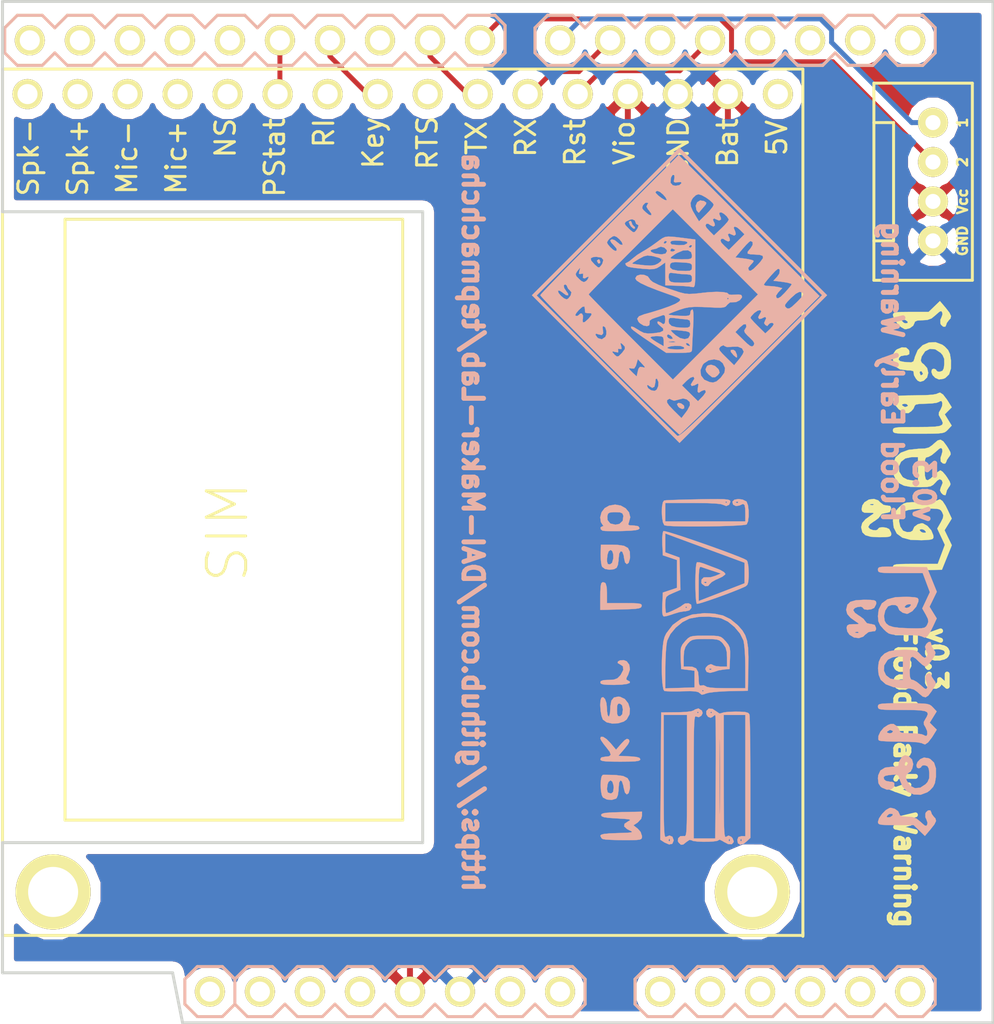
<source format=kicad_pcb>
(kicad_pcb (version 4) (host pcbnew 4.0.2-stable)

  (general
    (links 12)
    (no_connects 0)
    (area 121.336999 78.156999 169.747001 130.123001)
    (thickness 1.6)
    (drawings 13)
    (tracks 36)
    (zones 0)
    (modules 6)
    (nets 41)
  )

  (page A4)
  (title_block
    (title Tepmachcha)
    (rev 0.1)
    (company "DAI Maker Lab")
  )

  (layers
    (0 F.Cu signal)
    (31 B.Cu signal)
    (32 B.Adhes user)
    (33 F.Adhes user)
    (34 B.Paste user)
    (35 F.Paste user)
    (36 B.SilkS user)
    (37 F.SilkS user)
    (38 B.Mask user)
    (39 F.Mask user)
    (40 Dwgs.User user)
    (41 Cmts.User user)
    (42 Eco1.User user)
    (43 Eco2.User user)
    (44 Edge.Cuts user)
    (45 Margin user)
    (46 B.CrtYd user)
    (47 F.CrtYd user)
    (48 B.Fab user)
    (49 F.Fab user)
  )

  (setup
    (last_trace_width 0.25)
    (trace_clearance 0.2)
    (zone_clearance 0.508)
    (zone_45_only no)
    (trace_min 0.2)
    (segment_width 0.2)
    (edge_width 0.15)
    (via_size 0.6)
    (via_drill 0.4)
    (via_min_size 0.4)
    (via_min_drill 0.3)
    (uvia_size 0.3)
    (uvia_drill 0.1)
    (uvias_allowed no)
    (uvia_min_size 0.2)
    (uvia_min_drill 0.1)
    (pcb_text_width 0.3)
    (pcb_text_size 1.5 1.5)
    (mod_edge_width 0.15)
    (mod_text_size 1 1)
    (mod_text_width 0.15)
    (pad_size 1.524 1.524)
    (pad_drill 0.762)
    (pad_to_mask_clearance 0.2)
    (aux_axis_origin 0 0)
    (visible_elements FFFFFF7F)
    (pcbplotparams
      (layerselection 0x010f0_80000001)
      (usegerberextensions true)
      (excludeedgelayer true)
      (linewidth 0.100000)
      (plotframeref false)
      (viasonmask false)
      (mode 1)
      (useauxorigin false)
      (hpglpennumber 1)
      (hpglpenspeed 20)
      (hpglpendiameter 15)
      (hpglpenoverlay 2)
      (psnegative false)
      (psa4output false)
      (plotreference true)
      (plotvalue true)
      (plotinvisibletext false)
      (padsonsilk false)
      (subtractmaskfromsilk false)
      (outputformat 1)
      (mirror false)
      (drillshape 0)
      (scaleselection 1)
      (outputdirectory ""))
  )

  (net 0 "")
  (net 1 "Net-(P1-Pad1)")
  (net 2 "Net-(P1-Pad2)")
  (net 3 VCC)
  (net 4 GND)
  (net 5 "Net-(SHIELD1-PadAD5)")
  (net 6 "Net-(SHIELD1-PadAD4)")
  (net 7 "Net-(SHIELD1-PadAD3)")
  (net 8 "Net-(SHIELD1-PadAD0)")
  (net 9 "Net-(SHIELD1-PadAD1)")
  (net 10 "Net-(SHIELD1-PadAD2)")
  (net 11 "Net-(SHIELD1-PadV_IN)")
  (net 12 "Net-(SHIELD1-PadGND2)")
  (net 13 "Net-(SHIELD1-Pad3V3)")
  (net 14 "Net-(SHIELD1-PadRST)")
  (net 15 "Net-(SHIELD1-Pad0)")
  (net 16 "Net-(SHIELD1-Pad1)")
  (net 17 "Net-(SHIELD1-Pad2)")
  (net 18 "Net-(SHIELD1-Pad3)")
  (net 19 "Net-(SHIELD1-Pad4)")
  (net 20 "Net-(SHIELD1-Pad5)")
  (net 21 "Net-(SHIELD1-Pad6)")
  (net 22 "Net-(SHIELD1-Pad9)")
  (net 23 "Net-(SHIELD1-Pad10)")
  (net 24 "Net-(SHIELD1-Pad11)")
  (net 25 "Net-(SHIELD1-Pad12)")
  (net 26 "Net-(SHIELD1-Pad13)")
  (net 27 "Net-(SHIELD1-PadGND3)")
  (net 28 "Net-(SHIELD1-PadAREF)")
  (net 29 "Net-(SHIELD1-PadSDA)")
  (net 30 "Net-(SHIELD1-PadSCL)")
  (net 31 "Net-(SHIELD1-PadIO_R)")
  (net 32 "Net-(SHIELD1-PadNC)")
  (net 33 "Net-(U1-Pad1)")
  (net 34 "Net-(U1-Pad8)")
  (net 35 "Net-(U1-Pad10)")
  (net 36 "Net-(U1-Pad12)")
  (net 37 "Net-(U1-Pad13)")
  (net 38 "Net-(U1-Pad14)")
  (net 39 "Net-(U1-Pad15)")
  (net 40 "Net-(U1-Pad16)")

  (net_class Default "This is the default net class."
    (clearance 0.2)
    (trace_width 0.25)
    (via_dia 0.6)
    (via_drill 0.4)
    (uvia_dia 0.3)
    (uvia_drill 0.1)
    (add_net "Net-(P1-Pad1)")
    (add_net "Net-(P1-Pad2)")
    (add_net "Net-(SHIELD1-Pad0)")
    (add_net "Net-(SHIELD1-Pad1)")
    (add_net "Net-(SHIELD1-Pad10)")
    (add_net "Net-(SHIELD1-Pad11)")
    (add_net "Net-(SHIELD1-Pad12)")
    (add_net "Net-(SHIELD1-Pad13)")
    (add_net "Net-(SHIELD1-Pad2)")
    (add_net "Net-(SHIELD1-Pad3)")
    (add_net "Net-(SHIELD1-Pad3V3)")
    (add_net "Net-(SHIELD1-Pad4)")
    (add_net "Net-(SHIELD1-Pad5)")
    (add_net "Net-(SHIELD1-Pad6)")
    (add_net "Net-(SHIELD1-Pad9)")
    (add_net "Net-(SHIELD1-PadAD0)")
    (add_net "Net-(SHIELD1-PadAD1)")
    (add_net "Net-(SHIELD1-PadAD2)")
    (add_net "Net-(SHIELD1-PadAD3)")
    (add_net "Net-(SHIELD1-PadAD4)")
    (add_net "Net-(SHIELD1-PadAD5)")
    (add_net "Net-(SHIELD1-PadAREF)")
    (add_net "Net-(SHIELD1-PadGND2)")
    (add_net "Net-(SHIELD1-PadGND3)")
    (add_net "Net-(SHIELD1-PadIO_R)")
    (add_net "Net-(SHIELD1-PadNC)")
    (add_net "Net-(SHIELD1-PadRST)")
    (add_net "Net-(SHIELD1-PadSCL)")
    (add_net "Net-(SHIELD1-PadSDA)")
    (add_net "Net-(SHIELD1-PadV_IN)")
    (add_net "Net-(U1-Pad1)")
    (add_net "Net-(U1-Pad10)")
    (add_net "Net-(U1-Pad12)")
    (add_net "Net-(U1-Pad13)")
    (add_net "Net-(U1-Pad14)")
    (add_net "Net-(U1-Pad15)")
    (add_net "Net-(U1-Pad16)")
    (add_net "Net-(U1-Pad8)")
  )

  (net_class Power ""
    (clearance 0.3)
    (trace_width 0.3)
    (via_dia 0.6)
    (via_drill 0.4)
    (uvia_dia 0.3)
    (uvia_drill 0.1)
    (add_net GND)
    (add_net VCC)
  )

  (module graphics:tepmachcha (layer B.Cu) (tedit 0) (tstamp 5756302A)
    (at 166.624 113.665 90)
    (fp_text reference G*** (at 0 0 90) (layer B.SilkS) hide
      (effects (font (thickness 0.3)) (justify mirror))
    )
    (fp_text value LOGO (at 0.75 0 90) (layer B.SilkS) hide
      (effects (font (thickness 0.3)) (justify mirror))
    )
    (fp_poly (pts (xy 5.006699 -0.866954) (xy 5.052814 -0.950874) (xy 5.074419 -1.133012) (xy 5.07999 -1.447956)
      (xy 5.08 -1.468544) (xy 5.056699 -1.884867) (xy 4.978214 -2.159153) (xy 4.83167 -2.313329)
      (xy 4.604194 -2.369318) (xy 4.550312 -2.370666) (xy 4.358601 -2.320226) (xy 4.167454 -2.154332)
      (xy 3.952617 -1.85112) (xy 3.926432 -1.808338) (xy 3.867139 -1.733135) (xy 3.84209 -1.78458)
      (xy 3.841575 -1.983473) (xy 3.841766 -1.989666) (xy 3.834468 -2.213066) (xy 3.778008 -2.318924)
      (xy 3.66704 -2.354706) (xy 3.470578 -2.316483) (xy 3.307207 -2.206539) (xy 3.169008 -1.980648)
      (xy 3.147931 -1.813277) (xy 3.393351 -1.813277) (xy 3.408918 -1.923091) (xy 3.43782 -1.924402)
      (xy 3.458031 -1.811085) (xy 3.444504 -1.762125) (xy 3.406909 -1.730054) (xy 3.393351 -1.813277)
      (xy 3.147931 -1.813277) (xy 3.137015 -1.726602) (xy 3.211638 -1.506345) (xy 3.302 -1.419684)
      (xy 3.442158 -1.24013) (xy 3.471334 -1.074411) (xy 3.49383 -0.904201) (xy 3.587825 -0.855978)
      (xy 3.661834 -0.861944) (xy 3.806221 -0.926483) (xy 3.848998 -1.093944) (xy 3.848999 -1.121787)
      (xy 3.895016 -1.32414) (xy 3.984791 -1.398732) (xy 4.112662 -1.497871) (xy 4.254048 -1.687752)
      (xy 4.283765 -1.739709) (xy 4.419666 -1.930765) (xy 4.548813 -2.012864) (xy 4.571307 -2.012374)
      (xy 4.661157 -1.933123) (xy 4.718762 -1.779997) (xy 4.731223 -1.62224) (xy 4.685641 -1.529092)
      (xy 4.662291 -1.524) (xy 4.595154 -1.454194) (xy 4.574402 -1.29049) (xy 4.598688 -1.101456)
      (xy 4.666663 -0.955661) (xy 4.6736 -0.948266) (xy 4.843477 -0.858796) (xy 4.9276 -0.846666)
      (xy 5.006699 -0.866954)) (layer B.SilkS) (width 0.01))
    (fp_poly (pts (xy -6.017921 2.160842) (xy -5.926666 2.074334) (xy -5.782519 1.966743) (xy -5.704633 1.947334)
      (xy -5.601108 1.896682) (xy -5.603033 1.786289) (xy -5.698516 1.6785) (xy -5.761396 1.649711)
      (xy -5.955995 1.648031) (xy -6.056651 1.695811) (xy -6.229856 1.755964) (xy -6.320572 1.742431)
      (xy -6.391587 1.691914) (xy -6.365425 1.605139) (xy -6.228633 1.446741) (xy -6.19465 1.411428)
      (xy -6.018538 1.196071) (xy -5.941356 0.97986) (xy -5.926666 0.736803) (xy -5.910248 0.476035)
      (xy -5.855526 0.355186) (xy -5.804467 0.338667) (xy -5.64979 0.265898) (xy -5.524517 0.093952)
      (xy -5.472439 -0.107625) (xy -5.480496 -0.175814) (xy -5.588314 -0.362098) (xy -5.784297 -0.555706)
      (xy -6.007224 -0.705858) (xy -6.187163 -0.762) (xy -6.259332 -0.749537) (xy -6.306384 -0.692455)
      (xy -6.333627 -0.561211) (xy -6.346371 -0.326262) (xy -6.346583 -0.304222) (xy -5.955054 -0.304222)
      (xy -5.898838 -0.315318) (xy -5.797679 -0.212973) (xy -5.772292 -0.14115) (xy -5.783652 -0.018902)
      (xy -5.854736 -0.014607) (xy -5.933768 -0.118779) (xy -5.952463 -0.174168) (xy -5.955054 -0.304222)
      (xy -6.346583 -0.304222) (xy -6.349924 0.041932) (xy -6.35 0.144136) (xy -6.35 1.050272)
      (xy -6.625166 1.336306) (xy -6.900333 1.62234) (xy -6.561666 1.910577) (xy -6.313156 2.105598)
      (xy -6.143923 2.185922) (xy -6.017921 2.160842)) (layer B.SilkS) (width 0.01))
    (fp_poly (pts (xy -3.465604 2.179276) (xy -3.179411 2.086539) (xy -2.998727 1.89452) (xy -2.957031 1.803758)
      (xy -2.922948 1.575238) (xy -3.005369 1.385572) (xy -3.1478 1.247235) (xy -3.308759 1.188994)
      (xy -3.433783 1.219411) (xy -3.471333 1.312334) (xy -3.422503 1.424956) (xy -3.380778 1.439334)
      (xy -3.320681 1.509473) (xy -3.317278 1.629834) (xy -3.364264 1.75531) (xy -3.490291 1.819415)
      (xy -3.703194 1.846321) (xy -3.971681 1.841013) (xy -4.162381 1.75823) (xy -4.274694 1.65967)
      (xy -4.451576 1.389295) (xy -4.475479 1.11478) (xy -4.354184 0.873145) (xy -4.095475 0.701404)
      (xy -4.071365 0.692588) (xy -3.882984 0.648266) (xy -3.823576 0.677334) (xy -3.344333 0.677334)
      (xy -3.325139 0.604851) (xy -3.264663 0.592667) (xy -3.148821 0.636872) (xy -3.132666 0.677334)
      (xy -3.193434 0.759577) (xy -3.212336 0.762) (xy -3.327004 0.700456) (xy -3.344333 0.677334)
      (xy -3.823576 0.677334) (xy -3.764485 0.706246) (xy -3.686626 0.810683) (xy -3.496029 0.977053)
      (xy -3.255987 1.030458) (xy -3.025303 0.972054) (xy -2.862783 0.803) (xy -2.858729 0.794388)
      (xy -2.804156 0.622453) (xy -2.859249 0.49921) (xy -2.959165 0.409684) (xy -3.136016 0.306714)
      (xy -3.27362 0.289973) (xy -3.34824 0.270682) (xy -3.382202 0.121701) (xy -3.386666 -0.026151)
      (xy -3.433452 -0.398491) (xy -3.578468 -0.636817) (xy -3.828703 -0.749766) (xy -3.982182 -0.762)
      (xy -4.23638 -0.732995) (xy -4.396943 -0.625693) (xy -4.449578 -0.555228) (xy -4.551849 -0.30869)
      (xy -4.539471 -0.093921) (xy -4.420317 0.044538) (xy -4.339166 0.069389) (xy -4.203354 0.061857)
      (xy -4.153358 -0.04484) (xy -4.148666 -0.154386) (xy -4.109911 -0.35407) (xy -4.024378 -0.45291)
      (xy -3.916735 -0.4708) (xy -3.852415 -0.399583) (xy -3.813769 -0.207563) (xy -3.797637 -0.045683)
      (xy -3.789365 0.171974) (xy -3.840596 0.279366) (xy -3.99016 0.334293) (xy -4.06337 0.34987)
      (xy -4.411919 0.495591) (xy -4.661203 0.746242) (xy -4.798141 1.06369) (xy -4.809656 1.409803)
      (xy -4.68267 1.746448) (xy -4.586223 1.874353) (xy -4.409539 2.040739) (xy -4.215808 2.13127)
      (xy -3.934478 2.176573) (xy -3.878699 2.181499) (xy -3.465604 2.179276)) (layer B.SilkS) (width 0.01))
    (fp_poly (pts (xy -1.153541 1.868505) (xy -0.868062 2.044941) (xy -0.582582 2.221377) (xy -0.375958 2.027264)
      (xy -0.297205 1.946935) (xy -0.241524 1.858866) (xy -0.204919 1.734209) (xy -0.183394 1.544119)
      (xy -0.172954 1.259751) (xy -0.169603 0.852259) (xy -0.169333 0.535575) (xy -0.170401 0.041409)
      (xy -0.17577 -0.308317) (xy -0.188688 -0.538493) (xy -0.212403 -0.674009) (xy -0.250163 -0.739754)
      (xy -0.305217 -0.760618) (xy -0.338666 -0.762) (xy -0.404628 -0.753464) (xy -0.4508 -0.710826)
      (xy -0.4807 -0.608532) (xy -0.497845 -0.421034) (xy -0.505751 -0.122781) (xy -0.507935 0.311779)
      (xy -0.508 0.468324) (xy -0.511986 0.995936) (xy -0.528471 1.372053) (xy -0.564245 1.614416)
      (xy -0.6261 1.740769) (xy -0.720826 1.768852) (xy -0.855213 1.716408) (xy -0.960885 1.651589)
      (xy -1.125478 1.562161) (xy -1.254875 1.574894) (xy -1.390405 1.654465) (xy -1.567621 1.732288)
      (xy -1.728307 1.747471) (xy -1.827043 1.70742) (xy -1.818407 1.619542) (xy -1.792158 1.588958)
      (xy -1.740144 1.454875) (xy -1.704807 1.201861) (xy -1.693333 0.9144) (xy -1.683479 0.587107)
      (xy -1.650683 0.403655) (xy -1.590095 0.339521) (xy -1.579455 0.338667) (xy -1.440871 0.280646)
      (xy -1.314289 0.171495) (xy -1.217598 0.031066) (xy -1.220231 -0.116728) (xy -1.270759 -0.255831)
      (xy -1.410019 -0.467375) (xy -1.610746 -0.636675) (xy -1.825224 -0.736548) (xy -2.005734 -0.739813)
      (xy -2.060222 -0.705555) (xy -2.082025 -0.60357) (xy -2.099913 -0.367228) (xy -2.106896 -0.17433)
      (xy -1.693333 -0.17433) (xy -1.66074 -0.2914) (xy -1.608666 -0.296333) (xy -1.530762 -0.173831)
      (xy -1.524 -0.122003) (xy -1.571339 -0.012576) (xy -1.608666 0) (xy -1.676792 -0.071125)
      (xy -1.693333 -0.17433) (xy -2.106896 -0.17433) (xy -2.112067 -0.031495) (xy -2.116664 0.368666)
      (xy -2.116666 0.378178) (xy -2.125275 0.888348) (xy -2.150549 1.253007) (xy -2.191662 1.462661)
      (xy -2.214678 1.503479) (xy -2.257842 1.628255) (xy -2.156751 1.783327) (xy -1.904052 1.97833)
      (xy -1.803455 2.042432) (xy -1.509279 2.224243) (xy -1.153541 1.868505)) (layer B.SilkS) (width 0.01))
    (fp_poly (pts (xy 0.982712 2.104064) (xy 1.005582 2.083762) (xy 1.162145 1.976512) (xy 1.2555 1.947334)
      (xy 1.344029 1.892306) (xy 1.338431 1.776198) (xy 1.2474 1.672468) (xy 1.221533 1.660363)
      (xy 1.044098 1.65654) (xy 0.918584 1.700157) (xy 0.726039 1.752311) (xy 0.614401 1.739478)
      (xy 0.551139 1.686796) (xy 0.58902 1.590691) (xy 0.741478 1.418184) (xy 0.748017 1.411428)
      (xy 0.911234 1.213014) (xy 1.006191 1.039501) (xy 1.016 0.990803) (xy 1.040475 0.914086)
      (xy 1.136888 0.870105) (xy 1.339719 0.850475) (xy 1.608667 0.846667) (xy 1.959408 0.859846)
      (xy 2.151477 0.90782) (xy 2.194078 1.00325) (xy 2.09642 1.158795) (xy 1.947334 1.312334)
      (xy 1.787812 1.487472) (xy 1.699535 1.627728) (xy 1.693334 1.65559) (xy 1.75858 1.756964)
      (xy 1.924604 1.902848) (xy 2.039609 1.984653) (xy 2.25345 2.117325) (xy 2.383176 2.16027)
      (xy 2.481364 2.123705) (xy 2.533109 2.08057) (xy 2.708685 1.973607) (xy 2.821834 1.947334)
      (xy 2.94735 1.904674) (xy 2.930981 1.794585) (xy 2.833447 1.690939) (xy 2.7029 1.626772)
      (xy 2.541782 1.670832) (xy 2.49307 1.695794) (xy 2.317524 1.763848) (xy 2.201577 1.7243)
      (xy 2.178456 1.702667) (xy 2.134495 1.60683) (xy 2.207702 1.487998) (xy 2.307167 1.395172)
      (xy 2.426514 1.278321) (xy 2.496241 1.153229) (xy 2.529527 0.971991) (xy 2.539549 0.686707)
      (xy 2.54 0.548829) (xy 2.523272 0.111431) (xy 2.464271 -0.200655) (xy 2.349777 -0.428939)
      (xy 2.170257 -0.61195) (xy 1.92993 -0.719625) (xy 1.609386 -0.758086) (xy 1.283295 -0.726551)
      (xy 1.02633 -0.624239) (xy 1.025895 -0.623934) (xy 0.793697 -0.361283) (xy 0.646919 0.031687)
      (xy 0.595722 0.508) (xy 1.016 0.508) (xy 1.016 0.182456) (xy 1.08127 -0.132484)
      (xy 1.251586 -0.351982) (xy 1.488704 -0.460562) (xy 1.754381 -0.442749) (xy 2.010376 -0.283065)
      (xy 2.053167 -0.237263) (xy 2.157781 -0.032039) (xy 2.201333 0.220878) (xy 2.201334 0.221047)
      (xy 2.201334 0.508) (xy 1.016 0.508) (xy 0.595722 0.508) (xy 0.59281 0.535085)
      (xy 0.592667 0.56475) (xy 0.581058 0.861411) (xy 0.529756 1.059804) (xy 0.414045 1.23033)
      (xy 0.325421 1.326) (xy 0.171206 1.51046) (xy 0.132357 1.656362) (xy 0.219963 1.796918)
      (xy 0.44511 1.965341) (xy 0.563934 2.040406) (xy 0.758201 2.149769) (xy 0.876666 2.168914)
      (xy 0.982712 2.104064)) (layer B.SilkS) (width 0.01))
    (fp_poly (pts (xy 6.109298 1.97604) (xy 6.731 1.724649) (xy 6.75443 0.481325) (xy 6.762488 -0.000524)
      (xy 6.763449 -0.338537) (xy 6.754281 -0.558163) (xy 6.73195 -0.68485) (xy 6.693425 -0.744049)
      (xy 6.635671 -0.761207) (xy 6.606264 -0.762) (xy 6.537176 -0.753357) (xy 6.489633 -0.709707)
      (xy 6.459623 -0.604469) (xy 6.443133 -0.41106) (xy 6.436153 -0.102897) (xy 6.434669 0.346602)
      (xy 6.434667 0.374917) (xy 6.434667 1.511834) (xy 5.466157 1.8742) (xy 4.640233 1.487358)
      (xy 4.328434 1.666806) (xy 4.110683 1.775921) (xy 3.958984 1.794321) (xy 3.816739 1.739273)
      (xy 3.722913 1.678906) (xy 3.665305 1.595791) (xy 3.636357 1.453146) (xy 3.628511 1.21419)
      (xy 3.634034 0.850104) (xy 3.654744 0.366534) (xy 3.697678 0.024176) (xy 3.771196 -0.204524)
      (xy 3.883655 -0.347119) (xy 4.020149 -0.422756) (xy 4.269476 -0.452267) (xy 4.534019 -0.391704)
      (xy 4.732972 -0.262401) (xy 4.759481 -0.227536) (xy 4.820074 -0.050116) (xy 4.812293 0.129667)
      (xy 4.744117 0.242822) (xy 4.703801 0.254) (xy 4.550265 0.326446) (xy 4.423959 0.496842)
      (xy 4.370243 0.694781) (xy 4.370484 0.696907) (xy 4.667679 0.696907) (xy 4.692684 0.603255)
      (xy 4.725251 0.592667) (xy 4.808788 0.663364) (xy 4.851797 0.766835) (xy 4.854388 0.89689)
      (xy 4.798171 0.907986) (xy 4.70883 0.824381) (xy 4.667679 0.696907) (xy 4.370484 0.696907)
      (xy 4.377667 0.760211) (xy 4.507793 0.988268) (xy 4.73352 1.184111) (xy 4.983533 1.286997)
      (xy 4.998448 1.288967) (xy 5.105206 1.292593) (xy 5.169371 1.250836) (xy 5.204228 1.129275)
      (xy 5.223064 0.89349) (xy 5.232181 0.683393) (xy 5.213182 0.130655) (xy 5.10312 -0.283295)
      (xy 4.897399 -0.565262) (xy 4.591422 -0.722052) (xy 4.255782 -0.762) (xy 3.988115 -0.739255)
      (xy 3.785536 -0.646541) (xy 3.589867 -0.474133) (xy 3.455852 -0.334397) (xy 3.371626 -0.211698)
      (xy 3.325625 -0.062507) (xy 3.306289 0.156706) (xy 3.302054 0.489469) (xy 3.302 0.6096)
      (xy 3.291245 1.024906) (xy 3.26086 1.327307) (xy 3.213665 1.491087) (xy 3.203988 1.503479)
      (xy 3.154827 1.621545) (xy 3.243336 1.753326) (xy 3.479579 1.909125) (xy 3.715678 2.027478)
      (xy 4.134736 2.223754) (xy 4.430782 2.040788) (xy 4.726829 1.857821) (xy 5.107212 2.042625)
      (xy 5.487595 2.22743) (xy 6.109298 1.97604)) (layer B.SilkS) (width 0.01))
  )

  (module graphics:tepmachcha (layer F.Cu) (tedit 0) (tstamp 57560FAD)
    (at 167.386 100.33 270)
    (fp_text reference G*** (at 0 0 270) (layer F.SilkS) hide
      (effects (font (thickness 0.3)))
    )
    (fp_text value LOGO (at 0.75 0 270) (layer F.SilkS) hide
      (effects (font (thickness 0.3)))
    )
    (fp_poly (pts (xy 5.006699 0.866954) (xy 5.052814 0.950874) (xy 5.074419 1.133012) (xy 5.07999 1.447956)
      (xy 5.08 1.468544) (xy 5.056699 1.884867) (xy 4.978214 2.159153) (xy 4.83167 2.313329)
      (xy 4.604194 2.369318) (xy 4.550312 2.370666) (xy 4.358601 2.320226) (xy 4.167454 2.154332)
      (xy 3.952617 1.85112) (xy 3.926432 1.808338) (xy 3.867139 1.733135) (xy 3.84209 1.78458)
      (xy 3.841575 1.983473) (xy 3.841766 1.989666) (xy 3.834468 2.213066) (xy 3.778008 2.318924)
      (xy 3.66704 2.354706) (xy 3.470578 2.316483) (xy 3.307207 2.206539) (xy 3.169008 1.980648)
      (xy 3.147931 1.813277) (xy 3.393351 1.813277) (xy 3.408918 1.923091) (xy 3.43782 1.924402)
      (xy 3.458031 1.811085) (xy 3.444504 1.762125) (xy 3.406909 1.730054) (xy 3.393351 1.813277)
      (xy 3.147931 1.813277) (xy 3.137015 1.726602) (xy 3.211638 1.506345) (xy 3.302 1.419684)
      (xy 3.442158 1.24013) (xy 3.471334 1.074411) (xy 3.49383 0.904201) (xy 3.587825 0.855978)
      (xy 3.661834 0.861944) (xy 3.806221 0.926483) (xy 3.848998 1.093944) (xy 3.848999 1.121787)
      (xy 3.895016 1.32414) (xy 3.984791 1.398732) (xy 4.112662 1.497871) (xy 4.254048 1.687752)
      (xy 4.283765 1.739709) (xy 4.419666 1.930765) (xy 4.548813 2.012864) (xy 4.571307 2.012374)
      (xy 4.661157 1.933123) (xy 4.718762 1.779997) (xy 4.731223 1.62224) (xy 4.685641 1.529092)
      (xy 4.662291 1.524) (xy 4.595154 1.454194) (xy 4.574402 1.29049) (xy 4.598688 1.101456)
      (xy 4.666663 0.955661) (xy 4.6736 0.948266) (xy 4.843477 0.858796) (xy 4.9276 0.846666)
      (xy 5.006699 0.866954)) (layer F.SilkS) (width 0.01))
    (fp_poly (pts (xy -6.017921 -2.160842) (xy -5.926666 -2.074334) (xy -5.782519 -1.966743) (xy -5.704633 -1.947334)
      (xy -5.601108 -1.896682) (xy -5.603033 -1.786289) (xy -5.698516 -1.6785) (xy -5.761396 -1.649711)
      (xy -5.955995 -1.648031) (xy -6.056651 -1.695811) (xy -6.229856 -1.755964) (xy -6.320572 -1.742431)
      (xy -6.391587 -1.691914) (xy -6.365425 -1.605139) (xy -6.228633 -1.446741) (xy -6.19465 -1.411428)
      (xy -6.018538 -1.196071) (xy -5.941356 -0.97986) (xy -5.926666 -0.736803) (xy -5.910248 -0.476035)
      (xy -5.855526 -0.355186) (xy -5.804467 -0.338667) (xy -5.64979 -0.265898) (xy -5.524517 -0.093952)
      (xy -5.472439 0.107625) (xy -5.480496 0.175814) (xy -5.588314 0.362098) (xy -5.784297 0.555706)
      (xy -6.007224 0.705858) (xy -6.187163 0.762) (xy -6.259332 0.749537) (xy -6.306384 0.692455)
      (xy -6.333627 0.561211) (xy -6.346371 0.326262) (xy -6.346583 0.304222) (xy -5.955054 0.304222)
      (xy -5.898838 0.315318) (xy -5.797679 0.212973) (xy -5.772292 0.14115) (xy -5.783652 0.018902)
      (xy -5.854736 0.014607) (xy -5.933768 0.118779) (xy -5.952463 0.174168) (xy -5.955054 0.304222)
      (xy -6.346583 0.304222) (xy -6.349924 -0.041932) (xy -6.35 -0.144136) (xy -6.35 -1.050272)
      (xy -6.625166 -1.336306) (xy -6.900333 -1.62234) (xy -6.561666 -1.910577) (xy -6.313156 -2.105598)
      (xy -6.143923 -2.185922) (xy -6.017921 -2.160842)) (layer F.SilkS) (width 0.01))
    (fp_poly (pts (xy -3.465604 -2.179276) (xy -3.179411 -2.086539) (xy -2.998727 -1.89452) (xy -2.957031 -1.803758)
      (xy -2.922948 -1.575238) (xy -3.005369 -1.385572) (xy -3.1478 -1.247235) (xy -3.308759 -1.188994)
      (xy -3.433783 -1.219411) (xy -3.471333 -1.312334) (xy -3.422503 -1.424956) (xy -3.380778 -1.439334)
      (xy -3.320681 -1.509473) (xy -3.317278 -1.629834) (xy -3.364264 -1.75531) (xy -3.490291 -1.819415)
      (xy -3.703194 -1.846321) (xy -3.971681 -1.841013) (xy -4.162381 -1.75823) (xy -4.274694 -1.65967)
      (xy -4.451576 -1.389295) (xy -4.475479 -1.11478) (xy -4.354184 -0.873145) (xy -4.095475 -0.701404)
      (xy -4.071365 -0.692588) (xy -3.882984 -0.648266) (xy -3.823576 -0.677334) (xy -3.344333 -0.677334)
      (xy -3.325139 -0.604851) (xy -3.264663 -0.592667) (xy -3.148821 -0.636872) (xy -3.132666 -0.677334)
      (xy -3.193434 -0.759577) (xy -3.212336 -0.762) (xy -3.327004 -0.700456) (xy -3.344333 -0.677334)
      (xy -3.823576 -0.677334) (xy -3.764485 -0.706246) (xy -3.686626 -0.810683) (xy -3.496029 -0.977053)
      (xy -3.255987 -1.030458) (xy -3.025303 -0.972054) (xy -2.862783 -0.803) (xy -2.858729 -0.794388)
      (xy -2.804156 -0.622453) (xy -2.859249 -0.49921) (xy -2.959165 -0.409684) (xy -3.136016 -0.306714)
      (xy -3.27362 -0.289973) (xy -3.34824 -0.270682) (xy -3.382202 -0.121701) (xy -3.386666 0.026151)
      (xy -3.433452 0.398491) (xy -3.578468 0.636817) (xy -3.828703 0.749766) (xy -3.982182 0.762)
      (xy -4.23638 0.732995) (xy -4.396943 0.625693) (xy -4.449578 0.555228) (xy -4.551849 0.30869)
      (xy -4.539471 0.093921) (xy -4.420317 -0.044538) (xy -4.339166 -0.069389) (xy -4.203354 -0.061857)
      (xy -4.153358 0.04484) (xy -4.148666 0.154386) (xy -4.109911 0.35407) (xy -4.024378 0.45291)
      (xy -3.916735 0.4708) (xy -3.852415 0.399583) (xy -3.813769 0.207563) (xy -3.797637 0.045683)
      (xy -3.789365 -0.171974) (xy -3.840596 -0.279366) (xy -3.99016 -0.334293) (xy -4.06337 -0.34987)
      (xy -4.411919 -0.495591) (xy -4.661203 -0.746242) (xy -4.798141 -1.06369) (xy -4.809656 -1.409803)
      (xy -4.68267 -1.746448) (xy -4.586223 -1.874353) (xy -4.409539 -2.040739) (xy -4.215808 -2.13127)
      (xy -3.934478 -2.176573) (xy -3.878699 -2.181499) (xy -3.465604 -2.179276)) (layer F.SilkS) (width 0.01))
    (fp_poly (pts (xy -1.153541 -1.868505) (xy -0.868062 -2.044941) (xy -0.582582 -2.221377) (xy -0.375958 -2.027264)
      (xy -0.297205 -1.946935) (xy -0.241524 -1.858866) (xy -0.204919 -1.734209) (xy -0.183394 -1.544119)
      (xy -0.172954 -1.259751) (xy -0.169603 -0.852259) (xy -0.169333 -0.535575) (xy -0.170401 -0.041409)
      (xy -0.17577 0.308317) (xy -0.188688 0.538493) (xy -0.212403 0.674009) (xy -0.250163 0.739754)
      (xy -0.305217 0.760618) (xy -0.338666 0.762) (xy -0.404628 0.753464) (xy -0.4508 0.710826)
      (xy -0.4807 0.608532) (xy -0.497845 0.421034) (xy -0.505751 0.122781) (xy -0.507935 -0.311779)
      (xy -0.508 -0.468324) (xy -0.511986 -0.995936) (xy -0.528471 -1.372053) (xy -0.564245 -1.614416)
      (xy -0.6261 -1.740769) (xy -0.720826 -1.768852) (xy -0.855213 -1.716408) (xy -0.960885 -1.651589)
      (xy -1.125478 -1.562161) (xy -1.254875 -1.574894) (xy -1.390405 -1.654465) (xy -1.567621 -1.732288)
      (xy -1.728307 -1.747471) (xy -1.827043 -1.70742) (xy -1.818407 -1.619542) (xy -1.792158 -1.588958)
      (xy -1.740144 -1.454875) (xy -1.704807 -1.201861) (xy -1.693333 -0.9144) (xy -1.683479 -0.587107)
      (xy -1.650683 -0.403655) (xy -1.590095 -0.339521) (xy -1.579455 -0.338667) (xy -1.440871 -0.280646)
      (xy -1.314289 -0.171495) (xy -1.217598 -0.031066) (xy -1.220231 0.116728) (xy -1.270759 0.255831)
      (xy -1.410019 0.467375) (xy -1.610746 0.636675) (xy -1.825224 0.736548) (xy -2.005734 0.739813)
      (xy -2.060222 0.705555) (xy -2.082025 0.60357) (xy -2.099913 0.367228) (xy -2.106896 0.17433)
      (xy -1.693333 0.17433) (xy -1.66074 0.2914) (xy -1.608666 0.296333) (xy -1.530762 0.173831)
      (xy -1.524 0.122003) (xy -1.571339 0.012576) (xy -1.608666 0) (xy -1.676792 0.071125)
      (xy -1.693333 0.17433) (xy -2.106896 0.17433) (xy -2.112067 0.031495) (xy -2.116664 -0.368666)
      (xy -2.116666 -0.378178) (xy -2.125275 -0.888348) (xy -2.150549 -1.253007) (xy -2.191662 -1.462661)
      (xy -2.214678 -1.503479) (xy -2.257842 -1.628255) (xy -2.156751 -1.783327) (xy -1.904052 -1.97833)
      (xy -1.803455 -2.042432) (xy -1.509279 -2.224243) (xy -1.153541 -1.868505)) (layer F.SilkS) (width 0.01))
    (fp_poly (pts (xy 0.982712 -2.104064) (xy 1.005582 -2.083762) (xy 1.162145 -1.976512) (xy 1.2555 -1.947334)
      (xy 1.344029 -1.892306) (xy 1.338431 -1.776198) (xy 1.2474 -1.672468) (xy 1.221533 -1.660363)
      (xy 1.044098 -1.65654) (xy 0.918584 -1.700157) (xy 0.726039 -1.752311) (xy 0.614401 -1.739478)
      (xy 0.551139 -1.686796) (xy 0.58902 -1.590691) (xy 0.741478 -1.418184) (xy 0.748017 -1.411428)
      (xy 0.911234 -1.213014) (xy 1.006191 -1.039501) (xy 1.016 -0.990803) (xy 1.040475 -0.914086)
      (xy 1.136888 -0.870105) (xy 1.339719 -0.850475) (xy 1.608667 -0.846667) (xy 1.959408 -0.859846)
      (xy 2.151477 -0.90782) (xy 2.194078 -1.00325) (xy 2.09642 -1.158795) (xy 1.947334 -1.312334)
      (xy 1.787812 -1.487472) (xy 1.699535 -1.627728) (xy 1.693334 -1.65559) (xy 1.75858 -1.756964)
      (xy 1.924604 -1.902848) (xy 2.039609 -1.984653) (xy 2.25345 -2.117325) (xy 2.383176 -2.16027)
      (xy 2.481364 -2.123705) (xy 2.533109 -2.08057) (xy 2.708685 -1.973607) (xy 2.821834 -1.947334)
      (xy 2.94735 -1.904674) (xy 2.930981 -1.794585) (xy 2.833447 -1.690939) (xy 2.7029 -1.626772)
      (xy 2.541782 -1.670832) (xy 2.49307 -1.695794) (xy 2.317524 -1.763848) (xy 2.201577 -1.7243)
      (xy 2.178456 -1.702667) (xy 2.134495 -1.60683) (xy 2.207702 -1.487998) (xy 2.307167 -1.395172)
      (xy 2.426514 -1.278321) (xy 2.496241 -1.153229) (xy 2.529527 -0.971991) (xy 2.539549 -0.686707)
      (xy 2.54 -0.548829) (xy 2.523272 -0.111431) (xy 2.464271 0.200655) (xy 2.349777 0.428939)
      (xy 2.170257 0.61195) (xy 1.92993 0.719625) (xy 1.609386 0.758086) (xy 1.283295 0.726551)
      (xy 1.02633 0.624239) (xy 1.025895 0.623934) (xy 0.793697 0.361283) (xy 0.646919 -0.031687)
      (xy 0.595722 -0.508) (xy 1.016 -0.508) (xy 1.016 -0.182456) (xy 1.08127 0.132484)
      (xy 1.251586 0.351982) (xy 1.488704 0.460562) (xy 1.754381 0.442749) (xy 2.010376 0.283065)
      (xy 2.053167 0.237263) (xy 2.157781 0.032039) (xy 2.201333 -0.220878) (xy 2.201334 -0.221047)
      (xy 2.201334 -0.508) (xy 1.016 -0.508) (xy 0.595722 -0.508) (xy 0.59281 -0.535085)
      (xy 0.592667 -0.56475) (xy 0.581058 -0.861411) (xy 0.529756 -1.059804) (xy 0.414045 -1.23033)
      (xy 0.325421 -1.326) (xy 0.171206 -1.51046) (xy 0.132357 -1.656362) (xy 0.219963 -1.796918)
      (xy 0.44511 -1.965341) (xy 0.563934 -2.040406) (xy 0.758201 -2.149769) (xy 0.876666 -2.168914)
      (xy 0.982712 -2.104064)) (layer F.SilkS) (width 0.01))
    (fp_poly (pts (xy 6.109298 -1.97604) (xy 6.731 -1.724649) (xy 6.75443 -0.481325) (xy 6.762488 0.000524)
      (xy 6.763449 0.338537) (xy 6.754281 0.558163) (xy 6.73195 0.68485) (xy 6.693425 0.744049)
      (xy 6.635671 0.761207) (xy 6.606264 0.762) (xy 6.537176 0.753357) (xy 6.489633 0.709707)
      (xy 6.459623 0.604469) (xy 6.443133 0.41106) (xy 6.436153 0.102897) (xy 6.434669 -0.346602)
      (xy 6.434667 -0.374917) (xy 6.434667 -1.511834) (xy 5.466157 -1.8742) (xy 4.640233 -1.487358)
      (xy 4.328434 -1.666806) (xy 4.110683 -1.775921) (xy 3.958984 -1.794321) (xy 3.816739 -1.739273)
      (xy 3.722913 -1.678906) (xy 3.665305 -1.595791) (xy 3.636357 -1.453146) (xy 3.628511 -1.21419)
      (xy 3.634034 -0.850104) (xy 3.654744 -0.366534) (xy 3.697678 -0.024176) (xy 3.771196 0.204524)
      (xy 3.883655 0.347119) (xy 4.020149 0.422756) (xy 4.269476 0.452267) (xy 4.534019 0.391704)
      (xy 4.732972 0.262401) (xy 4.759481 0.227536) (xy 4.820074 0.050116) (xy 4.812293 -0.129667)
      (xy 4.744117 -0.242822) (xy 4.703801 -0.254) (xy 4.550265 -0.326446) (xy 4.423959 -0.496842)
      (xy 4.370243 -0.694781) (xy 4.370484 -0.696907) (xy 4.667679 -0.696907) (xy 4.692684 -0.603255)
      (xy 4.725251 -0.592667) (xy 4.808788 -0.663364) (xy 4.851797 -0.766835) (xy 4.854388 -0.89689)
      (xy 4.798171 -0.907986) (xy 4.70883 -0.824381) (xy 4.667679 -0.696907) (xy 4.370484 -0.696907)
      (xy 4.377667 -0.760211) (xy 4.507793 -0.988268) (xy 4.73352 -1.184111) (xy 4.983533 -1.286997)
      (xy 4.998448 -1.288967) (xy 5.105206 -1.292593) (xy 5.169371 -1.250836) (xy 5.204228 -1.129275)
      (xy 5.223064 -0.89349) (xy 5.232181 -0.683393) (xy 5.213182 -0.130655) (xy 5.10312 0.283295)
      (xy 4.897399 0.565262) (xy 4.591422 0.722052) (xy 4.255782 0.762) (xy 3.988115 0.739255)
      (xy 3.785536 0.646541) (xy 3.589867 0.474133) (xy 3.455852 0.334397) (xy 3.371626 0.211698)
      (xy 3.325625 0.062507) (xy 3.306289 -0.156706) (xy 3.302054 -0.489469) (xy 3.302 -0.6096)
      (xy 3.291245 -1.024906) (xy 3.26086 -1.327307) (xy 3.213665 -1.491087) (xy 3.203988 -1.503479)
      (xy 3.154827 -1.621545) (xy 3.243336 -1.753326) (xy 3.479579 -1.909125) (xy 3.715678 -2.027478)
      (xy 4.134736 -2.223754) (xy 4.430782 -2.040788) (xy 4.726829 -1.857821) (xy 5.107212 -2.042625)
      (xy 5.487595 -2.22743) (xy 6.109298 -1.97604)) (layer F.SilkS) (width 0.01))
  )

  (module DAI_Maker_Lab_footprints:Grove_straight (layer F.Cu) (tedit 57680D84) (tstamp 573C959E)
    (at 168.656 87.376 270)
    (path /573C7E67)
    (fp_text reference P1 (at 0 4 270) (layer F.SilkS) hide
      (effects (font (size 1 1) (thickness 0.15)))
    )
    (fp_text value CONN_01X04 (at 0 -3 270) (layer F.Fab) hide
      (effects (font (size 1 1) (thickness 0.15)))
    )
    (fp_text user GND (at 3 -1.5 270) (layer F.SilkS)
      (effects (font (size 0.5 0.5) (thickness 0.125)))
    )
    (fp_text user Vcc (at 1 -1.5 270) (layer F.SilkS)
      (effects (font (size 0.5 0.5) (thickness 0.125)))
    )
    (fp_text user 2 (at -1 -1.5 270) (layer F.SilkS)
      (effects (font (size 0.5 0.5) (thickness 0.125)))
    )
    (fp_text user 1 (at -3 -1.5 270) (layer F.SilkS)
      (effects (font (size 0.5 0.5) (thickness 0.125)))
    )
    (fp_line (start -3 3) (end -3 2) (layer F.SilkS) (width 0.15))
    (fp_line (start -3 2) (end 3 2) (layer F.SilkS) (width 0.15))
    (fp_line (start 3 2) (end 3 3) (layer F.SilkS) (width 0.15))
    (fp_line (start -5 -2) (end 5 -2) (layer F.SilkS) (width 0.15))
    (fp_line (start 5 -2) (end 5 3) (layer F.SilkS) (width 0.15))
    (fp_line (start 5 3) (end -5 3) (layer F.SilkS) (width 0.15))
    (fp_line (start -5 3) (end -5 -2) (layer F.SilkS) (width 0.15))
    (pad 1 thru_hole circle (at -3 0 270) (size 1.524 1.524) (drill 0.762) (layers *.Cu *.Mask F.SilkS)
      (net 1 "Net-(P1-Pad1)"))
    (pad 2 thru_hole circle (at -1 0 270) (size 1.524 1.524) (drill 0.762) (layers *.Cu *.Mask F.SilkS)
      (net 2 "Net-(P1-Pad2)"))
    (pad 3 thru_hole circle (at 1 0 270) (size 1.524 1.524) (drill 0.762) (layers *.Cu *.Mask F.SilkS)
      (net 3 VCC))
    (pad 4 thru_hole circle (at 3 0 270) (size 1.524 1.524) (drill 0.762) (layers *.Cu *.Mask F.SilkS)
      (net 4 GND))
  )

  (module DAI_Maker_Lab_footprints:ARDUINO locked (layer F.Cu) (tedit 573C8890) (tstamp 573C975A)
    (at 148.5011 105.0036)
    (descr test)
    (path /573C763B)
    (fp_text reference SHIELD1 (at -3.5 20 180) (layer F.SilkS) hide
      (effects (font (thickness 0.3048)))
    )
    (fp_text value ARDUINO_SHIELD (at -1.5 -29) (layer F.SilkS) hide
      (effects (font (thickness 0.3048)))
    )
    (fp_line (start -4.749 -23.53) (end -6.019 -23.53) (layer F.SilkS) (width 0.15))
    (fp_line (start -6.019 -23.53) (end -6.654 -24.165) (layer F.SilkS) (width 0.15))
    (fp_line (start -6.654 -24.165) (end -7.289 -23.53) (layer F.SilkS) (width 0.15))
    (fp_line (start -7.289 -23.53) (end -8.559 -23.53) (layer F.SilkS) (width 0.15))
    (fp_line (start -8.559 -23.53) (end -9.194 -24.165) (layer F.SilkS) (width 0.15))
    (fp_line (start -9.194 -24.165) (end -9.829 -23.53) (layer F.SilkS) (width 0.15))
    (fp_line (start -9.829 -23.53) (end -11.099 -23.53) (layer F.SilkS) (width 0.15))
    (fp_line (start -11.099 -23.53) (end -11.734 -24.165) (layer F.SilkS) (width 0.15))
    (fp_line (start -11.734 -24.165) (end -12.369 -23.53) (layer F.SilkS) (width 0.15))
    (fp_line (start -12.369 -23.53) (end -13.639 -23.53) (layer F.SilkS) (width 0.15))
    (fp_line (start -13.639 -23.53) (end -14.274 -24.165) (layer F.SilkS) (width 0.15))
    (fp_line (start -14.274 -24.165) (end -14.909 -23.53) (layer F.SilkS) (width 0.15))
    (fp_line (start -14.909 -23.53) (end -16.052 -23.53) (layer F.SilkS) (width 0.15))
    (fp_line (start -16.052 -23.53) (end -16.179 -23.53) (layer F.SilkS) (width 0.15))
    (fp_line (start -16.179 -23.53) (end -16.814 -24.165) (layer F.SilkS) (width 0.15))
    (fp_line (start -16.814 -24.165) (end -17.449 -23.53) (layer F.SilkS) (width 0.15))
    (fp_line (start -17.449 -23.53) (end -18.719 -23.53) (layer F.SilkS) (width 0.15))
    (fp_line (start -18.719 -23.53) (end -19.354 -24.165) (layer F.SilkS) (width 0.15))
    (fp_line (start -19.354 -24.165) (end -19.989 -23.53) (layer F.SilkS) (width 0.15))
    (fp_line (start -19.989 -23.53) (end -21.259 -23.53) (layer F.SilkS) (width 0.15))
    (fp_line (start -21.259 -23.53) (end -21.894 -24.165) (layer F.SilkS) (width 0.15))
    (fp_line (start -21.894 -24.165) (end -22.529 -23.53) (layer F.SilkS) (width 0.15))
    (fp_line (start -22.529 -23.53) (end -23.799 -23.53) (layer F.SilkS) (width 0.15))
    (fp_line (start -23.799 -23.53) (end -24.434 -24.165) (layer F.SilkS) (width 0.15))
    (fp_line (start -24.434 -24.165) (end -25.069 -23.53) (layer F.SilkS) (width 0.15))
    (fp_line (start -25.069 -23.53) (end -26.339 -23.53) (layer F.SilkS) (width 0.15))
    (fp_line (start -26.339 -23.53) (end -26.974 -24.165) (layer F.SilkS) (width 0.15))
    (fp_line (start -26.974 -25.435) (end -26.974 -24.165) (layer F.SilkS) (width 0.15))
    (fp_line (start -19.989 -26.07) (end -21.259 -26.07) (layer F.SilkS) (width 0.15))
    (fp_line (start -21.259 -26.07) (end -21.894 -25.435) (layer F.SilkS) (width 0.15))
    (fp_line (start -21.894 -25.435) (end -22.529 -26.07) (layer F.SilkS) (width 0.15))
    (fp_line (start -22.529 -26.07) (end -23.799 -26.07) (layer F.SilkS) (width 0.15))
    (fp_line (start -23.799 -26.07) (end -24.434 -25.435) (layer F.SilkS) (width 0.15))
    (fp_line (start -24.434 -25.435) (end -25.069 -26.07) (layer F.SilkS) (width 0.15))
    (fp_line (start -25.069 -26.07) (end -26.339 -26.07) (layer F.SilkS) (width 0.15))
    (fp_line (start -26.339 -26.07) (end -26.974 -25.435) (layer F.SilkS) (width 0.15))
    (fp_line (start -4.749 -26.07) (end -6.019 -26.07) (layer F.SilkS) (width 0.15))
    (fp_line (start -6.019 -26.07) (end -6.654 -25.435) (layer F.SilkS) (width 0.15))
    (fp_line (start -6.654 -25.435) (end -7.289 -26.07) (layer F.SilkS) (width 0.15))
    (fp_line (start -7.289 -26.07) (end -8.559 -26.07) (layer F.SilkS) (width 0.15))
    (fp_line (start -8.559 -26.07) (end -9.194 -25.435) (layer F.SilkS) (width 0.15))
    (fp_line (start -9.194 -25.435) (end -9.829 -26.07) (layer F.SilkS) (width 0.15))
    (fp_line (start -9.829 -26.07) (end -11.099 -26.07) (layer F.SilkS) (width 0.15))
    (fp_line (start -11.099 -26.07) (end -11.734 -25.435) (layer F.SilkS) (width 0.15))
    (fp_line (start -11.734 -25.435) (end -12.369 -26.07) (layer F.SilkS) (width 0.15))
    (fp_line (start -12.369 -26.07) (end -13.512 -26.07) (layer F.SilkS) (width 0.15))
    (fp_line (start -13.512 -26.07) (end -14.147 -25.435) (layer F.SilkS) (width 0.15))
    (fp_line (start -14.147 -25.435) (end -14.782 -26.07) (layer F.SilkS) (width 0.15))
    (fp_line (start -14.782 -26.07) (end -16.179 -26.07) (layer F.SilkS) (width 0.15))
    (fp_line (start -16.179 -26.07) (end -16.814 -25.435) (layer F.SilkS) (width 0.15))
    (fp_line (start -16.814 -25.435) (end -17.449 -26.07) (layer F.SilkS) (width 0.15))
    (fp_line (start -17.449 -26.07) (end -18.719 -26.07) (layer F.SilkS) (width 0.15))
    (fp_line (start -18.719 -26.07) (end -19.354 -25.435) (layer F.SilkS) (width 0.15))
    (fp_line (start -19.354 -25.435) (end -19.989 -26.07) (layer F.SilkS) (width 0.15))
    (fp_line (start -3.479 -26.07) (end -2.336 -26.07) (layer F.SilkS) (width 0.15))
    (fp_line (start -2.209 -23.53) (end -3.479 -23.53) (layer F.SilkS) (width 0.15))
    (fp_line (start -1.574 -24.165) (end -1.574 -25.562) (layer F.SilkS) (width 0.15))
    (fp_line (start -1.574 -24.165) (end -2.209 -23.53) (layer F.SilkS) (width 0.15))
    (fp_line (start -3.479 -23.53) (end -4.114 -24.165) (layer F.SilkS) (width 0.15))
    (fp_line (start -4.114 -24.165) (end -4.749 -23.53) (layer F.SilkS) (width 0.15))
    (fp_line (start -4.114 -25.435) (end -4.749 -26.07) (layer F.SilkS) (width 0.15))
    (fp_line (start -3.479 -26.07) (end -4.114 -25.435) (layer F.SilkS) (width 0.15))
    (fp_line (start -1.574 -25.562) (end -2.082 -26.07) (layer F.SilkS) (width 0.15))
    (fp_line (start -2.082 -26.07) (end -2.336 -26.07) (layer F.SilkS) (width 0.15))
    (fp_line (start 17.095 -23.53) (end 15.825 -23.53) (layer F.SilkS) (width 0.15))
    (fp_line (start 15.825 -23.53) (end 15.19 -24.165) (layer F.SilkS) (width 0.15))
    (fp_line (start 15.19 -24.165) (end 14.555 -23.53) (layer F.SilkS) (width 0.15))
    (fp_line (start 14.555 -23.53) (end 13.285 -23.53) (layer F.SilkS) (width 0.15))
    (fp_line (start 13.285 -23.53) (end 12.65 -24.165) (layer F.SilkS) (width 0.15))
    (fp_line (start 12.65 -24.165) (end 12.015 -23.53) (layer F.SilkS) (width 0.15))
    (fp_line (start 12.015 -23.53) (end 10.745 -23.53) (layer F.SilkS) (width 0.15))
    (fp_line (start 10.745 -23.53) (end 10.11 -24.165) (layer F.SilkS) (width 0.15))
    (fp_line (start 10.11 -24.165) (end 9.475 -23.53) (layer F.SilkS) (width 0.15))
    (fp_line (start 9.475 -23.53) (end 8.205 -23.53) (layer F.SilkS) (width 0.15))
    (fp_line (start 8.205 -23.53) (end 7.57 -24.165) (layer F.SilkS) (width 0.15))
    (fp_line (start 7.57 -24.165) (end 6.935 -23.53) (layer F.SilkS) (width 0.15))
    (fp_line (start 6.935 -23.53) (end 5.665 -23.53) (layer F.SilkS) (width 0.15))
    (fp_line (start 5.665 -23.53) (end 5.03 -24.165) (layer F.SilkS) (width 0.15))
    (fp_line (start 5.03 -24.165) (end 4.395 -23.53) (layer F.SilkS) (width 0.15))
    (fp_line (start 4.395 -23.53) (end 3.125 -23.53) (layer F.SilkS) (width 0.15))
    (fp_line (start 3.125 -23.53) (end 2.49 -24.165) (layer F.SilkS) (width 0.15))
    (fp_line (start 2.49 -24.165) (end 1.855 -23.53) (layer F.SilkS) (width 0.15))
    (fp_line (start 1.855 -23.53) (end 0.585 -23.53) (layer F.SilkS) (width 0.15))
    (fp_line (start 0.585 -23.53) (end -0.05 -24.165) (layer F.SilkS) (width 0.15))
    (fp_line (start -0.05 -24.165) (end -0.05 -25.435) (layer F.SilkS) (width 0.15))
    (fp_line (start -0.05 -25.435) (end 0.585 -26.07) (layer F.SilkS) (width 0.15))
    (fp_line (start 0.585 -26.07) (end 1.855 -26.07) (layer F.SilkS) (width 0.15))
    (fp_line (start 1.855 -26.07) (end 2.49 -25.435) (layer F.SilkS) (width 0.15))
    (fp_line (start 2.49 -25.435) (end 3.125 -26.07) (layer F.SilkS) (width 0.15))
    (fp_line (start 3.125 -26.07) (end 4.395 -26.07) (layer F.SilkS) (width 0.15))
    (fp_line (start 4.395 -26.07) (end 5.03 -25.435) (layer F.SilkS) (width 0.15))
    (fp_line (start 5.03 -25.435) (end 5.665 -26.07) (layer F.SilkS) (width 0.15))
    (fp_line (start 5.665 -26.07) (end 6.935 -26.07) (layer F.SilkS) (width 0.15))
    (fp_line (start 6.935 -26.07) (end 7.57 -25.435) (layer F.SilkS) (width 0.15))
    (fp_line (start 7.57 -25.435) (end 8.205 -26.07) (layer F.SilkS) (width 0.15))
    (fp_line (start 8.205 -26.07) (end 9.475 -26.07) (layer F.SilkS) (width 0.15))
    (fp_line (start 9.475 -26.07) (end 10.11 -25.435) (layer F.SilkS) (width 0.15))
    (fp_line (start 10.11 -25.435) (end 10.745 -26.07) (layer F.SilkS) (width 0.15))
    (fp_line (start 10.745 -26.07) (end 12.015 -26.07) (layer F.SilkS) (width 0.15))
    (fp_line (start 12.015 -26.07) (end 12.65 -25.435) (layer F.SilkS) (width 0.15))
    (fp_line (start 12.65 -25.435) (end 13.285 -26.07) (layer F.SilkS) (width 0.15))
    (fp_line (start 13.285 -26.07) (end 14.555 -26.07) (layer F.SilkS) (width 0.15))
    (fp_line (start 14.555 -26.07) (end 15.19 -25.435) (layer F.SilkS) (width 0.15))
    (fp_line (start 15.19 -25.435) (end 15.825 -26.07) (layer F.SilkS) (width 0.15))
    (fp_line (start 15.825 -26.07) (end 17.095 -26.07) (layer F.SilkS) (width 0.15))
    (fp_line (start 17.095 -26.07) (end 17.73 -25.435) (layer F.SilkS) (width 0.15))
    (fp_line (start 17.73 -25.435) (end 18.365 -26.07) (layer F.SilkS) (width 0.15))
    (fp_line (start 18.365 -26.07) (end 19.635 -26.07) (layer F.SilkS) (width 0.15))
    (fp_line (start 19.635 -26.07) (end 20.27 -25.435) (layer F.SilkS) (width 0.15))
    (fp_line (start 17.095 -23.53) (end 17.73 -24.165) (layer F.SilkS) (width 0.15))
    (fp_line (start 17.73 -24.165) (end 17.095 -23.53) (layer F.SilkS) (width 0.15))
    (fp_line (start 18.365 -23.53) (end 19.635 -23.53) (layer F.SilkS) (width 0.15))
    (fp_line (start 20.27 -25.435) (end 20.27 -24.165) (layer F.SilkS) (width 0.15))
    (fp_line (start 20.27 -24.165) (end 19.635 -23.53) (layer F.SilkS) (width 0.15))
    (fp_line (start 18.365 -23.53) (end 17.73 -24.165) (layer F.SilkS) (width 0.15))
    (fp_line (start -4.749 -23.53) (end -6.019 -23.53) (layer B.SilkS) (width 0.15))
    (fp_line (start -6.019 -23.53) (end -6.654 -24.165) (layer B.SilkS) (width 0.15))
    (fp_line (start -6.654 -24.165) (end -7.289 -23.53) (layer B.SilkS) (width 0.15))
    (fp_line (start -7.289 -23.53) (end -8.559 -23.53) (layer B.SilkS) (width 0.15))
    (fp_line (start -8.559 -23.53) (end -9.194 -24.165) (layer B.SilkS) (width 0.15))
    (fp_line (start -9.194 -24.165) (end -9.829 -23.53) (layer B.SilkS) (width 0.15))
    (fp_line (start -9.829 -23.53) (end -11.099 -23.53) (layer B.SilkS) (width 0.15))
    (fp_line (start -11.099 -23.53) (end -11.734 -24.165) (layer B.SilkS) (width 0.15))
    (fp_line (start -11.734 -24.165) (end -12.369 -23.53) (layer B.SilkS) (width 0.15))
    (fp_line (start -12.369 -23.53) (end -13.639 -23.53) (layer B.SilkS) (width 0.15))
    (fp_line (start -13.639 -23.53) (end -14.274 -24.165) (layer B.SilkS) (width 0.15))
    (fp_line (start -14.274 -24.165) (end -14.909 -23.53) (layer B.SilkS) (width 0.15))
    (fp_line (start -14.909 -23.53) (end -16.052 -23.53) (layer B.SilkS) (width 0.15))
    (fp_line (start -16.052 -23.53) (end -16.179 -23.53) (layer B.SilkS) (width 0.15))
    (fp_line (start -16.179 -23.53) (end -16.814 -24.165) (layer B.SilkS) (width 0.15))
    (fp_line (start -16.814 -24.165) (end -17.449 -23.53) (layer B.SilkS) (width 0.15))
    (fp_line (start -17.449 -23.53) (end -18.719 -23.53) (layer B.SilkS) (width 0.15))
    (fp_line (start -18.719 -23.53) (end -19.354 -24.165) (layer B.SilkS) (width 0.15))
    (fp_line (start -19.354 -24.165) (end -19.989 -23.53) (layer B.SilkS) (width 0.15))
    (fp_line (start -19.989 -23.53) (end -21.259 -23.53) (layer B.SilkS) (width 0.15))
    (fp_line (start -21.259 -23.53) (end -21.894 -24.165) (layer B.SilkS) (width 0.15))
    (fp_line (start -21.894 -24.165) (end -22.529 -23.53) (layer B.SilkS) (width 0.15))
    (fp_line (start -22.529 -23.53) (end -23.799 -23.53) (layer B.SilkS) (width 0.15))
    (fp_line (start -23.799 -23.53) (end -24.434 -24.165) (layer B.SilkS) (width 0.15))
    (fp_line (start -24.434 -24.165) (end -25.069 -23.53) (layer B.SilkS) (width 0.15))
    (fp_line (start -25.069 -23.53) (end -26.339 -23.53) (layer B.SilkS) (width 0.15))
    (fp_line (start -26.339 -23.53) (end -26.974 -24.165) (layer B.SilkS) (width 0.15))
    (fp_line (start -26.974 -25.435) (end -26.974 -24.165) (layer B.SilkS) (width 0.15))
    (fp_line (start -19.989 -26.07) (end -21.259 -26.07) (layer B.SilkS) (width 0.15))
    (fp_line (start -21.259 -26.07) (end -21.894 -25.435) (layer B.SilkS) (width 0.15))
    (fp_line (start -21.894 -25.435) (end -22.529 -26.07) (layer B.SilkS) (width 0.15))
    (fp_line (start -22.529 -26.07) (end -23.799 -26.07) (layer B.SilkS) (width 0.15))
    (fp_line (start -23.799 -26.07) (end -24.434 -25.435) (layer B.SilkS) (width 0.15))
    (fp_line (start -24.434 -25.435) (end -25.069 -26.07) (layer B.SilkS) (width 0.15))
    (fp_line (start -25.069 -26.07) (end -26.339 -26.07) (layer B.SilkS) (width 0.15))
    (fp_line (start -26.339 -26.07) (end -26.974 -25.435) (layer B.SilkS) (width 0.15))
    (fp_line (start -4.749 -26.07) (end -6.019 -26.07) (layer B.SilkS) (width 0.15))
    (fp_line (start -6.019 -26.07) (end -6.654 -25.435) (layer B.SilkS) (width 0.15))
    (fp_line (start -6.654 -25.435) (end -7.289 -26.07) (layer B.SilkS) (width 0.15))
    (fp_line (start -7.289 -26.07) (end -8.559 -26.07) (layer B.SilkS) (width 0.15))
    (fp_line (start -8.559 -26.07) (end -9.194 -25.435) (layer B.SilkS) (width 0.15))
    (fp_line (start -9.194 -25.435) (end -9.829 -26.07) (layer B.SilkS) (width 0.15))
    (fp_line (start -9.829 -26.07) (end -11.099 -26.07) (layer B.SilkS) (width 0.15))
    (fp_line (start -11.099 -26.07) (end -11.734 -25.435) (layer B.SilkS) (width 0.15))
    (fp_line (start -11.734 -25.435) (end -12.369 -26.07) (layer B.SilkS) (width 0.15))
    (fp_line (start -12.369 -26.07) (end -13.512 -26.07) (layer B.SilkS) (width 0.15))
    (fp_line (start -13.512 -26.07) (end -14.147 -25.435) (layer B.SilkS) (width 0.15))
    (fp_line (start -14.147 -25.435) (end -14.782 -26.07) (layer B.SilkS) (width 0.15))
    (fp_line (start -14.782 -26.07) (end -16.179 -26.07) (layer B.SilkS) (width 0.15))
    (fp_line (start -16.179 -26.07) (end -16.814 -25.435) (layer B.SilkS) (width 0.15))
    (fp_line (start -16.814 -25.435) (end -17.449 -26.07) (layer B.SilkS) (width 0.15))
    (fp_line (start -17.449 -26.07) (end -18.719 -26.07) (layer B.SilkS) (width 0.15))
    (fp_line (start -18.719 -26.07) (end -19.354 -25.435) (layer B.SilkS) (width 0.15))
    (fp_line (start -19.354 -25.435) (end -19.989 -26.07) (layer B.SilkS) (width 0.15))
    (fp_line (start -3.479 -26.07) (end -2.336 -26.07) (layer B.SilkS) (width 0.15))
    (fp_line (start -2.209 -23.53) (end -3.479 -23.53) (layer B.SilkS) (width 0.15))
    (fp_line (start -1.574 -24.165) (end -1.574 -25.562) (layer B.SilkS) (width 0.15))
    (fp_line (start -1.574 -24.165) (end -2.209 -23.53) (layer B.SilkS) (width 0.15))
    (fp_line (start -3.479 -23.53) (end -4.114 -24.165) (layer B.SilkS) (width 0.15))
    (fp_line (start -4.114 -24.165) (end -4.749 -23.53) (layer B.SilkS) (width 0.15))
    (fp_line (start -4.114 -25.435) (end -4.749 -26.07) (layer B.SilkS) (width 0.15))
    (fp_line (start -3.479 -26.07) (end -4.114 -25.435) (layer B.SilkS) (width 0.15))
    (fp_line (start -1.574 -25.562) (end -2.082 -26.07) (layer B.SilkS) (width 0.15))
    (fp_line (start -2.082 -26.07) (end -2.336 -26.07) (layer B.SilkS) (width 0.15))
    (fp_line (start 17.095 -23.53) (end 15.825 -23.53) (layer B.SilkS) (width 0.15))
    (fp_line (start 15.825 -23.53) (end 15.19 -24.165) (layer B.SilkS) (width 0.15))
    (fp_line (start 15.19 -24.165) (end 14.555 -23.53) (layer B.SilkS) (width 0.15))
    (fp_line (start 14.555 -23.53) (end 13.285 -23.53) (layer B.SilkS) (width 0.15))
    (fp_line (start 13.285 -23.53) (end 12.65 -24.165) (layer B.SilkS) (width 0.15))
    (fp_line (start 12.65 -24.165) (end 12.015 -23.53) (layer B.SilkS) (width 0.15))
    (fp_line (start 12.015 -23.53) (end 10.745 -23.53) (layer B.SilkS) (width 0.15))
    (fp_line (start 10.745 -23.53) (end 10.11 -24.165) (layer B.SilkS) (width 0.15))
    (fp_line (start 10.11 -24.165) (end 9.475 -23.53) (layer B.SilkS) (width 0.15))
    (fp_line (start 9.475 -23.53) (end 8.205 -23.53) (layer B.SilkS) (width 0.15))
    (fp_line (start 8.205 -23.53) (end 7.57 -24.165) (layer B.SilkS) (width 0.15))
    (fp_line (start 7.57 -24.165) (end 6.935 -23.53) (layer B.SilkS) (width 0.15))
    (fp_line (start 6.935 -23.53) (end 5.665 -23.53) (layer B.SilkS) (width 0.15))
    (fp_line (start 5.665 -23.53) (end 5.03 -24.165) (layer B.SilkS) (width 0.15))
    (fp_line (start 5.03 -24.165) (end 4.395 -23.53) (layer B.SilkS) (width 0.15))
    (fp_line (start 4.395 -23.53) (end 3.125 -23.53) (layer B.SilkS) (width 0.15))
    (fp_line (start 3.125 -23.53) (end 2.49 -24.165) (layer B.SilkS) (width 0.15))
    (fp_line (start 2.49 -24.165) (end 1.855 -23.53) (layer B.SilkS) (width 0.15))
    (fp_line (start 1.855 -23.53) (end 0.585 -23.53) (layer B.SilkS) (width 0.15))
    (fp_line (start 0.585 -23.53) (end -0.05 -24.165) (layer B.SilkS) (width 0.15))
    (fp_line (start -0.05 -24.165) (end -0.05 -25.435) (layer B.SilkS) (width 0.15))
    (fp_line (start -0.05 -25.435) (end 0.585 -26.07) (layer B.SilkS) (width 0.15))
    (fp_line (start 0.585 -26.07) (end 1.855 -26.07) (layer B.SilkS) (width 0.15))
    (fp_line (start 1.855 -26.07) (end 2.49 -25.435) (layer B.SilkS) (width 0.15))
    (fp_line (start 2.49 -25.435) (end 3.125 -26.07) (layer B.SilkS) (width 0.15))
    (fp_line (start 3.125 -26.07) (end 4.395 -26.07) (layer B.SilkS) (width 0.15))
    (fp_line (start 4.395 -26.07) (end 5.03 -25.435) (layer B.SilkS) (width 0.15))
    (fp_line (start 5.03 -25.435) (end 5.665 -26.07) (layer B.SilkS) (width 0.15))
    (fp_line (start 5.665 -26.07) (end 6.935 -26.07) (layer B.SilkS) (width 0.15))
    (fp_line (start 6.935 -26.07) (end 7.57 -25.435) (layer B.SilkS) (width 0.15))
    (fp_line (start 7.57 -25.435) (end 8.205 -26.07) (layer B.SilkS) (width 0.15))
    (fp_line (start 8.205 -26.07) (end 9.475 -26.07) (layer B.SilkS) (width 0.15))
    (fp_line (start 9.475 -26.07) (end 10.11 -25.435) (layer B.SilkS) (width 0.15))
    (fp_line (start 10.11 -25.435) (end 10.745 -26.07) (layer B.SilkS) (width 0.15))
    (fp_line (start 10.745 -26.07) (end 12.015 -26.07) (layer B.SilkS) (width 0.15))
    (fp_line (start 12.015 -26.07) (end 12.65 -25.435) (layer B.SilkS) (width 0.15))
    (fp_line (start 12.65 -25.435) (end 13.285 -26.07) (layer B.SilkS) (width 0.15))
    (fp_line (start 13.285 -26.07) (end 14.555 -26.07) (layer B.SilkS) (width 0.15))
    (fp_line (start 14.555 -26.07) (end 15.19 -25.435) (layer B.SilkS) (width 0.15))
    (fp_line (start 15.19 -25.435) (end 15.825 -26.07) (layer B.SilkS) (width 0.15))
    (fp_line (start 15.825 -26.07) (end 17.095 -26.07) (layer B.SilkS) (width 0.15))
    (fp_line (start 17.095 -26.07) (end 17.73 -25.435) (layer B.SilkS) (width 0.15))
    (fp_line (start 17.73 -25.435) (end 18.365 -26.07) (layer B.SilkS) (width 0.15))
    (fp_line (start 18.365 -26.07) (end 19.635 -26.07) (layer B.SilkS) (width 0.15))
    (fp_line (start 19.635 -26.07) (end 20.27 -25.435) (layer B.SilkS) (width 0.15))
    (fp_line (start 17.095 -23.53) (end 17.73 -24.165) (layer B.SilkS) (width 0.15))
    (fp_line (start 17.73 -24.165) (end 17.095 -23.53) (layer B.SilkS) (width 0.15))
    (fp_line (start 18.365 -23.53) (end 19.635 -23.53) (layer B.SilkS) (width 0.15))
    (fp_line (start 20.27 -25.435) (end 20.27 -24.165) (layer B.SilkS) (width 0.15))
    (fp_line (start 20.27 -24.165) (end 19.635 -23.53) (layer B.SilkS) (width 0.15))
    (fp_line (start 18.365 -23.53) (end 17.73 -24.165) (layer B.SilkS) (width 0.15))
    (fp_line (start 12.015 22.19) (end 10.745 22.19) (layer F.SilkS) (width 0.15))
    (fp_line (start 10.745 22.19) (end 10.11 22.825) (layer F.SilkS) (width 0.15))
    (fp_line (start 10.11 22.825) (end 9.475 22.19) (layer F.SilkS) (width 0.15))
    (fp_line (start 9.475 22.19) (end 8.205 22.19) (layer F.SilkS) (width 0.15))
    (fp_line (start 8.205 22.19) (end 7.57 22.825) (layer F.SilkS) (width 0.15))
    (fp_line (start 7.57 22.825) (end 6.935 22.19) (layer F.SilkS) (width 0.15))
    (fp_line (start 6.935 22.19) (end 5.665 22.19) (layer F.SilkS) (width 0.15))
    (fp_line (start 5.665 22.19) (end 5.03 22.825) (layer F.SilkS) (width 0.15))
    (fp_line (start 13.285 22.19) (end 14.555 22.19) (layer F.SilkS) (width 0.15))
    (fp_line (start 12.65 24.095) (end 13.285 24.73) (layer F.SilkS) (width 0.15))
    (fp_line (start 13.285 24.73) (end 14.555 24.73) (layer F.SilkS) (width 0.15))
    (fp_line (start 14.555 24.73) (end 15.19 24.095) (layer F.SilkS) (width 0.15))
    (fp_line (start 15.19 24.095) (end 15.825 24.73) (layer F.SilkS) (width 0.15))
    (fp_line (start 15.825 24.73) (end 17.095 24.73) (layer F.SilkS) (width 0.15))
    (fp_line (start 17.095 24.73) (end 17.73 24.095) (layer F.SilkS) (width 0.15))
    (fp_line (start 17.73 24.095) (end 18.365 24.73) (layer F.SilkS) (width 0.15))
    (fp_line (start 18.365 24.73) (end 19.635 24.73) (layer F.SilkS) (width 0.15))
    (fp_line (start 19.635 24.73) (end 20.27 24.095) (layer F.SilkS) (width 0.15))
    (fp_line (start 20.27 24.095) (end 20.27 22.825) (layer F.SilkS) (width 0.15))
    (fp_line (start 20.27 22.825) (end 19.635 22.19) (layer F.SilkS) (width 0.15))
    (fp_line (start 19.635 22.19) (end 18.365 22.19) (layer F.SilkS) (width 0.15))
    (fp_line (start 18.365 22.19) (end 17.73 22.825) (layer F.SilkS) (width 0.15))
    (fp_line (start 17.73 22.825) (end 17.095 22.19) (layer F.SilkS) (width 0.15))
    (fp_line (start 17.095 22.19) (end 15.825 22.19) (layer F.SilkS) (width 0.15))
    (fp_line (start 15.825 22.19) (end 15.19 22.825) (layer F.SilkS) (width 0.15))
    (fp_line (start 15.19 22.825) (end 14.555 22.19) (layer F.SilkS) (width 0.15))
    (fp_line (start 13.285 22.19) (end 12.65 22.825) (layer F.SilkS) (width 0.15))
    (fp_line (start 12.65 22.825) (end 12.015 22.19) (layer F.SilkS) (width 0.15))
    (fp_line (start 8.205 24.73) (end 9.475 24.73) (layer F.SilkS) (width 0.15))
    (fp_line (start 9.475 24.73) (end 10.11 24.095) (layer F.SilkS) (width 0.15))
    (fp_line (start 10.11 24.095) (end 10.745 24.73) (layer F.SilkS) (width 0.15))
    (fp_line (start 10.745 24.73) (end 12.015 24.73) (layer F.SilkS) (width 0.15))
    (fp_line (start 12.015 24.73) (end 12.65 24.095) (layer F.SilkS) (width 0.15))
    (fp_line (start 5.03 22.825) (end 5.03 24.095) (layer F.SilkS) (width 0.15))
    (fp_line (start 5.03 24.095) (end 5.665 24.73) (layer F.SilkS) (width 0.15))
    (fp_line (start 5.665 24.73) (end 6.935 24.73) (layer F.SilkS) (width 0.15))
    (fp_line (start 6.935 24.73) (end 7.57 24.095) (layer F.SilkS) (width 0.15))
    (fp_line (start 7.57 24.095) (end 8.205 24.73) (layer F.SilkS) (width 0.15))
    (fp_line (start -12.75 24.095) (end -13.385 24.73) (layer F.SilkS) (width 0.15))
    (fp_line (start -13.385 24.73) (end -14.655 24.73) (layer F.SilkS) (width 0.15))
    (fp_line (start -14.655 24.73) (end -15.29 24.095) (layer F.SilkS) (width 0.15))
    (fp_line (start -12.115 24.73) (end -10.845 24.73) (layer F.SilkS) (width 0.15))
    (fp_line (start -5.765 24.73) (end -7.035 24.73) (layer F.SilkS) (width 0.15))
    (fp_line (start -7.035 24.73) (end -7.67 24.095) (layer F.SilkS) (width 0.15))
    (fp_line (start -7.67 24.095) (end -8.305 24.73) (layer F.SilkS) (width 0.15))
    (fp_line (start -8.305 24.73) (end -9.575 24.73) (layer F.SilkS) (width 0.15))
    (fp_line (start -9.575 24.73) (end -10.21 24.095) (layer F.SilkS) (width 0.15))
    (fp_line (start -10.21 24.095) (end -10.845 24.73) (layer F.SilkS) (width 0.15))
    (fp_line (start -12.115 24.73) (end -12.75 24.095) (layer F.SilkS) (width 0.15))
    (fp_line (start -3.225 22.19) (end -2.59 22.825) (layer F.SilkS) (width 0.15))
    (fp_line (start -2.59 22.825) (end -1.955 22.19) (layer F.SilkS) (width 0.15))
    (fp_line (start -1.955 22.19) (end -0.685 22.19) (layer F.SilkS) (width 0.15))
    (fp_line (start -0.685 22.19) (end -0.05 22.825) (layer F.SilkS) (width 0.15))
    (fp_line (start -0.05 22.825) (end 0.585 22.19) (layer F.SilkS) (width 0.15))
    (fp_line (start 0.585 22.19) (end 1.855 22.19) (layer F.SilkS) (width 0.15))
    (fp_line (start 1.855 22.19) (end 2.49 22.825) (layer F.SilkS) (width 0.15))
    (fp_line (start 2.49 22.825) (end 2.49 24.095) (layer F.SilkS) (width 0.15))
    (fp_line (start 2.49 24.095) (end 1.855 24.73) (layer F.SilkS) (width 0.15))
    (fp_line (start 1.855 24.73) (end 0.585 24.73) (layer F.SilkS) (width 0.15))
    (fp_line (start 0.585 24.73) (end -0.05 24.095) (layer F.SilkS) (width 0.15))
    (fp_line (start -0.05 24.095) (end -0.685 24.73) (layer F.SilkS) (width 0.15))
    (fp_line (start -0.685 24.73) (end -1.955 24.73) (layer F.SilkS) (width 0.15))
    (fp_line (start -1.955 24.73) (end -2.59 24.095) (layer F.SilkS) (width 0.15))
    (fp_line (start -2.59 24.095) (end -3.225 24.73) (layer F.SilkS) (width 0.15))
    (fp_line (start -3.225 24.73) (end -4.495 24.73) (layer F.SilkS) (width 0.15))
    (fp_line (start -4.495 24.73) (end -5.13 24.095) (layer F.SilkS) (width 0.15))
    (fp_line (start -5.13 24.095) (end -5.765 24.73) (layer F.SilkS) (width 0.15))
    (fp_line (start -15.29 22.825) (end -14.655 22.19) (layer F.SilkS) (width 0.15))
    (fp_line (start -14.655 22.19) (end -13.385 22.19) (layer F.SilkS) (width 0.15))
    (fp_line (start -13.385 22.19) (end -12.75 22.825) (layer F.SilkS) (width 0.15))
    (fp_line (start -12.75 22.825) (end -12.115 22.19) (layer F.SilkS) (width 0.15))
    (fp_line (start -12.115 22.19) (end -10.845 22.19) (layer F.SilkS) (width 0.15))
    (fp_line (start -10.845 22.19) (end -10.21 22.825) (layer F.SilkS) (width 0.15))
    (fp_line (start -10.21 22.825) (end -9.575 22.19) (layer F.SilkS) (width 0.15))
    (fp_line (start -9.575 22.19) (end -8.305 22.19) (layer F.SilkS) (width 0.15))
    (fp_line (start -8.305 22.19) (end -7.67 22.825) (layer F.SilkS) (width 0.15))
    (fp_line (start -7.67 22.825) (end -7.035 22.19) (layer F.SilkS) (width 0.15))
    (fp_line (start -7.035 22.19) (end -5.765 22.19) (layer F.SilkS) (width 0.15))
    (fp_line (start -5.765 22.19) (end -5.13 22.825) (layer F.SilkS) (width 0.15))
    (fp_line (start -5.13 22.825) (end -4.495 22.19) (layer F.SilkS) (width 0.15))
    (fp_line (start -4.495 22.19) (end -3.225 22.19) (layer F.SilkS) (width 0.15))
    (fp_line (start -15.925 24.73) (end -17.195 24.73) (layer F.SilkS) (width 0.15))
    (fp_line (start -17.195 24.73) (end -17.83 24.095) (layer F.SilkS) (width 0.15))
    (fp_line (start -17.83 24.095) (end -17.83 22.825) (layer F.SilkS) (width 0.15))
    (fp_line (start -17.83 22.825) (end -17.195 22.19) (layer F.SilkS) (width 0.15))
    (fp_line (start -17.195 22.19) (end -15.925 22.19) (layer F.SilkS) (width 0.15))
    (fp_line (start -15.925 22.19) (end -15.29 22.825) (layer F.SilkS) (width 0.15))
    (fp_line (start -15.29 22.825) (end -15.29 24.095) (layer F.SilkS) (width 0.15))
    (fp_line (start -15.29 24.095) (end -15.925 24.73) (layer F.SilkS) (width 0.15))
    (fp_line (start 12.015 22.19) (end 10.745 22.19) (layer B.SilkS) (width 0.15))
    (fp_line (start 10.745 22.19) (end 10.11 22.825) (layer B.SilkS) (width 0.15))
    (fp_line (start 10.11 22.825) (end 9.475 22.19) (layer B.SilkS) (width 0.15))
    (fp_line (start 9.475 22.19) (end 8.205 22.19) (layer B.SilkS) (width 0.15))
    (fp_line (start 8.205 22.19) (end 7.57 22.825) (layer B.SilkS) (width 0.15))
    (fp_line (start 7.57 22.825) (end 6.935 22.19) (layer B.SilkS) (width 0.15))
    (fp_line (start 6.935 22.19) (end 5.665 22.19) (layer B.SilkS) (width 0.15))
    (fp_line (start 5.665 22.19) (end 5.03 22.825) (layer B.SilkS) (width 0.15))
    (fp_line (start 13.285 22.19) (end 14.555 22.19) (layer B.SilkS) (width 0.15))
    (fp_line (start 12.65 24.095) (end 13.285 24.73) (layer B.SilkS) (width 0.15))
    (fp_line (start 13.285 24.73) (end 14.555 24.73) (layer B.SilkS) (width 0.15))
    (fp_line (start 14.555 24.73) (end 15.19 24.095) (layer B.SilkS) (width 0.15))
    (fp_line (start 15.19 24.095) (end 15.825 24.73) (layer B.SilkS) (width 0.15))
    (fp_line (start 15.825 24.73) (end 17.095 24.73) (layer B.SilkS) (width 0.15))
    (fp_line (start 17.095 24.73) (end 17.73 24.095) (layer B.SilkS) (width 0.15))
    (fp_line (start 17.73 24.095) (end 18.365 24.73) (layer B.SilkS) (width 0.15))
    (fp_line (start 18.365 24.73) (end 19.635 24.73) (layer B.SilkS) (width 0.15))
    (fp_line (start 19.635 24.73) (end 20.27 24.095) (layer B.SilkS) (width 0.15))
    (fp_line (start 20.27 24.095) (end 20.27 22.825) (layer B.SilkS) (width 0.15))
    (fp_line (start 20.27 22.825) (end 19.635 22.19) (layer B.SilkS) (width 0.15))
    (fp_line (start 19.635 22.19) (end 18.365 22.19) (layer B.SilkS) (width 0.15))
    (fp_line (start 18.365 22.19) (end 17.73 22.825) (layer B.SilkS) (width 0.15))
    (fp_line (start 17.73 22.825) (end 17.095 22.19) (layer B.SilkS) (width 0.15))
    (fp_line (start 17.095 22.19) (end 15.825 22.19) (layer B.SilkS) (width 0.15))
    (fp_line (start 15.825 22.19) (end 15.19 22.825) (layer B.SilkS) (width 0.15))
    (fp_line (start 15.19 22.825) (end 14.555 22.19) (layer B.SilkS) (width 0.15))
    (fp_line (start 13.285 22.19) (end 12.65 22.825) (layer B.SilkS) (width 0.15))
    (fp_line (start 12.65 22.825) (end 12.015 22.19) (layer B.SilkS) (width 0.15))
    (fp_line (start 8.205 24.73) (end 9.475 24.73) (layer B.SilkS) (width 0.15))
    (fp_line (start 9.475 24.73) (end 10.11 24.095) (layer B.SilkS) (width 0.15))
    (fp_line (start 10.11 24.095) (end 10.745 24.73) (layer B.SilkS) (width 0.15))
    (fp_line (start 10.745 24.73) (end 12.015 24.73) (layer B.SilkS) (width 0.15))
    (fp_line (start 12.015 24.73) (end 12.65 24.095) (layer B.SilkS) (width 0.15))
    (fp_line (start 5.03 22.825) (end 5.03 24.095) (layer B.SilkS) (width 0.15))
    (fp_line (start 5.03 24.095) (end 5.665 24.73) (layer B.SilkS) (width 0.15))
    (fp_line (start 5.665 24.73) (end 6.935 24.73) (layer B.SilkS) (width 0.15))
    (fp_line (start 6.935 24.73) (end 7.57 24.095) (layer B.SilkS) (width 0.15))
    (fp_line (start 7.57 24.095) (end 8.205 24.73) (layer B.SilkS) (width 0.15))
    (fp_line (start -12.75 24.095) (end -13.385 24.73) (layer B.SilkS) (width 0.15))
    (fp_line (start -13.385 24.73) (end -14.655 24.73) (layer B.SilkS) (width 0.15))
    (fp_line (start -14.655 24.73) (end -15.29 24.095) (layer B.SilkS) (width 0.15))
    (fp_line (start -12.115 24.73) (end -10.845 24.73) (layer B.SilkS) (width 0.15))
    (fp_line (start -5.765 24.73) (end -7.035 24.73) (layer B.SilkS) (width 0.15))
    (fp_line (start -7.035 24.73) (end -7.67 24.095) (layer B.SilkS) (width 0.15))
    (fp_line (start -7.67 24.095) (end -8.305 24.73) (layer B.SilkS) (width 0.15))
    (fp_line (start -8.305 24.73) (end -9.575 24.73) (layer B.SilkS) (width 0.15))
    (fp_line (start -9.575 24.73) (end -10.21 24.095) (layer B.SilkS) (width 0.15))
    (fp_line (start -10.21 24.095) (end -10.845 24.73) (layer B.SilkS) (width 0.15))
    (fp_line (start -12.115 24.73) (end -12.75 24.095) (layer B.SilkS) (width 0.15))
    (fp_line (start -3.225 22.19) (end -2.59 22.825) (layer B.SilkS) (width 0.15))
    (fp_line (start -2.59 22.825) (end -1.955 22.19) (layer B.SilkS) (width 0.15))
    (fp_line (start -1.955 22.19) (end -0.685 22.19) (layer B.SilkS) (width 0.15))
    (fp_line (start -0.685 22.19) (end -0.05 22.825) (layer B.SilkS) (width 0.15))
    (fp_line (start -0.05 22.825) (end 0.585 22.19) (layer B.SilkS) (width 0.15))
    (fp_line (start 0.585 22.19) (end 1.855 22.19) (layer B.SilkS) (width 0.15))
    (fp_line (start 1.855 22.19) (end 2.49 22.825) (layer B.SilkS) (width 0.15))
    (fp_line (start 2.49 22.825) (end 2.49 24.095) (layer B.SilkS) (width 0.15))
    (fp_line (start 2.49 24.095) (end 1.855 24.73) (layer B.SilkS) (width 0.15))
    (fp_line (start 1.855 24.73) (end 0.585 24.73) (layer B.SilkS) (width 0.15))
    (fp_line (start 0.585 24.73) (end -0.05 24.095) (layer B.SilkS) (width 0.15))
    (fp_line (start -0.05 24.095) (end -0.685 24.73) (layer B.SilkS) (width 0.15))
    (fp_line (start -0.685 24.73) (end -1.955 24.73) (layer B.SilkS) (width 0.15))
    (fp_line (start -1.955 24.73) (end -2.59 24.095) (layer B.SilkS) (width 0.15))
    (fp_line (start -2.59 24.095) (end -3.225 24.73) (layer B.SilkS) (width 0.15))
    (fp_line (start -3.225 24.73) (end -4.495 24.73) (layer B.SilkS) (width 0.15))
    (fp_line (start -4.495 24.73) (end -5.13 24.095) (layer B.SilkS) (width 0.15))
    (fp_line (start -5.13 24.095) (end -5.765 24.73) (layer B.SilkS) (width 0.15))
    (fp_line (start -15.29 22.825) (end -14.655 22.19) (layer B.SilkS) (width 0.15))
    (fp_line (start -14.655 22.19) (end -13.385 22.19) (layer B.SilkS) (width 0.15))
    (fp_line (start -13.385 22.19) (end -12.75 22.825) (layer B.SilkS) (width 0.15))
    (fp_line (start -12.75 22.825) (end -12.115 22.19) (layer B.SilkS) (width 0.15))
    (fp_line (start -12.115 22.19) (end -10.845 22.19) (layer B.SilkS) (width 0.15))
    (fp_line (start -10.845 22.19) (end -10.21 22.825) (layer B.SilkS) (width 0.15))
    (fp_line (start -10.21 22.825) (end -9.575 22.19) (layer B.SilkS) (width 0.15))
    (fp_line (start -9.575 22.19) (end -8.305 22.19) (layer B.SilkS) (width 0.15))
    (fp_line (start -8.305 22.19) (end -7.67 22.825) (layer B.SilkS) (width 0.15))
    (fp_line (start -7.67 22.825) (end -7.035 22.19) (layer B.SilkS) (width 0.15))
    (fp_line (start -7.035 22.19) (end -5.765 22.19) (layer B.SilkS) (width 0.15))
    (fp_line (start -5.765 22.19) (end -5.13 22.825) (layer B.SilkS) (width 0.15))
    (fp_line (start -5.13 22.825) (end -4.495 22.19) (layer B.SilkS) (width 0.15))
    (fp_line (start -4.495 22.19) (end -3.225 22.19) (layer B.SilkS) (width 0.15))
    (fp_line (start -15.925 24.73) (end -17.195 24.73) (layer B.SilkS) (width 0.15))
    (fp_line (start -17.195 24.73) (end -17.83 24.095) (layer B.SilkS) (width 0.15))
    (fp_line (start -17.83 24.095) (end -17.83 22.825) (layer B.SilkS) (width 0.15))
    (fp_line (start -17.83 22.825) (end -17.195 22.19) (layer B.SilkS) (width 0.15))
    (fp_line (start -17.195 22.19) (end -15.925 22.19) (layer B.SilkS) (width 0.15))
    (fp_line (start -15.925 22.19) (end -15.29 22.825) (layer B.SilkS) (width 0.15))
    (fp_line (start -15.29 22.825) (end -15.29 24.095) (layer B.SilkS) (width 0.15))
    (fp_line (start -15.29 24.095) (end -15.925 24.73) (layer B.SilkS) (width 0.15))
    (pad AD5 thru_hole circle (at 19 23.46 90) (size 1.524 1.524) (drill 1.016) (layers *.Cu *.Mask F.SilkS)
      (net 5 "Net-(SHIELD1-PadAD5)"))
    (pad AD4 thru_hole circle (at 16.46 23.46 90) (size 1.524 1.524) (drill 1.016) (layers *.Cu *.Mask F.SilkS)
      (net 6 "Net-(SHIELD1-PadAD4)"))
    (pad AD3 thru_hole circle (at 13.92 23.46 90) (size 1.524 1.524) (drill 1.016) (layers *.Cu *.Mask F.SilkS)
      (net 7 "Net-(SHIELD1-PadAD3)"))
    (pad AD0 thru_hole circle (at 6.3 23.46 90) (size 1.524 1.524) (drill 1.016) (layers *.Cu *.Mask F.SilkS)
      (net 8 "Net-(SHIELD1-PadAD0)"))
    (pad AD1 thru_hole circle (at 8.84 23.46 90) (size 1.524 1.524) (drill 1.016) (layers *.Cu *.Mask F.SilkS)
      (net 9 "Net-(SHIELD1-PadAD1)"))
    (pad AD2 thru_hole circle (at 11.38 23.46 90) (size 1.524 1.524) (drill 1.016) (layers *.Cu *.Mask F.SilkS)
      (net 10 "Net-(SHIELD1-PadAD2)"))
    (pad V_IN thru_hole circle (at 1.22 23.46 90) (size 1.524 1.524) (drill 1.016) (layers *.Cu *.Mask F.SilkS)
      (net 11 "Net-(SHIELD1-PadV_IN)"))
    (pad GND2 thru_hole circle (at -1.32 23.46 90) (size 1.524 1.524) (drill 1.016) (layers *.Cu *.Mask F.SilkS)
      (net 12 "Net-(SHIELD1-PadGND2)"))
    (pad GND1 thru_hole circle (at -3.86 23.46 90) (size 1.524 1.524) (drill 1.016) (layers *.Cu *.Mask F.SilkS)
      (net 4 GND))
    (pad 3V3 thru_hole circle (at -8.94 23.46 90) (size 1.524 1.524) (drill 1.016) (layers *.Cu *.Mask F.SilkS)
      (net 13 "Net-(SHIELD1-Pad3V3)"))
    (pad RST thru_hole circle (at -11.48 23.46 90) (size 1.524 1.524) (drill 1.016) (layers *.Cu *.Mask F.SilkS)
      (net 14 "Net-(SHIELD1-PadRST)"))
    (pad 0 thru_hole circle (at 19 -24.8 90) (size 1.524 1.524) (drill 1.016) (layers *.Cu *.Mask F.SilkS)
      (net 15 "Net-(SHIELD1-Pad0)"))
    (pad 1 thru_hole circle (at 16.46 -24.8 90) (size 1.524 1.524) (drill 1.016) (layers *.Cu *.Mask F.SilkS)
      (net 16 "Net-(SHIELD1-Pad1)"))
    (pad 2 thru_hole circle (at 13.92 -24.8 90) (size 1.524 1.524) (drill 1.016) (layers *.Cu *.Mask F.SilkS)
      (net 17 "Net-(SHIELD1-Pad2)"))
    (pad 3 thru_hole circle (at 11.38 -24.8 90) (size 1.524 1.524) (drill 1.016) (layers *.Cu *.Mask F.SilkS)
      (net 18 "Net-(SHIELD1-Pad3)"))
    (pad 4 thru_hole circle (at 8.84 -24.8 90) (size 1.524 1.524) (drill 1.016) (layers *.Cu *.Mask F.SilkS)
      (net 19 "Net-(SHIELD1-Pad4)"))
    (pad 5 thru_hole circle (at 6.3 -24.8 90) (size 1.524 1.524) (drill 1.016) (layers *.Cu *.Mask F.SilkS)
      (net 20 "Net-(SHIELD1-Pad5)"))
    (pad 6 thru_hole circle (at 3.76 -24.8 90) (size 1.524 1.524) (drill 1.016) (layers *.Cu *.Mask F.SilkS)
      (net 21 "Net-(SHIELD1-Pad6)"))
    (pad 7 thru_hole circle (at 1.22 -24.8 90) (size 1.524 1.524) (drill 1.016) (layers *.Cu *.Mask F.SilkS)
      (net 1 "Net-(P1-Pad1)"))
    (pad 8 thru_hole circle (at -2.844 -24.8 90) (size 1.524 1.524) (drill 1.016) (layers *.Cu *.Mask F.SilkS)
      (net 2 "Net-(P1-Pad2)"))
    (pad 9 thru_hole circle (at -5.384 -24.8 90) (size 1.524 1.524) (drill 1.016) (layers *.Cu *.Mask F.SilkS)
      (net 22 "Net-(SHIELD1-Pad9)"))
    (pad 10 thru_hole circle (at -7.924 -24.8 90) (size 1.524 1.524) (drill 1.016) (layers *.Cu *.Mask F.SilkS)
      (net 23 "Net-(SHIELD1-Pad10)"))
    (pad 11 thru_hole circle (at -10.464 -24.8 90) (size 1.524 1.524) (drill 1.016) (layers *.Cu *.Mask F.SilkS)
      (net 24 "Net-(SHIELD1-Pad11)"))
    (pad 12 thru_hole circle (at -13.004 -24.8 90) (size 1.524 1.524) (drill 1.016) (layers *.Cu *.Mask F.SilkS)
      (net 25 "Net-(SHIELD1-Pad12)"))
    (pad 13 thru_hole circle (at -15.544 -24.8 90) (size 1.524 1.524) (drill 1.016) (layers *.Cu *.Mask F.SilkS)
      (net 26 "Net-(SHIELD1-Pad13)"))
    (pad GND3 thru_hole circle (at -18.084 -24.8 90) (size 1.524 1.524) (drill 1.016) (layers *.Cu *.Mask F.SilkS)
      (net 27 "Net-(SHIELD1-PadGND3)"))
    (pad AREF thru_hole circle (at -20.624 -24.8 90) (size 1.524 1.524) (drill 1.016) (layers *.Cu *.Mask F.SilkS)
      (net 28 "Net-(SHIELD1-PadAREF)"))
    (pad 5V thru_hole circle (at -6.4 23.46 90) (size 1.524 1.524) (drill 1.016) (layers *.Cu *.Mask F.SilkS)
      (net 3 VCC))
    (pad SDA thru_hole circle (at -23.164 -24.8 90) (size 1.524 1.524) (drill 1.016) (layers *.Cu *.Mask F.SilkS)
      (net 29 "Net-(SHIELD1-PadSDA)"))
    (pad SCL thru_hole circle (at -25.704 -24.8 90) (size 1.524 1.524) (drill 1.016) (layers *.Cu *.Mask F.SilkS)
      (net 30 "Net-(SHIELD1-PadSCL)"))
    (pad IO_R thru_hole circle (at -14.02 23.46 90) (size 1.524 1.524) (drill 1.016) (layers *.Cu *.Mask F.SilkS)
      (net 31 "Net-(SHIELD1-PadIO_R)"))
    (pad NC thru_hole circle (at -16.56 23.46 90) (size 1.524 1.524) (drill 1.016) (layers *.Cu *.Mask F.SilkS)
      (net 32 "Net-(SHIELD1-PadNC)"))
  )

  (module Tepmachcha-cambodia:DAI-PIN_logos (layer B.Cu) (tedit 0) (tstamp 573CF9F0)
    (at 155.829 103.505 90)
    (fp_text reference G*** (at 0 0 90) (layer B.SilkS) hide
      (effects (font (thickness 0.3)) (justify mirror))
    )
    (fp_text value LOGO (at 0.75 0 90) (layer B.SilkS) hide
      (effects (font (thickness 0.3)) (justify mirror))
    )
    (fp_poly (pts (xy 14.118523 3.703814) (xy 17.86467 -0.043042) (xy 14.117814 -3.78919) (xy 10.370957 -7.535337)
      (xy 2.954059 -0.117033) (xy 3.236759 -0.117033) (xy 3.242267 -0.158041) (xy 3.319371 -0.239127)
      (xy 3.505403 -0.428902) (xy 3.789468 -0.716405) (xy 4.160672 -1.090676) (xy 4.608119 -1.540753)
      (xy 5.120914 -2.055676) (xy 5.688162 -2.624484) (xy 6.298967 -3.236216) (xy 6.850911 -3.7884)
      (xy 10.357488 -7.294779) (xy 13.984079 -3.668923) (xy 17.610671 -0.043067) (xy 10.372401 7.196671)
      (xy 6.756301 3.581305) (xy 5.992237 2.816367) (xy 5.340924 2.161758) (xy 4.794421 1.609029)
      (xy 4.344792 1.149734) (xy 3.984096 0.775423) (xy 3.704395 0.477649) (xy 3.497749 0.247965)
      (xy 3.356221 0.077922) (xy 3.27187 -0.040928) (xy 3.236759 -0.117033) (xy 2.954059 -0.117033)
      (xy 2.878663 -0.041623) (xy 6.625519 3.704524) (xy 10.372376 7.450671) (xy 14.118523 3.703814)) (layer B.SilkS) (width 0.01))
    (fp_poly (pts (xy -15.851228 -2.9845) (xy -15.864749 -3.429378) (xy -15.883683 -3.730218) (xy -15.911705 -3.912303)
      (xy -15.952491 -4.000921) (xy -16.002 -4.021666) (xy -16.065089 -3.987745) (xy -16.110155 -3.867984)
      (xy -16.142903 -3.63539) (xy -16.169036 -3.262969) (xy -16.171333 -3.220248) (xy -16.192824 -2.855511)
      (xy -16.213772 -2.639044) (xy -16.239543 -2.549888) (xy -16.275506 -2.567082) (xy -16.317685 -2.648748)
      (xy -16.444364 -2.835928) (xy -16.576912 -2.85423) (xy -16.712864 -2.703902) (xy -16.764499 -2.6035)
      (xy -16.821355 -2.487685) (xy -16.859109 -2.450401) (xy -16.882984 -2.512188) (xy -16.898199 -2.693587)
      (xy -16.909974 -3.015138) (xy -16.915129 -3.196166) (xy -16.932141 -3.609002) (xy -16.95821 -3.875785)
      (xy -16.997053 -4.019708) (xy -17.052389 -4.063969) (xy -17.054237 -4.064) (xy -17.180767 -3.995481)
      (xy -17.220608 -3.930075) (xy -17.241644 -3.793785) (xy -17.258516 -3.529421) (xy -17.26922 -3.178229)
      (xy -17.272 -2.871741) (xy -17.270859 -2.466914) (xy -17.26305 -2.201833) (xy -17.241996 -2.046911)
      (xy -17.201118 -1.972561) (xy -17.133839 -1.949196) (xy -17.066479 -1.947333) (xy -16.856243 -2.01705)
      (xy -16.690625 -2.163875) (xy -16.520293 -2.380417) (xy -16.378409 -2.163875) (xy -16.190026 -1.988629)
      (xy -16.03199 -1.947333) (xy -15.827455 -1.947333) (xy -15.851228 -2.9845)) (layer B.SilkS) (width 0.01))
    (fp_poly (pts (xy -14.315941 -2.571981) (xy -14.128004 -2.681188) (xy -14.018981 -2.906918) (xy -13.971045 -3.271351)
      (xy -13.967842 -3.344333) (xy -13.959752 -3.629937) (xy -13.95732 -3.848721) (xy -13.959926 -3.937)
      (xy -14.043851 -4.000132) (xy -14.241931 -4.0366) (xy -14.501145 -4.046668) (xy -14.768469 -4.030599)
      (xy -14.99088 -3.988656) (xy -15.106597 -3.931307) (xy -15.211782 -3.732828) (xy -15.227603 -3.556)
      (xy -14.901333 -3.556) (xy -14.857468 -3.68376) (xy -14.698944 -3.723759) (xy -14.6685 -3.724036)
      (xy -14.451101 -3.697191) (xy -14.318986 -3.648836) (xy -14.239779 -3.545513) (xy -14.303113 -3.453075)
      (xy -14.482684 -3.395221) (xy -14.609997 -3.386666) (xy -14.812131 -3.406326) (xy -14.89263 -3.482705)
      (xy -14.901333 -3.556) (xy -15.227603 -3.556) (xy -15.233967 -3.484876) (xy -15.16927 -3.272502)
      (xy -15.1384 -3.234266) (xy -14.998337 -3.174334) (xy -14.758564 -3.137845) (xy -14.623345 -3.132666)
      (xy -14.352778 -3.106361) (xy -14.241512 -3.042816) (xy -14.290609 -2.965082) (xy -14.501134 -2.896214)
      (xy -14.611618 -2.878666) (xy -14.862117 -2.812842) (xy -14.954242 -2.718961) (xy -14.88899 -2.626191)
      (xy -14.667359 -2.563697) (xy -14.600619 -2.557118) (xy -14.315941 -2.571981)) (layer B.SilkS) (width 0.01))
    (fp_poly (pts (xy -13.097142 -2.077887) (xy -13.051174 -2.23377) (xy -13.024346 -2.526981) (xy -13.021369 -2.587894)
      (xy -12.996333 -3.143788) (xy -12.630931 -2.83053) (xy -12.406438 -2.653191) (xy -12.264492 -2.585622)
      (xy -12.172725 -2.61322) (xy -12.165265 -2.620443) (xy -12.132299 -2.710937) (xy -12.208369 -2.835425)
      (xy -12.374664 -2.99384) (xy -12.684327 -3.264063) (xy -12.353497 -3.541812) (xy -12.146244 -3.746116)
      (xy -12.035211 -3.919022) (xy -12.032866 -4.03323) (xy -12.115041 -4.064) (xy -12.227124 -4.012603)
      (xy -12.414582 -3.880824) (xy -12.550614 -3.770234) (xy -12.791569 -3.585684) (xy -12.941736 -3.533125)
      (xy -13.01834 -3.614136) (xy -13.038667 -3.814996) (xy -13.077166 -4.012965) (xy -13.165667 -4.064)
      (xy -13.220422 -4.038526) (xy -13.257259 -3.944834) (xy -13.279416 -3.757021) (xy -13.29013 -3.44918)
      (xy -13.292667 -3.048) (xy -13.289256 -2.607739) (xy -13.276978 -2.311408) (xy -13.252767 -2.133703)
      (xy -13.213556 -2.04932) (xy -13.169535 -2.032) (xy -13.097142 -2.077887)) (layer B.SilkS) (width 0.01))
    (fp_poly (pts (xy -10.332267 -2.645074) (xy -10.114302 -2.818315) (xy -9.998685 -3.063453) (xy -9.990667 -3.154218)
      (xy -10.037676 -3.372963) (xy -10.193321 -3.501103) (xy -10.479529 -3.553087) (xy -10.600267 -3.556)
      (xy -10.836143 -3.571826) (xy -10.982774 -3.612131) (xy -11.006667 -3.640666) (xy -10.930629 -3.689475)
      (xy -10.736678 -3.72007) (xy -10.5937 -3.725333) (xy -10.318329 -3.752545) (xy -10.115561 -3.822564)
      (xy -10.019016 -3.917961) (xy -10.047846 -4.00829) (xy -10.185764 -4.055242) (xy -10.426752 -4.067268)
      (xy -10.709136 -4.048597) (xy -10.971239 -4.003461) (xy -11.15139 -3.93609) (xy -11.157161 -3.932199)
      (xy -11.295303 -3.743244) (xy -11.357673 -3.46335) (xy -11.344661 -3.152818) (xy -11.31845 -3.069166)
      (xy -10.990549 -3.069166) (xy -10.979376 -3.164597) (xy -10.871421 -3.208097) (xy -10.668 -3.217333)
      (xy -10.444276 -3.204862) (xy -10.350659 -3.155766) (xy -10.345452 -3.069166) (xy -10.424458 -2.959938)
      (xy -10.625988 -2.921585) (xy -10.668 -2.921) (xy -10.890372 -2.950214) (xy -10.98532 -3.048051)
      (xy -10.990549 -3.069166) (xy -11.31845 -3.069166) (xy -11.256655 -2.871949) (xy -11.149377 -2.724091)
      (xy -10.894891 -2.581225) (xy -10.607492 -2.560465) (xy -10.332267 -2.645074)) (layer B.SilkS) (width 0.01))
    (fp_poly (pts (xy -8.376139 -2.591134) (xy -8.199429 -2.723395) (xy -8.141999 -2.868968) (xy -8.14927 -3.054204)
      (xy -8.209095 -3.168527) (xy -8.288458 -3.180739) (xy -8.352315 -3.067706) (xy -8.455847 -2.912132)
      (xy -8.637759 -2.897726) (xy -8.882353 -3.024863) (xy -8.920915 -3.054145) (xy -9.061368 -3.194675)
      (xy -9.127341 -3.36809) (xy -9.143997 -3.641241) (xy -9.144 -3.646811) (xy -9.157975 -3.91087)
      (xy -9.206248 -4.038703) (xy -9.271 -4.064) (xy -9.334683 -4.033144) (xy -9.373574 -3.920865)
      (xy -9.392926 -3.697595) (xy -9.398 -3.34933) (xy -9.384815 -2.974359) (xy -9.348772 -2.707699)
      (xy -9.295136 -2.565737) (xy -9.229172 -2.564859) (xy -9.176854 -2.661173) (xy -9.125374 -2.741294)
      (xy -9.031473 -2.729923) (xy -8.883146 -2.649482) (xy -8.620279 -2.561689) (xy -8.376139 -2.591134)) (layer B.SilkS) (width 0.01))
    (fp_poly (pts (xy -5.331412 -1.965882) (xy -5.288394 -2.022828) (xy -5.263604 -2.162486) (xy -5.252199 -2.413183)
      (xy -5.249339 -2.803245) (xy -5.249333 -2.830125) (xy -5.249333 -3.725333) (xy -4.750392 -3.725333)
      (xy -4.426445 -3.741782) (xy -4.249511 -3.793943) (xy -4.205892 -3.844055) (xy -4.185921 -3.946389)
      (xy -4.238549 -4.011444) (xy -4.39023 -4.047284) (xy -4.667417 -4.061974) (xy -4.927384 -4.064)
      (xy -5.593212 -4.064) (xy -5.569439 -3.027864) (xy -5.556736 -2.588564) (xy -5.539456 -2.290744)
      (xy -5.5131 -2.10655) (xy -5.473171 -2.008129) (xy -5.415169 -1.967627) (xy -5.3975 -1.963322)
      (xy -5.331412 -1.965882)) (layer B.SilkS) (width 0.01))
    (fp_poly (pts (xy -2.644421 -2.563972) (xy -2.451712 -2.66026) (xy -2.339409 -2.866385) (xy -2.291185 -3.204304)
      (xy -2.286 -3.426966) (xy -2.286 -4.033688) (xy -2.772833 -4.045281) (xy -3.067148 -4.037348)
      (xy -3.308088 -4.004625) (xy -3.407833 -3.971563) (xy -3.513649 -3.826703) (xy -3.5556 -3.600394)
      (xy -3.5529 -3.577166) (xy -3.286348 -3.577166) (xy -3.270179 -3.680534) (xy -3.1428 -3.720761)
      (xy -3.033042 -3.724036) (xy -2.798528 -3.699925) (xy -2.626613 -3.64367) (xy -2.625375 -3.642895)
      (xy -2.548996 -3.543474) (xy -2.610346 -3.456579) (xy -2.778072 -3.403965) (xy -2.973041 -3.401666)
      (xy -3.207296 -3.466991) (xy -3.286348 -3.577166) (xy -3.5529 -3.577166) (xy -3.528805 -3.369914)
      (xy -3.4544 -3.234266) (xy -3.31094 -3.170878) (xy -3.07523 -3.135398) (xy -2.988733 -3.132666)
      (xy -2.73149 -3.101813) (xy -2.615283 -3.029139) (xy -2.645255 -2.944471) (xy -2.82655 -2.877635)
      (xy -2.942167 -2.86261) (xy -3.18357 -2.807658) (xy -3.270781 -2.71732) (xy -3.204682 -2.624224)
      (xy -2.986156 -2.560996) (xy -2.933862 -2.55556) (xy -2.644421 -2.563972)) (layer B.SilkS) (width 0.01))
    (fp_poly (pts (xy -1.347245 -2.135752) (xy -1.313032 -2.334414) (xy -1.312333 -2.38358) (xy -1.301206 -2.581735)
      (xy -1.254171 -2.644702) (xy -1.169733 -2.616413) (xy -0.891741 -2.542648) (xy -0.641767 -2.606617)
      (xy -0.438768 -2.776964) (xy -0.301698 -3.022333) (xy -0.249514 -3.311368) (xy -0.301172 -3.612713)
      (xy -0.429479 -3.840915) (xy -0.638 -4.001326) (xy -0.8986 -4.068877) (xy -1.144147 -4.033665)
      (xy -1.253067 -3.9624) (xy -1.336962 -3.903495) (xy -1.354667 -3.9624) (xy -1.405442 -4.054719)
      (xy -1.50685 -4.038546) (xy -1.572123 -3.952442) (xy -1.587747 -3.824977) (xy -1.595941 -3.569512)
      (xy -1.595938 -3.295433) (xy -1.27 -3.295433) (xy -1.210693 -3.555802) (xy -1.04109 -3.69311)
      (xy -0.847262 -3.707805) (xy -0.715635 -3.674452) (xy -0.653523 -3.582939) (xy -0.635568 -3.384787)
      (xy -0.635 -3.302) (xy -0.646127 -3.062679) (xy -0.694844 -2.94389) (xy -0.804156 -2.897459)
      (xy -0.83016 -2.893333) (xy -1.076403 -2.927216) (xy -1.230664 -3.092961) (xy -1.27 -3.295433)
      (xy -1.595938 -3.295433) (xy -1.595937 -3.227252) (xy -1.590633 -2.957609) (xy -1.575163 -2.551075)
      (xy -1.552471 -2.287044) (xy -1.517965 -2.138706) (xy -1.467053 -2.079249) (xy -1.439333 -2.074333)
      (xy -1.347245 -2.135752)) (layer B.SilkS) (width 0.01))
    (fp_poly (pts (xy -13.380377 3.554622) (xy -12.722062 3.5507) (xy -12.13416 3.544554) (xy -11.636613 3.536504)
      (xy -11.249357 3.526871) (xy -10.992334 3.515974) (xy -10.886592 3.504609) (xy -10.816199 3.442096)
      (xy -10.774655 3.299165) (xy -10.755753 3.042708) (xy -10.752667 2.789939) (xy -10.762674 2.470401)
      (xy -10.789196 2.220486) (xy -10.826981 2.08499) (xy -10.836472 2.074866) (xy -10.848157 1.98364)
      (xy -10.751806 1.842238) (xy -10.611385 1.625341) (xy -10.601217 1.43885) (xy -10.72314 1.319146)
      (xy -10.725365 1.318281) (xy -10.88625 1.317847) (xy -11.015694 1.406679) (xy -11.0654 1.535208)
      (xy -11.05112 1.566334) (xy -10.837333 1.566334) (xy -10.795 1.524) (xy -10.752667 1.566334)
      (xy -10.795 1.608667) (xy -10.837333 1.566334) (xy -11.05112 1.566334) (xy -11.024205 1.624996)
      (xy -10.935283 1.737567) (xy -10.921967 1.773767) (xy -11.003515 1.783709) (xy -11.235754 1.791699)
      (xy -11.600051 1.797598) (xy -12.077771 1.801267) (xy -12.650284 1.802567) (xy -13.298954 1.801359)
      (xy -14.00515 1.797504) (xy -14.054633 1.797143) (xy -17.187333 1.773953) (xy -17.187333 0.677334)
      (xy -14.0443 0.677334) (xy -13.222245 0.678091) (xy -12.555027 0.680737) (xy -12.028157 0.685834)
      (xy -11.627143 0.693944) (xy -11.337495 0.705627) (xy -11.144722 0.721446) (xy -11.034334 0.741963)
      (xy -10.99184 0.767738) (xy -10.999222 0.795364) (xy -11.023093 0.889) (xy -10.837333 0.889)
      (xy -10.795 0.846667) (xy -10.752667 0.889) (xy -10.795 0.931334) (xy -10.837333 0.889)
      (xy -11.023093 0.889) (xy -11.035818 0.938909) (xy -10.960373 1.068873) (xy -10.825596 1.132546)
      (xy -10.701363 1.093223) (xy -10.590383 0.92003) (xy -10.646756 0.73699) (xy -10.682248 0.696952)
      (xy -10.732683 0.560799) (xy -10.768725 0.284559) (xy -10.786918 -0.102874) (xy -10.788082 -0.187814)
      (xy -10.795 -0.973666) (xy -17.25122 -1.017992) (xy -17.395044 -0.798489) (xy -17.491956 -0.570447)
      (xy -17.48458 -0.536222) (xy -17.328445 -0.536222) (xy -17.316822 -0.586556) (xy -17.272 -0.592666)
      (xy -17.20231 -0.561688) (xy -17.215556 -0.536222) (xy -17.316035 -0.526089) (xy -17.328445 -0.536222)
      (xy -17.48458 -0.536222) (xy -17.457048 -0.408494) (xy -17.297492 -0.33944) (xy -17.272 -0.338666)
      (xy -17.099117 -0.402145) (xy -17.036813 -0.552591) (xy -17.103562 -0.720744) (xy -17.115175 -0.753501)
      (xy -17.080284 -0.780126) (xy -16.983997 -0.801235) (xy -16.811425 -0.817446) (xy -16.547675 -0.829377)
      (xy -16.177856 -0.837644) (xy -15.687077 -0.842864) (xy -15.060447 -0.845654) (xy -14.283074 -0.846632)
      (xy -14.065034 -0.846666) (xy -10.922 -0.846666) (xy -10.922 0.338667) (xy -14.018039 0.338667)
      (xy -14.823193 0.338355) (xy -15.474867 0.336872) (xy -15.988911 0.3334) (xy -16.381178 0.32712)
      (xy -16.667519 0.317212) (xy -16.863786 0.302858) (xy -16.985832 0.283239) (xy -17.049508 0.257535)
      (xy -17.070666 0.224927) (xy -17.065158 0.184598) (xy -17.064127 0.181287) (xy -17.070701 0.003665)
      (xy -17.177607 -0.112354) (xy -17.330794 -0.123843) (xy -17.399 -0.084666) (xy -17.506221 0.031655)
      (xy -17.496192 0.145445) (xy -17.36321 0.312127) (xy -17.357528 0.318238) (xy -17.258903 0.465887)
      (xy -17.272861 0.550866) (xy -17.315801 0.65403) (xy -17.343396 0.868972) (xy -17.355874 1.147846)
      (xy -17.353461 1.442804) (xy -17.336384 1.706003) (xy -17.304871 1.889595) (xy -17.266235 1.947334)
      (xy -17.252304 2.000237) (xy -15.96097 2.000237) (xy -15.907563 1.995738) (xy -15.708852 1.991904)
      (xy -15.372847 1.988867) (xy -14.907557 1.986755) (xy -14.320993 1.985699) (xy -14.054667 1.985602)
      (xy -13.421912 1.9862) (xy -12.907233 1.987905) (xy -12.51864 1.990589) (xy -12.264143 1.99412)
      (xy -12.151751 1.998369) (xy -12.189475 2.003205) (xy -12.385323 2.008499) (xy -12.5095 2.010711)
      (xy -13.163572 2.018013) (xy -13.909595 2.020992) (xy -14.670241 2.019648) (xy -15.368182 2.013981)
      (xy -15.599833 2.010711) (xy -15.861064 2.005271) (xy -15.96097 2.000237) (xy -17.252304 2.000237)
      (xy -17.250726 2.006226) (xy -17.323922 2.152761) (xy -17.358807 2.204339) (xy -17.475622 2.433715)
      (xy -17.478066 2.511778) (xy -17.328445 2.511778) (xy -17.316822 2.461444) (xy -17.272 2.455334)
      (xy -17.20231 2.486312) (xy -17.215556 2.511778) (xy -17.316035 2.521911) (xy -17.328445 2.511778)
      (xy -17.478066 2.511778) (xy -17.481205 2.611975) (xy -17.37775 2.703871) (xy -17.327358 2.709334)
      (xy -17.176567 2.64949) (xy -17.102667 2.582334) (xy -17.039948 2.446821) (xy -17.102667 2.328334)
      (xy -17.115029 2.295317) (xy -17.081883 2.268485) (xy -16.988298 2.247213) (xy -16.819344 2.230876)
      (xy -16.56009 2.218851) (xy -16.195607 2.210513) (xy -15.710964 2.205238) (xy -15.091232 2.202401)
      (xy -14.321479 2.20138) (xy -14.065034 2.201334) (xy -10.922 2.201334) (xy -10.922 3.302)
      (xy -17.073779 3.302) (xy -17.067056 3.1115) (xy -17.115496 2.949185) (xy -17.251212 2.893896)
      (xy -17.431847 2.920863) (xy -17.499174 3.044082) (xy -17.481327 3.104445) (xy -17.328445 3.104445)
      (xy -17.316822 3.054111) (xy -17.272 3.048) (xy -17.20231 3.078979) (xy -17.215556 3.104445)
      (xy -17.316035 3.114578) (xy -17.328445 3.104445) (xy -17.481327 3.104445) (xy -17.445063 3.227096)
      (xy -17.35262 3.348642) (xy -17.157816 3.556) (xy -14.089166 3.556) (xy -13.380377 3.554622)) (layer B.SilkS) (width 0.01))
    (fp_poly (pts (xy -7.512531 3.437923) (xy -7.158273 3.386291) (xy -6.878297 3.294557) (xy -6.641182 3.154781)
      (xy -6.415506 2.959024) (xy -6.348402 2.89136) (xy -6.061086 2.539986) (xy -5.878106 2.166539)
      (xy -5.782783 1.72373) (xy -5.758161 1.217844) (xy -5.828536 0.599444) (xy -6.030303 0.058736)
      (xy -6.352196 -0.385385) (xy -6.782947 -0.71402) (xy -6.961114 -0.799841) (xy -7.17411 -0.855263)
      (xy -7.492116 -0.897138) (xy -7.879962 -0.925313) (xy -8.30248 -0.939634) (xy -8.724503 -0.939949)
      (xy -9.110861 -0.926105) (xy -9.426386 -0.897947) (xy -9.635911 -0.855324) (xy -9.703191 -0.811781)
      (xy -9.709662 -0.762) (xy -9.573926 -0.762) (xy -8.533463 -0.761527) (xy -8.094467 -0.75372)
      (xy -7.684576 -0.732864) (xy -7.351746 -0.70221) (xy -7.154333 -0.668016) (xy -6.821947 -0.507468)
      (xy -6.492517 -0.2334) (xy -6.214626 0.10464) (xy -6.036859 0.457102) (xy -6.030184 0.47847)
      (xy -5.948311 0.926419) (xy -5.933846 1.43963) (xy -5.987279 1.927818) (xy -6.021553 2.074054)
      (xy -6.185148 2.415562) (xy -6.460001 2.7518) (xy -6.794501 3.031157) (xy -7.137034 3.20202)
      (xy -7.154613 3.207115) (xy -7.373796 3.244343) (xy -7.714204 3.27468) (xy -8.127766 3.294828)
      (xy -8.530167 3.301528) (xy -9.567333 3.302) (xy -9.567333 2.333331) (xy -9.559236 1.872988)
      (xy -9.535981 1.537949) (xy -9.499125 1.345564) (xy -9.475291 1.307775) (xy -9.417446 1.189641)
      (xy -9.425031 1.091112) (xy -9.429641 0.99396) (xy -9.351571 0.946507) (xy -9.153103 0.931858)
      (xy -9.06834 0.931334) (xy -8.746803 0.902683) (xy -8.55903 0.801714) (xy -8.476942 0.605903)
      (xy -8.466667 0.448734) (xy -8.466667 0.169334) (xy -8.005721 0.169334) (xy -7.688354 0.188805)
      (xy -7.466703 0.260976) (xy -7.307221 0.37367) (xy -7.18931 0.486359) (xy -7.118617 0.604273)
      (xy -7.083139 0.772696) (xy -7.070876 1.036911) (xy -7.069667 1.27) (xy -7.073534 1.616801)
      (xy -7.093138 1.839594) (xy -7.14048 1.983662) (xy -7.227561 2.094289) (xy -7.307221 2.166331)
      (xy -7.503038 2.296985) (xy -7.736834 2.358047) (xy -8.005721 2.370667) (xy -8.466667 2.370667)
      (xy -8.466667 2.036997) (xy -8.446931 1.811511) (xy -8.397912 1.666926) (xy -8.381771 1.650859)
      (xy -8.343759 1.54882) (xy -8.400377 1.408349) (xy -8.513521 1.296158) (xy -8.599303 1.27)
      (xy -8.737678 1.337769) (xy -8.788167 1.505484) (xy -8.78355 1.524) (xy -8.636 1.524)
      (xy -8.605022 1.45431) (xy -8.579556 1.467556) (xy -8.569423 1.568036) (xy -8.579556 1.580445)
      (xy -8.62989 1.568823) (xy -8.636 1.524) (xy -8.78355 1.524) (xy -8.734736 1.719759)
      (xy -8.734507 1.720212) (xy -8.662171 1.935492) (xy -8.617773 2.197068) (xy -8.617423 2.201334)
      (xy -8.593667 2.497667) (xy -8.027691 2.522576) (xy -7.714167 2.529787) (xy -7.509944 2.506701)
      (xy -7.355603 2.437467) (xy -7.191731 2.306231) (xy -7.181024 2.296688) (xy -7.04901 2.172864)
      (xy -6.96665 2.060081) (xy -6.922232 1.915493) (xy -6.904039 1.696249) (xy -6.900359 1.359505)
      (xy -6.900333 1.27) (xy -6.902457 0.903187) (xy -6.916636 0.662858) (xy -6.954586 0.506167)
      (xy -7.02802 0.390266) (xy -7.148653 0.272307) (xy -7.181024 0.243313) (xy -7.347197 0.10812)
      (xy -7.500497 0.03582) (xy -7.70034 0.01056) (xy -8.006141 0.016488) (xy -8.027691 0.017425)
      (xy -8.593667 0.042334) (xy -8.636 0.381) (xy -8.678333 0.719667) (xy -9.525 0.719667)
      (xy -9.549463 -0.021166) (xy -9.573926 -0.762) (xy -9.709662 -0.762) (xy -9.720556 -0.678212)
      (xy -9.728693 -0.420383) (xy -9.726691 -0.083163) (xy -9.721701 0.098386) (xy -9.714148 0.495674)
      (xy -9.726766 0.755977) (xy -9.763011 0.910817) (xy -9.819028 0.986323) (xy -9.898005 1.090017)
      (xy -9.885587 1.143) (xy -9.736667 1.143) (xy -9.694333 1.100667) (xy -9.652 1.143)
      (xy -9.694333 1.185334) (xy -9.736667 1.143) (xy -9.885587 1.143) (xy -9.863911 1.235481)
      (xy -9.840564 1.282657) (xy -9.794778 1.452793) (xy -9.7556 1.753017) (xy -9.7272 2.144097)
      (xy -9.715869 2.455334) (xy -9.694333 3.429) (xy -8.569583 3.452645) (xy -7.972493 3.457395)
      (xy -7.512531 3.437923)) (layer B.SilkS) (width 0.01))
    (fp_poly (pts (xy -3.374228 3.455049) (xy -3.142644 3.408857) (xy -3.072573 3.3655) (xy -3.005548 3.236295)
      (xy -2.898301 2.980825) (xy -2.759823 2.624798) (xy -2.599107 2.193921) (xy -2.425142 1.7139)
      (xy -2.246922 1.210442) (xy -2.073436 0.709254) (xy -1.913677 0.236042) (xy -1.776636 -0.183486)
      (xy -1.671303 -0.523623) (xy -1.606671 -0.758663) (xy -1.591731 -0.8629) (xy -1.592955 -0.864821)
      (xy -1.710114 -0.89909) (xy -1.945128 -0.916857) (xy -2.245312 -0.914326) (xy -2.822838 -0.889)
      (xy -2.942475 -0.529166) (xy -3.062111 -0.169333) (xy -4.473222 -0.169333) (xy -4.592884 -0.529166)
      (xy -4.712545 -0.889) (xy -5.319606 -0.913875) (xy -5.646651 -0.92023) (xy -5.835681 -0.902848)
      (xy -5.916944 -0.856985) (xy -5.926667 -0.818687) (xy -5.898597 -0.670502) (xy -5.8278 -0.436896)
      (xy -5.789259 -0.328144) (xy -5.706696 -0.050981) (xy -5.664381 0.199872) (xy -5.662895 0.265865)
      (xy -5.655497 0.296334) (xy -5.503333 0.296334) (xy -5.461 0.254) (xy -5.418667 0.296334)
      (xy -5.461 0.338667) (xy -5.503333 0.296334) (xy -5.655497 0.296334) (xy -5.616313 0.457694)
      (xy -5.488253 0.565343) (xy -5.328854 0.547131) (xy -5.32636 0.545612) (xy -5.257797 0.420955)
      (xy -5.264505 0.246272) (xy -5.341007 0.12267) (xy -5.414618 0.025448) (xy -5.522536 -0.168479)
      (xy -5.635275 -0.398959) (xy -5.723352 -0.605839) (xy -5.757333 -0.726685) (xy -5.681098 -0.746776)
      (xy -5.486059 -0.759568) (xy -5.330991 -0.762) (xy -5.076323 -0.755235) (xy -4.9305 -0.708734)
      (xy -4.833034 -0.583185) (xy -4.740011 -0.377913) (xy -4.575372 0.006173) (xy -3.755858 -0.01808)
      (xy -2.936345 -0.042333) (xy -2.805342 -0.402166) (xy -2.67434 -0.762) (xy -1.716796 -0.762)
      (xy -2.457867 1.248834) (xy -3.198939 3.259667) (xy -4.243091 3.259667) (xy -4.692336 2.0955)
      (xy -5.141582 0.931334) (xy -4.255066 0.931334) (xy -3.84134 0.93634) (xy -3.57584 0.953094)
      (xy -3.437705 0.984201) (xy -3.406074 1.032267) (xy -3.40761 1.037167) (xy -3.454424 1.172368)
      (xy -3.533537 1.408237) (xy -3.596914 1.59987) (xy -3.747159 2.056739) (xy -3.86474 1.777098)
      (xy -3.93226 1.549121) (xy -3.939993 1.36636) (xy -3.936582 1.353349) (xy -3.947713 1.18262)
      (xy -4.060215 1.071983) (xy -4.215446 1.065138) (xy -4.275667 1.100667) (xy -4.388761 1.263149)
      (xy -4.388064 1.27) (xy -4.233333 1.27) (xy -4.202355 1.20031) (xy -4.176889 1.213556)
      (xy -4.166756 1.314036) (xy -4.176889 1.326445) (xy -4.227223 1.314823) (xy -4.233333 1.27)
      (xy -4.388064 1.27) (xy -4.373033 1.417557) (xy -4.279818 1.49179) (xy -4.178142 1.594206)
      (xy -4.062435 1.798994) (xy -4.014316 1.912466) (xy -3.909191 2.132721) (xy -3.804649 2.266891)
      (xy -3.763167 2.286) (xy -3.674337 2.213171) (xy -3.566722 2.027087) (xy -3.506949 1.883834)
      (xy -3.393141 1.578755) (xy -3.281492 1.286757) (xy -3.246508 1.197506) (xy -3.183586 0.989859)
      (xy -3.175603 0.849331) (xy -3.180559 0.837673) (xy -3.280634 0.805934) (xy -3.508854 0.783031)
      (xy -3.82426 0.768939) (xy -4.185897 0.763635) (xy -4.552807 0.767097) (xy -4.884033 0.779301)
      (xy -5.138618 0.800224) (xy -5.275605 0.829842) (xy -5.286848 0.83887) (xy -5.272377 0.935636)
      (xy -5.207862 1.15643) (xy -5.105378 1.467752) (xy -4.977003 1.836104) (xy -4.834812 2.227984)
      (xy -4.69088 2.609895) (xy -4.557286 2.948335) (xy -4.446104 3.209808) (xy -4.391284 3.323167)
      (xy -4.31282 3.405403) (xy -4.161831 3.451303) (xy -3.899116 3.469688) (xy -3.732722 3.471334)
      (xy -3.374228 3.455049)) (layer B.SilkS) (width 0.01))
    (fp_poly (pts (xy -0.550471 3.467143) (xy -0.284996 3.432658) (xy -0.108526 3.366763) (xy -0.086605 3.346669)
      (xy 0.005269 3.158158) (xy 0.03221 2.935913) (xy -0.00403 2.74329) (xy -0.101698 2.643644)
      (xy -0.10609 2.642643) (xy -0.250469 2.678494) (xy -0.322314 2.81783) (xy -0.314167 2.878667)
      (xy -0.169333 2.878667) (xy -0.138355 2.808977) (xy -0.112889 2.822223) (xy -0.102756 2.922702)
      (xy -0.112889 2.935112) (xy -0.163223 2.923489) (xy -0.169333 2.878667) (xy -0.314167 2.878667)
      (xy -0.297659 3.001919) (xy -0.272345 3.050088) (xy -0.216476 3.182771) (xy -0.268965 3.260213)
      (xy -0.451487 3.295442) (xy -0.691445 3.302) (xy -1.100667 3.302) (xy -1.100667 -0.762)
      (xy -0.169333 -0.762) (xy -0.169333 0.6604) (xy -0.175429 1.291813) (xy -0.193694 1.755903)
      (xy -0.224093 2.05214) (xy -0.265242 2.178709) (xy -0.322731 2.328334) (xy -0.169333 2.328334)
      (xy -0.127 2.286) (xy -0.084667 2.328334) (xy -0.127 2.370667) (xy -0.169333 2.328334)
      (xy -0.322731 2.328334) (xy -0.323705 2.330868) (xy -0.259737 2.476307) (xy -0.108491 2.540051)
      (xy -0.056446 2.52953) (xy -0.018576 2.483216) (xy 0.006819 2.379046) (xy 0.02144 2.194956)
      (xy 0.02699 1.908881) (xy 0.02517 1.498757) (xy 0.01768 0.94252) (xy 0.017183 0.910218)
      (xy 0.007562 0.397048) (xy -0.004247 -0.060984) (xy -0.017259 -0.435759) (xy -0.030486 -0.699162)
      (xy -0.042945 -0.823076) (xy -0.043659 -0.8255) (xy -0.145577 -0.892122) (xy -0.360901 -0.929891)
      (xy -0.636389 -0.939992) (xy -0.918799 -0.923613) (xy -1.15489 -0.881943) (xy -1.29142 -0.816167)
      (xy -1.303275 -0.797408) (xy -1.32693 -0.650889) (xy -1.344107 -0.371433) (xy -1.355156 0.01197)
      (xy -1.360425 0.470333) (xy -1.360265 0.974666) (xy -1.355023 1.495982) (xy -1.34505 2.005291)
      (xy -1.330695 2.473606) (xy -1.312306 2.871937) (xy -1.290234 3.171296) (xy -1.264828 3.342694)
      (xy -1.253067 3.369734) (xy -1.097292 3.436923) (xy -0.842165 3.468979) (xy -0.550471 3.467143)) (layer B.SilkS) (width 0.01))
    (fp_poly (pts (xy 13.906375 3.492375) (xy 17.483159 -0.084409) (xy 13.970128 -3.598204) (xy 13.331692 -4.235362)
      (xy 12.727774 -4.83533) (xy 12.169132 -5.387602) (xy 11.666528 -5.881672) (xy 11.23072 -6.307032)
      (xy 10.872467 -6.653178) (xy 10.602531 -6.909601) (xy 10.43167 -7.065796) (xy 10.371667 -7.112)
      (xy 10.297861 -7.053718) (xy 10.115453 -6.885899) (xy 9.835234 -6.619081) (xy 9.468 -6.263801)
      (xy 9.024543 -5.830599) (xy 8.969062 -5.776022) (xy 10.16 -5.776022) (xy 10.213324 -5.908746)
      (xy 10.338315 -6.060674) (xy 10.482497 -6.18011) (xy 10.593396 -6.21536) (xy 10.602008 -6.211458)
      (xy 10.605063 -6.125408) (xy 10.50814 -5.97967) (xy 10.490589 -5.960401) (xy 10.37312 -5.795851)
      (xy 10.364682 -5.699189) (xy 10.451284 -5.701797) (xy 10.568314 -5.786074) (xy 10.741621 -5.900997)
      (xy 10.874499 -5.918109) (xy 10.922 -5.842) (xy 10.856106 -5.761723) (xy 10.8255 -5.757333)
      (xy 10.700351 -5.695903) (xy 10.628298 -5.619613) (xy 10.520123 -5.529416) (xy 10.373733 -5.564785)
      (xy 10.343797 -5.580259) (xy 10.202349 -5.69134) (xy 10.16 -5.776022) (xy 8.969062 -5.776022)
      (xy 8.515658 -5.330011) (xy 8.129576 -4.948099) (xy 8.993328 -4.948099) (xy 9.11664 -4.960621)
      (xy 9.177097 -4.947752) (xy 9.343782 -4.943782) (xy 9.445802 -5.001864) (xy 9.439708 -5.088041)
      (xy 9.399381 -5.121479) (xy 9.32317 -5.218697) (xy 9.327581 -5.313727) (xy 9.371376 -5.334)
      (xy 9.467592 -5.281613) (xy 9.619875 -5.155055) (xy 9.625376 -5.149908) (xy 9.786384 -4.969894)
      (xy 9.79574 -4.898303) (xy 11.035167 -4.898303) (xy 11.090335 -5.023499) (xy 11.178332 -5.124815)
      (xy 11.335073 -5.278969) (xy 11.444257 -5.317215) (xy 11.571533 -5.249577) (xy 11.641667 -5.19555)
      (xy 11.754882 -5.101079) (xy 11.72468 -5.090195) (xy 11.607692 -5.123346) (xy 11.465119 -5.14976)
      (xy 11.443941 -5.087841) (xy 11.460486 -5.03801) (xy 11.472675 -4.932622) (xy 11.396904 -4.937739)
      (xy 11.251326 -4.947384) (xy 11.222311 -4.85516) (xy 11.271768 -4.77029) (xy 11.316043 -4.673817)
      (xy 11.2814 -4.656666) (xy 11.162244 -4.715078) (xy 11.089273 -4.786148) (xy 11.035167 -4.898303)
      (xy 9.79574 -4.898303) (xy 9.799527 -4.869333) (xy 9.664859 -4.84525) (xy 9.630833 -4.848164)
      (xy 9.487532 -4.830407) (xy 9.458157 -4.704065) (xy 9.460502 -4.677833) (xy 9.455087 -4.524813)
      (xy 9.381586 -4.50642) (xy 9.224128 -4.622302) (xy 9.170623 -4.671425) (xy 9.011275 -4.849683)
      (xy 8.993328 -4.948099) (xy 8.129576 -4.948099) (xy 7.952137 -4.772577) (xy 7.344774 -4.168834)
      (xy 7.161231 -3.985605) (xy 8.136414 -3.985605) (xy 8.187247 -4.167746) (xy 8.2296 -4.2164)
      (xy 8.364513 -4.311739) (xy 8.423732 -4.281432) (xy 8.38475 -4.153804) (xy 8.349021 -3.988863)
      (xy 8.446433 -3.913096) (xy 8.636757 -3.93724) (xy 8.771778 -3.945373) (xy 8.805333 -3.901985)
      (xy 8.733934 -3.809243) (xy 8.567663 -3.757772) (xy 8.378411 -3.759443) (xy 8.2539 -3.810912)
      (xy 8.136414 -3.985605) (xy 7.161231 -3.985605) (xy 6.794117 -3.619121) (xy 6.400256 -3.224298)
      (xy 7.260777 -3.224298) (xy 7.345279 -3.32966) (xy 7.481312 -3.451025) (xy 7.52404 -3.437582)
      (xy 7.488935 -3.289192) (xy 7.468209 -3.159399) (xy 7.543493 -3.150671) (xy 7.563584 -3.15788)
      (xy 7.657127 -3.161984) (xy 7.645214 -3.07625) (xy 7.636906 -2.987622) (xy 7.740039 -2.991263)
      (xy 7.797028 -3.008108) (xy 7.93429 -3.042436) (xy 7.934705 -2.998074) (xy 7.884136 -2.933212)
      (xy 7.760038 -2.81857) (xy 7.637928 -2.820001) (xy 7.468225 -2.943627) (xy 7.416165 -2.990993)
      (xy 7.279869 -3.131443) (xy 7.260777 -3.224298) (xy 6.400256 -3.224298) (xy 6.15905 -2.982503)
      (xy 5.561195 -2.38045) (xy 5.40053 -2.21786) (xy 6.251343 -2.21786) (xy 6.44243 -2.421263)
      (xy 6.603751 -2.580621) (xy 6.673153 -2.610085) (xy 6.663728 -2.512602) (xy 6.650372 -2.468059)
      (xy 6.653823 -2.344613) (xy 6.783731 -2.261071) (xy 6.863614 -2.235225) (xy 7.126562 -2.159)
      (xy 6.897098 -1.947333) (xy 6.749426 -1.816254) (xy 6.697412 -1.797362) (xy 6.713978 -1.886183)
      (xy 6.723821 -1.918706) (xy 6.736565 -2.052441) (xy 6.640309 -2.126317) (xy 6.515676 -2.159803)
      (xy 6.251343 -2.21786) (xy 5.40053 -2.21786) (xy 5.011088 -1.823755) (xy 4.519264 -1.323212)
      (xy 4.491969 -1.295233) (xy 5.518232 -1.295233) (xy 5.544773 -1.481351) (xy 5.657323 -1.638624)
      (xy 5.784633 -1.693333) (xy 5.822325 -1.653005) (xy 5.774267 -1.591733) (xy 5.673299 -1.428104)
      (xy 5.728887 -1.314675) (xy 5.931217 -1.270088) (xy 5.9436 -1.27) (xy 6.119052 -1.253657)
      (xy 6.141363 -1.200078) (xy 6.123247 -1.178714) (xy 5.963536 -1.110685) (xy 5.759234 -1.121898)
      (xy 5.585221 -1.197931) (xy 5.518232 -1.295233) (xy 4.491969 -1.295233) (xy 4.09626 -0.889614)
      (xy 3.75261 -0.533755) (xy 3.498849 -0.266427) (xy 3.345515 -0.098424) (xy 3.302 -0.041572)
      (xy 3.360284 0.032053) (xy 3.383741 0.057526) (xy 4.139432 0.057526) (xy 4.540563 -0.349729)
      (xy 4.772664 -0.570689) (xy 4.926313 -0.675403) (xy 5.028332 -0.68026) (xy 5.054224 -0.663591)
      (xy 5.121229 -0.549922) (xy 5.07074 -0.454509) (xy 5.042224 -0.378539) (xy 6.094761 -0.378539)
      (xy 8.232591 -2.517603) (xy 8.726694 -3.010846) (xy 9.182797 -3.463957) (xy 9.58718 -3.863474)
      (xy 9.926127 -4.195938) (xy 10.185918 -4.447891) (xy 10.352837 -4.605872) (xy 10.412766 -4.656666)
      (xy 10.480306 -4.598925) (xy 10.653625 -4.434672) (xy 10.914738 -4.181487) (xy 11.786318 -4.181487)
      (xy 11.892856 -4.312131) (xy 11.931592 -4.353509) (xy 12.126049 -4.527007) (xy 12.24888 -4.549338)
      (xy 12.309119 -4.418222) (xy 12.319 -4.255745) (xy 12.278651 -4.007569) (xy 12.160809 -3.908801)
      (xy 11.970284 -3.962196) (xy 11.894029 -4.012396) (xy 11.788875 -4.101243) (xy 11.786318 -4.181487)
      (xy 10.914738 -4.181487) (xy 10.918995 -4.17736) (xy 11.262689 -3.840442) (xy 11.670979 -3.437373)
      (xy 11.810682 -3.298701) (xy 12.615333 -3.298701) (xy 12.674044 -3.410297) (xy 12.808889 -3.558949)
      (xy 12.957937 -3.683672) (xy 13.048584 -3.725333) (xy 13.152069 -3.671946) (xy 13.244286 -3.592285)
      (xy 13.35198 -3.440565) (xy 13.377333 -3.353044) (xy 13.326001 -3.228861) (xy 13.204922 -3.087378)
      (xy 13.063472 -2.97283) (xy 12.951027 -2.929453) (xy 12.922595 -2.94565) (xy 12.941033 -3.054152)
      (xy 13.040663 -3.176806) (xy 13.163735 -3.331532) (xy 13.20839 -3.474606) (xy 13.161179 -3.552791)
      (xy 13.136455 -3.556) (xy 13.031946 -3.499387) (xy 12.911667 -3.386666) (xy 12.751254 -3.247339)
      (xy 12.643947 -3.227283) (xy 12.615333 -3.298701) (xy 11.810682 -3.298701) (xy 12.130136 -2.981605)
      (xy 12.593567 -2.519444) (xy 12.713151 -2.399928) (xy 13.568774 -2.399928) (xy 13.66624 -2.52627)
      (xy 13.756672 -2.622202) (xy 13.918734 -2.780907) (xy 14.014612 -2.826769) (xy 14.089497 -2.774495)
      (xy 14.116505 -2.739309) (xy 14.206421 -2.546863) (xy 14.224 -2.439151) (xy 14.166313 -2.310989)
      (xy 14.097 -2.286) (xy 13.984328 -2.240282) (xy 13.97 -2.201333) (xy 13.91772 -2.121828)
      (xy 13.767512 -2.171655) (xy 13.668682 -2.237377) (xy 13.57335 -2.320082) (xy 13.568774 -2.399928)
      (xy 12.713151 -2.399928) (xy 13.635552 -1.478059) (xy 14.422315 -1.478059) (xy 14.449624 -1.589006)
      (xy 14.56298 -1.736) (xy 14.703036 -1.882851) (xy 14.784029 -1.936461) (xy 14.867002 -1.922953)
      (xy 14.936742 -1.895941) (xy 15.05369 -1.781711) (xy 15.070667 -1.709674) (xy 15.047061 -1.623615)
      (xy 14.969659 -1.675807) (xy 14.866299 -1.720794) (xy 14.728781 -1.643006) (xy 14.67366 -1.593629)
      (xy 14.503524 -1.4712) (xy 14.422315 -1.478059) (xy 13.635552 -1.478059) (xy 14.413034 -0.701025)
      (xy 15.188086 -0.701025) (xy 15.202977 -0.789797) (xy 15.294054 -0.945561) (xy 15.420725 -1.112684)
      (xy 15.542396 -1.235535) (xy 15.599833 -1.265315) (xy 15.657977 -1.202356) (xy 15.663333 -1.157758)
      (xy 15.611221 -1.034781) (xy 15.487573 -0.884919) (xy 15.341423 -0.755294) (xy 15.221802 -0.69303)
      (xy 15.188086 -0.701025) (xy 14.413034 -0.701025) (xy 14.732023 -0.382221) (xy 14.591723 -0.241842)
      (xy 15.922474 -0.241842) (xy 15.949849 -0.385945) (xy 16.072006 -0.495595) (xy 16.294666 -0.483682)
      (xy 16.376075 -0.456608) (xy 16.501667 -0.373356) (xy 16.482282 -0.307021) (xy 16.340923 -0.295873)
      (xy 16.286123 -0.306963) (xy 16.128351 -0.331138) (xy 16.087796 -0.260738) (xy 16.10569 -0.135887)
      (xy 16.111506 0.030329) (xy 16.0544 0.05984) (xy 15.955625 -0.049843) (xy 15.922474 -0.241842)
      (xy 14.591723 -0.241842) (xy 13.402772 0.947769) (xy 14.120207 0.947769) (xy 14.32027 0.822896)
      (xy 14.64623 0.630704) (xy 14.877641 0.532091) (xy 15.055698 0.519405) (xy 15.221594 0.584991)
      (xy 15.305828 0.639801) (xy 15.447182 0.788316) (xy 15.494 0.916481) (xy 15.447137 1.080898)
      (xy 15.33128 1.294155) (xy 15.183522 1.502463) (xy 15.04096 1.652034) (xy 14.958242 1.693334)
      (xy 14.846437 1.636657) (xy 14.663377 1.489395) (xy 14.486065 1.320552) (xy 14.120207 0.947769)
      (xy 13.402772 0.947769) (xy 12.646464 1.704496) (xy 13.404656 1.704496) (xy 13.621904 1.487248)
      (xy 13.79703 1.32628) (xy 13.905759 1.276407) (xy 13.990941 1.319348) (xy 13.998407 1.32663)
      (xy 13.993569 1.42396) (xy 13.922336 1.529891) (xy 13.855772 1.673587) (xy 13.9124 1.756275)
      (xy 14.046628 1.730573) (xy 14.087332 1.701357) (xy 14.216195 1.650996) (xy 14.267456 1.718755)
      (xy 14.215976 1.830002) (xy 14.160336 1.969164) (xy 14.208466 2.061072) (xy 14.32256 2.051592)
      (xy 14.354829 2.028823) (xy 14.500055 1.974967) (xy 14.565325 1.99131) (xy 14.576305 2.078737)
      (xy 14.497425 2.219189) (xy 14.370833 2.359636) (xy 14.238676 2.44705) (xy 14.196519 2.455334)
      (xy 14.098654 2.398034) (xy 13.928119 2.249207) (xy 13.759272 2.079915) (xy 13.404656 1.704496)
      (xy 12.646464 1.704496) (xy 12.572387 1.778614) (xy 11.890587 2.460793) (xy 12.665354 2.460793)
      (xy 12.866769 2.246397) (xy 13.037839 2.083032) (xy 13.149193 2.038168) (xy 13.236407 2.08863)
      (xy 13.231569 2.18596) (xy 13.160336 2.291891) (xy 13.093772 2.435587) (xy 13.1504 2.518275)
      (xy 13.284628 2.492573) (xy 13.325332 2.463357) (xy 13.454195 2.412996) (xy 13.505456 2.480755)
      (xy 13.453976 2.592002) (xy 13.394215 2.737419) (xy 13.460756 2.816057) (xy 13.612332 2.785514)
      (xy 13.631408 2.774305) (xy 13.792884 2.709107) (xy 13.853833 2.755803) (xy 13.807542 2.885321)
      (xy 13.689938 3.02788) (xy 13.46119 3.256629) (xy 12.665354 2.460793) (xy 11.890587 2.460793)
      (xy 10.776674 3.575324) (xy 11.614022 3.575324) (xy 11.623789 3.488228) (xy 11.63728 3.474974)
      (xy 11.757932 3.447685) (xy 11.895937 3.556299) (xy 12.030236 3.681965) (xy 12.1107 3.725334)
      (xy 12.154017 3.649052) (xy 12.201053 3.452214) (xy 12.230659 3.259755) (xy 12.288829 2.794177)
      (xy 12.706081 3.146009) (xy 12.92102 3.336802) (xy 13.071655 3.488764) (xy 13.123333 3.564257)
      (xy 13.066038 3.672804) (xy 12.926743 3.673831) (xy 12.754332 3.567259) (xy 12.751775 3.564871)
      (xy 12.577259 3.421339) (xy 12.483703 3.417958) (xy 12.445943 3.565971) (xy 12.440049 3.704167)
      (xy 12.421144 4.025256) (xy 12.366309 4.186696) (xy 12.255656 4.19741) (xy 12.069295 4.06632)
      (xy 11.925298 3.935098) (xy 11.709521 3.716286) (xy 11.614022 3.575324) (xy 10.776674 3.575324)
      (xy 10.41275 3.93945) (xy 8.253756 1.780455) (xy 6.094761 -0.378539) (xy 5.042224 -0.378539)
      (xy 5.01821 -0.314567) (xy 5.0709 -0.10682) (xy 5.076786 -0.092424) (xy 5.13557 0.1445)
      (xy 5.084111 0.330986) (xy 4.956999 0.474947) (xy 4.784905 0.486) (xy 4.544772 0.362433)
      (xy 4.434733 0.282763) (xy 4.139432 0.057526) (xy 3.383741 0.057526) (xy 3.528133 0.214322)
      (xy 3.795041 0.49448) (xy 4.150501 0.861768) (xy 4.185224 0.897305) (xy 4.992882 0.897305)
      (xy 5.794844 0.083101) (xy 6.04064 0.328897) (xy 6.186847 0.511221) (xy 6.232919 0.65051)
      (xy 6.225146 0.673862) (xy 6.138542 0.716412) (xy 6.002409 0.626924) (xy 5.844676 0.533375)
      (xy 5.767858 0.575345) (xy 5.802802 0.72659) (xy 5.829739 0.77383) (xy 5.890733 0.890133)
      (xy 5.84533 0.92026) (xy 5.678367 0.890253) (xy 5.479859 0.875275) (xy 5.422131 0.940799)
      (xy 5.512889 1.076357) (xy 5.563508 1.212635) (xy 5.545935 1.269566) (xy 5.454769 1.293379)
      (xy 5.287801 1.178337) (xy 5.23882 1.132929) (xy 4.992882 0.897305) (xy 4.185224 0.897305)
      (xy 4.584008 1.30543) (xy 4.94189 1.669192) (xy 5.943483 1.669192) (xy 5.960235 1.499442)
      (xy 6.085519 1.213181) (xy 6.300228 1.049094) (xy 6.564885 1.019544) (xy 6.840014 1.136894)
      (xy 6.916043 1.200092) (xy 7.070343 1.436728) (xy 7.119553 1.717708) (xy 7.063176 1.982137)
      (xy 6.923828 2.1542) (xy 6.675827 2.270531) (xy 6.444208 2.240194) (xy 6.19355 2.057332)
      (xy 6.164249 2.028608) (xy 5.999008 1.836173) (xy 5.943483 1.669192) (xy 4.94189 1.669192)
      (xy 5.085055 1.814709) (xy 5.643136 2.378848) (xy 5.992614 2.730426) (xy 6.8187 2.730426)
      (xy 7.198183 2.34426) (xy 7.425628 2.117388) (xy 7.569074 1.997137) (xy 7.661615 1.967808)
      (xy 7.736346 2.0137) (xy 7.783077 2.066796) (xy 7.834359 2.192542) (xy 7.793261 2.24124)
      (xy 7.744809 2.360058) (xy 7.752013 2.591631) (xy 7.757564 2.629319) (xy 7.760882 2.925663)
      (xy 7.675123 3.132702) (xy 7.514942 3.216905) (xy 7.500601 3.217334) (xy 7.379913 3.166712)
      (xy 7.192309 3.03929) (xy 7.110318 2.97388) (xy 6.8187 2.730426) (xy 5.992614 2.730426)
      (xy 6.247746 2.98709) (xy 6.815795 3.556129) (xy 6.904151 3.644466) (xy 7.770408 3.644466)
      (xy 7.797493 3.546577) (xy 7.919558 3.391753) (xy 8.09867 3.204132) (xy 8.501226 2.79543)
      (xy 8.738505 3.022757) (xy 8.889693 3.205756) (xy 8.900083 3.324937) (xy 8.894146 3.331721)
      (xy 8.766101 3.353933) (xy 8.672605 3.297246) (xy 8.575494 3.243594) (xy 8.472778 3.275254)
      (xy 8.322837 3.411806) (xy 8.239639 3.500919) (xy 8.054578 3.686666) (xy 7.933034 3.75623)
      (xy 7.837219 3.729112) (xy 7.821346 3.716769) (xy 7.770408 3.644466) (xy 6.904151 3.644466)
      (xy 7.574844 4.315013) (xy 8.434342 4.315013) (xy 8.806799 3.935507) (xy 9.008386 3.737945)
      (xy 9.163146 3.600684) (xy 9.231536 3.556) (xy 9.319443 3.611597) (xy 9.463025 3.746898)
      (xy 9.476778 3.761399) (xy 9.592861 3.930995) (xy 9.614086 4.058672) (xy 9.551789 4.106982)
      (xy 9.417305 4.038477) (xy 9.398 4.021667) (xy 9.252123 3.951485) (xy 9.16622 4.002869)
      (xy 9.187137 4.133647) (xy 9.220643 4.181333) (xy 9.272072 4.309203) (xy 9.205396 4.359603)
      (xy 9.084702 4.303921) (xy 8.954943 4.253223) (xy 8.865245 4.315239) (xy 8.806554 4.414773)
      (xy 8.868833 4.462639) (xy 8.952665 4.549101) (xy 8.972419 4.669822) (xy 8.9172 4.740272)
      (xy 8.904758 4.741334) (xy 8.804834 4.685171) (xy 8.653498 4.547973) (xy 8.634596 4.528173)
      (xy 8.434342 4.315013) (xy 7.574844 4.315013) (xy 8.217707 4.957737) (xy 10.212531 4.957737)
      (xy 10.234533 4.886934) (xy 10.343676 4.856368) (xy 10.503143 4.960317) (xy 10.528853 4.983922)
      (xy 10.730615 5.173468) (xy 10.782818 4.978568) (xy 10.82116 4.749928) (xy 10.836177 4.5085)
      (xy 10.854017 4.322365) (xy 10.895933 4.237652) (xy 10.900833 4.237128) (xy 10.991884 4.291647)
      (xy 11.168276 4.430578) (xy 11.381727 4.614942) (xy 11.600163 4.819696) (xy 11.701465 4.944848)
      (xy 11.701498 5.015602) (xy 11.652586 5.045193) (xy 11.470245 5.028575) (xy 11.305794 4.913293)
      (xy 11.105538 4.725162) (xy 11.045891 5.202566) (xy 11.003622 5.455599) (xy 10.955658 5.618743)
      (xy 10.922032 5.655152) (xy 10.828552 5.588481) (xy 10.654408 5.44234) (xy 10.499899 5.304912)
      (xy 10.291292 5.095148) (xy 10.212531 4.957737) (xy 8.217707 4.957737) (xy 8.698529 5.438454)
      (xy 9.697515 5.438454) (xy 9.737732 5.37505) (xy 9.812471 5.312361) (xy 9.901784 5.326418)
      (xy 10.040825 5.434223) (xy 10.220734 5.608629) (xy 10.447412 5.862954) (xy 10.540287 6.042792)
      (xy 10.535582 6.121922) (xy 10.48077 6.226244) (xy 10.406878 6.24612) (xy 10.285696 6.16937)
      (xy 10.089014 5.983812) (xy 9.994601 5.888343) (xy 9.794192 5.673762) (xy 9.701263 5.535988)
      (xy 9.697515 5.438454) (xy 8.698529 5.438454) (xy 10.32959 7.069159) (xy 13.906375 3.492375)) (layer B.SilkS) (width 0.01))
    (fp_poly (pts (xy 13.24832 0.359834) (xy 13.304969 -0.086986) (xy 13.339564 -0.401297) (xy 13.347624 -0.619006)
      (xy 13.324672 -0.776023) (xy 13.266229 -0.908258) (xy 13.167816 -1.051618) (xy 13.053303 -1.203798)
      (xy 12.85345 -1.485366) (xy 12.677047 -1.757236) (xy 12.583038 -1.921605) (xy 12.423044 -2.181644)
      (xy 12.234518 -2.420802) (xy 12.095082 -2.589238) (xy 12.024719 -2.709436) (xy 12.022667 -2.721696)
      (xy 11.978257 -2.793546) (xy 11.886657 -2.756836) (xy 11.817923 -2.65451) (xy 11.784493 -2.503922)
      (xy 11.747252 -2.24002) (xy 11.713982 -1.918426) (xy 11.71248 -1.900868) (xy 11.69076 -1.566662)
      (xy 11.693251 -1.509223) (xy 11.873465 -1.509223) (xy 11.890094 -1.819892) (xy 11.89837 -1.901066)
      (xy 11.931837 -2.181917) (xy 11.96207 -2.381325) (xy 11.982151 -2.455333) (xy 12.034934 -2.389201)
      (xy 12.142708 -2.220371) (xy 12.218843 -2.093127) (xy 12.345188 -1.853738) (xy 12.388696 -1.66532)
      (xy 12.36331 -1.439893) (xy 12.339624 -1.331127) (xy 12.263535 -1.061426) (xy 12.185148 -0.951345)
      (xy 12.087276 -0.991825) (xy 11.975125 -1.139066) (xy 11.900029 -1.299952) (xy 11.873465 -1.509223)
      (xy 11.693251 -1.509223) (xy 11.700345 -1.345646) (xy 11.749636 -1.183236) (xy 11.847035 -1.024844)
      (xy 11.847381 -1.024358) (xy 11.900072 -0.95036) (xy 12.442568 -0.95036) (xy 12.479767 -1.254385)
      (xy 12.499364 -1.3335) (xy 12.574271 -1.488083) (xy 12.654843 -1.513082) (xy 12.699091 -1.400522)
      (xy 12.7 -1.3716) (xy 12.742165 -1.196296) (xy 12.781893 -1.137306) (xy 12.834936 -0.986584)
      (xy 12.788191 -0.81232) (xy 12.739191 -0.762) (xy 12.996333 -0.762) (xy 13.003046 -0.840018)
      (xy 13.03367 -0.846666) (xy 13.119888 -0.785206) (xy 13.123333 -0.762) (xy 13.094446 -0.679534)
      (xy 13.085997 -0.677333) (xy 13.013711 -0.736662) (xy 12.996333 -0.762) (xy 12.739191 -0.762)
      (xy 12.671614 -0.692605) (xy 12.605458 -0.677333) (xy 12.485803 -0.74973) (xy 12.442568 -0.95036)
      (xy 11.900072 -0.95036) (xy 12.034197 -0.762) (xy 10.871271 -0.762) (xy 10.85166 -0.148166)
      (xy 10.841711 0.056445) (xy 11.006667 0.056445) (xy 11.013343 -0.272034) (xy 11.04488 -0.466195)
      (xy 11.118535 -0.56088) (xy 11.251568 -0.590934) (xy 11.328189 -0.592666) (xy 11.461645 -0.577858)
      (xy 11.507914 -0.501247) (xy 11.490742 -0.314557) (xy 11.484343 -0.275166) (xy 11.447614 0.023197)
      (xy 11.433524 0.264584) (xy 11.599333 0.264584) (xy 11.617378 -0.144975) (xy 11.674839 -0.402764)
      (xy 11.776706 -0.522814) (xy 11.882432 -0.531448) (xy 11.980657 -0.498308) (xy 12.03197 -0.419427)
      (xy 12.047187 -0.254164) (xy 12.03712 0.038121) (xy 12.036902 0.042334) (xy 12.192 0.042334)
      (xy 12.200909 -0.237816) (xy 12.22422 -0.43579) (xy 12.2555 -0.507347) (xy 12.33164 -0.439972)
      (xy 12.373162 -0.381) (xy 12.584715 -0.381) (xy 12.597307 -0.490326) (xy 12.657667 -0.508)
      (xy 12.740573 -0.451074) (xy 12.730618 -0.381) (xy 12.675357 -0.269753) (xy 12.657667 -0.254)
      (xy 12.611156 -0.319925) (xy 12.584715 -0.381) (xy 12.373162 -0.381) (xy 12.451124 -0.270275)
      (xy 12.511391 -0.169788) (xy 12.556555 -0.062252) (xy 12.908619 -0.062252) (xy 12.94541 -0.4445)
      (xy 13.021757 -0.503929) (xy 13.059833 -0.508115) (xy 13.122331 -0.449095) (xy 13.143846 -0.258467)
      (xy 13.13645 -0.038762) (xy 13.112468 0.225697) (xy 13.076576 0.347743) (xy 13.018517 0.354288)
      (xy 12.993478 0.336298) (xy 12.923265 0.198974) (xy 12.908619 -0.062252) (xy 12.556555 -0.062252)
      (xy 12.63951 0.135264) (xy 12.655132 0.381865) (xy 12.582543 0.508) (xy 12.784667 0.508)
      (xy 12.813553 0.425535) (xy 12.822003 0.423334) (xy 12.894289 0.482663) (xy 12.911667 0.508)
      (xy 12.904954 0.586019) (xy 12.87433 0.592667) (xy 12.788112 0.531207) (xy 12.784667 0.508)
      (xy 12.582543 0.508) (xy 12.562398 0.543005) (xy 12.394488 0.592667) (xy 12.285567 0.581811)
      (xy 12.224891 0.523789) (xy 12.198413 0.380424) (xy 12.192084 0.113535) (xy 12.192 0.042334)
      (xy 12.036902 0.042334) (xy 12.036609 0.047962) (xy 12.016672 0.342379) (xy 11.98481 0.505781)
      (xy 11.924667 0.576426) (xy 11.81989 0.592575) (xy 11.803775 0.592667) (xy 11.670312 0.572131)
      (xy 11.612102 0.478628) (xy 11.599333 0.264584) (xy 11.433524 0.264584) (xy 11.430994 0.307916)
      (xy 11.430932 0.3175) (xy 11.411329 0.508679) (xy 11.328202 0.582998) (xy 11.218333 0.592667)
      (xy 11.103414 0.58267) (xy 11.040036 0.52685) (xy 11.012906 0.386468) (xy 11.006732 0.122783)
      (xy 11.006667 0.056445) (xy 10.841711 0.056445) (xy 10.835855 0.176856) (xy 10.812931 0.448552)
      (xy 10.787729 0.610168) (xy 10.786652 0.613834) (xy 10.781106 0.671676) (xy 10.822024 0.712204)
      (xy 10.933684 0.738459) (xy 11.140365 0.753482) (xy 11.466343 0.760314) (xy 11.935896 0.761997)
      (xy 11.96944 0.762) (xy 13.197624 0.762) (xy 13.24832 0.359834)) (layer B.SilkS) (width 0.01))
    (fp_poly (pts (xy 10.383561 3.094642) (xy 10.409057 2.955057) (xy 10.399489 2.794) (xy 10.39173 2.582549)
      (xy 10.411476 2.464344) (xy 10.423506 2.455334) (xy 10.491091 2.376726) (xy 10.531647 2.161285)
      (xy 10.54362 1.839581) (xy 10.525461 1.442188) (xy 10.491513 1.115828) (xy 10.447238 0.724399)
      (xy 10.435218 0.441998) (xy 10.457699 0.210996) (xy 10.516929 -0.026231) (xy 10.538789 -0.096553)
      (xy 10.73443 -0.681977) (xy 10.899165 -1.110598) (xy 11.036979 -1.391315) (xy 11.151858 -1.533024)
      (xy 11.190959 -1.552443) (xy 11.327293 -1.654582) (xy 11.402443 -1.836063) (xy 11.413909 -2.039783)
      (xy 11.359186 -2.20864) (xy 11.235773 -2.285531) (xy 11.223107 -2.286) (xy 11.116377 -2.21897)
      (xy 10.982574 -2.01323) (xy 10.818323 -1.6618) (xy 10.620248 -1.157701) (xy 10.456079 -0.699978)
      (xy 10.329905 -0.344126) (xy 10.242311 -0.125495) (xy 10.177672 -0.020882) (xy 10.120365 -0.007084)
      (xy 10.054766 -0.060897) (xy 10.038025 -0.079114) (xy 9.934315 -0.253118) (xy 9.803603 -0.56465)
      (xy 9.655874 -0.985995) (xy 9.501112 -1.489437) (xy 9.403099 -1.8415) (xy 9.302975 -2.098737)
      (xy 9.179254 -2.191203) (xy 9.023217 -2.122802) (xy 8.945455 -2.046499) (xy 8.834152 -1.866269)
      (xy 8.802127 -1.693123) (xy 8.847815 -1.576276) (xy 8.960868 -1.561953) (xy 9.076414 -1.559334)
      (xy 9.164588 -1.441475) (xy 9.220369 -1.292492) (xy 9.298499 -1.059836) (xy 9.359725 -0.889229)
      (xy 9.368223 -0.867833) (xy 9.335448 -0.787611) (xy 9.151055 -0.762) (xy 8.946049 -0.788191)
      (xy 8.899035 -0.870277) (xy 8.990189 -0.997655) (xy 9.043399 -1.115392) (xy 9.023267 -1.162755)
      (xy 8.934497 -1.15017) (xy 8.828084 -1.037166) (xy 8.681578 -0.871914) (xy 8.570085 -0.867929)
      (xy 8.491045 -1.027183) (xy 8.443501 -1.3335) (xy 8.428055 -1.637695) (xy 8.460393 -1.851205)
      (xy 8.556608 -2.049686) (xy 8.614928 -2.139366) (xy 8.751738 -2.367656) (xy 8.788375 -2.492955)
      (xy 8.722849 -2.50279) (xy 8.668037 -2.471896) (xy 8.58807 -2.381607) (xy 8.437286 -2.179604)
      (xy 8.237421 -1.895975) (xy 8.014322 -1.566979) (xy 7.534419 -0.846666) (xy 7.784277 -0.846666)
      (xy 7.977305 -1.184681) (xy 8.1049 -1.386205) (xy 8.20583 -1.507496) (xy 8.233833 -1.523347)
      (xy 8.273601 -1.448626) (xy 8.295716 -1.261176) (xy 8.297333 -1.185333) (xy 8.287376 -0.968209)
      (xy 8.232984 -0.87169) (xy 8.097379 -0.84722) (xy 8.040805 -0.846666) (xy 7.784277 -0.846666)
      (xy 7.534419 -0.846666) (xy 7.450667 -0.720959) (xy 7.450667 -0.201299) (xy 7.62 -0.201299)
      (xy 7.636653 -0.495815) (xy 7.677565 -0.647357) (xy 7.729167 -0.649346) (xy 7.777891 -0.495206)
      (xy 7.786717 -0.423333) (xy 7.978309 -0.423333) (xy 7.987137 -0.577368) (xy 8.009114 -0.595522)
      (xy 8.017029 -0.5715) (xy 8.023341 -0.468566) (xy 8.148762 -0.468566) (xy 8.150797 -0.501599)
      (xy 8.203188 -0.62322) (xy 8.297447 -0.682801) (xy 8.37165 -0.653176) (xy 8.382 -0.603033)
      (xy 8.324172 -0.491964) (xy 8.25978 -0.4273) (xy 8.16793 -0.37713) (xy 8.148762 -0.468566)
      (xy 8.023341 -0.468566) (xy 8.030197 -0.356766) (xy 8.017029 -0.275166) (xy 7.992489 -0.248816)
      (xy 7.979128 -0.365888) (xy 7.978309 -0.423333) (xy 7.786717 -0.423333) (xy 7.803084 -0.290054)
      (xy 7.799648 0.003304) (xy 7.738557 0.174703) (xy 7.726943 0.18598) (xy 7.665134 0.202512)
      (xy 7.631885 0.105401) (xy 7.620318 -0.130264) (xy 7.62 -0.201299) (xy 7.450667 -0.201299)
      (xy 7.450667 -0.064146) (xy 7.453294 0.220047) (xy 8.141631 0.220047) (xy 8.19957 -0.016159)
      (xy 8.345719 -0.245752) (xy 8.491253 -0.405816) (xy 8.585851 -0.485886) (xy 8.599977 -0.487578)
      (xy 8.606842 -0.395519) (xy 8.596218 -0.18558) (xy 8.577155 0.028276) (xy 8.552387 0.22225)
      (xy 8.720667 0.22225) (xy 8.742075 -0.184601) (xy 8.810641 -0.443727) (xy 8.932873 -0.571786)
      (xy 9.039091 -0.592666) (xy 9.166361 -0.581681) (xy 9.220108 -0.519117) (xy 9.218284 -0.360559)
      (xy 9.197841 -0.199849) (xy 9.165015 0.072522) (xy 9.145947 0.294362) (xy 9.144 0.350484)
      (xy 9.087435 0.475899) (xy 8.932333 0.508) (xy 8.787303 0.484736) (xy 8.729372 0.381403)
      (xy 8.720667 0.22225) (xy 8.552387 0.22225) (xy 8.542049 0.303204) (xy 8.497447 0.446112)
      (xy 8.425033 0.494083) (xy 8.348546 0.491112) (xy 8.191339 0.401905) (xy 8.141631 0.220047)
      (xy 7.453294 0.220047) (xy 7.45372 0.266075) (xy 7.469013 0.454378) (xy 7.789333 0.454378)
      (xy 7.831077 0.330233) (xy 7.914726 0.281877) (xy 7.945967 0.297745) (xy 7.934282 0.384729)
      (xy 7.889522 0.441678) (xy 7.804281 0.489409) (xy 7.789333 0.454378) (xy 7.469013 0.454378)
      (xy 7.469637 0.462059) (xy 7.508554 0.558884) (xy 7.580607 0.591624) (xy 7.641167 0.595066)
      (xy 7.802653 0.600678) (xy 8.088397 0.613942) (xy 8.453607 0.632685) (xy 8.741833 0.648422)
      (xy 9.182797 0.666968) (xy 9.470799 0.663611) (xy 9.620882 0.637612) (xy 9.652 0.60369)
      (xy 9.581031 0.526549) (xy 9.478934 0.508) (xy 9.388542 0.494439) (xy 9.33934 0.429365)
      (xy 9.3221 0.276198) (xy 9.327591 -0.001644) (xy 9.330767 -0.079241) (xy 9.349407 -0.359577)
      (xy 9.375236 -0.549197) (xy 9.402958 -0.610574) (xy 9.405467 -0.608407) (xy 9.457581 -0.503182)
      (xy 9.543742 -0.286898) (xy 9.632547 -0.042333) (xy 9.714422 0.219375) (xy 9.762103 0.463043)
      (xy 9.780377 0.741049) (xy 9.774036 1.105772) (xy 9.761498 1.36778) (xy 9.742229 1.770649)
      (xy 9.738726 2.038105) (xy 9.755025 2.203664) (xy 9.79516 2.300837) (xy 9.863167 2.36314)
      (xy 9.88286 2.375865) (xy 9.914597 2.413) (xy 10.16 2.413) (xy 10.202333 2.370667)
      (xy 10.244667 2.413) (xy 10.202333 2.455334) (xy 10.16 2.413) (xy 9.914597 2.413)
      (xy 10.006175 2.520154) (xy 10.013997 2.629263) (xy 10.02234 2.828542) (xy 10.116062 3.017263)
      (xy 10.255877 3.126004) (xy 10.298872 3.132667) (xy 10.383561 3.094642)) (layer B.SilkS) (width 0.01))
    (fp_poly (pts (xy 12.175845 -4.108204) (xy 12.192 -4.148666) (xy 12.131232 -4.230909) (xy 12.11233 -4.233333)
      (xy 11.997663 -4.171789) (xy 11.980333 -4.148666) (xy 11.999527 -4.076183) (xy 12.060003 -4.064)
      (xy 12.175845 -4.108204)) (layer B.SilkS) (width 0.01))
    (fp_poly (pts (xy 13.838234 -2.309842) (xy 13.861647 -2.3495) (xy 13.968221 -2.44644) (xy 14.019389 -2.455333)
      (xy 14.127456 -2.503374) (xy 14.139333 -2.54) (xy 14.089099 -2.617345) (xy 13.938769 -2.558605)
      (xy 13.849181 -2.495848) (xy 13.74976 -2.38017) (xy 13.754939 -2.308041) (xy 13.838234 -2.309842)) (layer B.SilkS) (width 0.01))
    (fp_poly (pts (xy 4.745214 0.193941) (xy 4.791204 0.163078) (xy 4.886019 0.031958) (xy 4.907051 -0.101805)
      (xy 4.844887 -0.168918) (xy 4.836367 -0.169333) (xy 4.725462 -0.111482) (xy 4.659745 -0.046042)
      (xy 4.596182 0.098694) (xy 4.635417 0.195781) (xy 4.745214 0.193941)) (layer B.SilkS) (width 0.01))
    (fp_poly (pts (xy 15.129224 1.233797) (xy 15.147927 1.199172) (xy 15.180562 1.005568) (xy 15.088314 0.855813)
      (xy 14.915178 0.78133) (xy 14.705146 0.813543) (xy 14.649785 0.84336) (xy 14.563276 0.92173)
      (xy 14.565118 0.947897) (xy 14.649644 1.016041) (xy 14.804649 1.149361) (xy 14.830595 1.172126)
      (xy 14.983739 1.298997) (xy 15.065049 1.318) (xy 15.129224 1.233797)) (layer B.SilkS) (width 0.01))
    (fp_poly (pts (xy 6.569214 1.961088) (xy 6.635007 1.920257) (xy 6.783999 1.757331) (xy 6.846145 1.559341)
      (xy 6.807591 1.390338) (xy 6.759574 1.344372) (xy 6.611807 1.27921) (xy 6.482188 1.321446)
      (xy 6.35 1.439334) (xy 6.208061 1.616693) (xy 6.205734 1.759725) (xy 6.317507 1.902746)
      (xy 6.441296 1.992151) (xy 6.569214 1.961088)) (layer B.SilkS) (width 0.01))
    (fp_poly (pts (xy 7.365368 2.866132) (xy 7.538039 2.789911) (xy 7.604176 2.688167) (xy 7.59204 2.560849)
      (xy 7.495666 2.564333) (xy 7.335705 2.696485) (xy 7.315855 2.717966) (xy 7.20972 2.843943)
      (xy 7.229669 2.880439) (xy 7.365368 2.866132)) (layer B.SilkS) (width 0.01))
  )

  (module DAI_Maker_Lab_footprints:FONA_808 (layer F.Cu) (tedit 5768101C) (tstamp 57680F0E)
    (at 141.732 105.156 180)
    (path /573BB8B2)
    (fp_text reference U1 (at -5.715 -13.335 180) (layer F.SilkS) hide
      (effects (font (size 1 1) (thickness 0.15)))
    )
    (fp_text value FONA_808 (at -0.635 -17.78 180) (layer F.Fab) hide
      (effects (font (size 2 2) (thickness 0.15)))
    )
    (fp_line (start -20.32 -20.3) (end -20.32 -20.5) (layer F.SilkS) (width 0.15))
    (fp_text user SIM (at 8.89 0 270) (layer F.SilkS)
      (effects (font (size 2 2) (thickness 0.15)))
    )
    (fp_line (start 17.145 -14.605) (end 17.145 15.875) (layer F.SilkS) (width 0.15))
    (fp_line (start 17.145 15.875) (end 0 15.875) (layer F.SilkS) (width 0.15))
    (fp_line (start 0 15.875) (end 0 -14.605) (layer F.SilkS) (width 0.15))
    (fp_line (start 0 -14.605) (end 17.145 -14.605) (layer F.SilkS) (width 0.15))
    (fp_text user Spk- (at 19 19 270) (layer F.SilkS)
      (effects (font (size 1 1) (thickness 0.15)))
    )
    (fp_text user Spk+ (at 16.5 19 270) (layer F.SilkS)
      (effects (font (size 1 1) (thickness 0.15)))
    )
    (fp_text user Mic- (at 14 19 270) (layer F.SilkS)
      (effects (font (size 1 1) (thickness 0.15)))
    )
    (fp_text user Mic+ (at 11.5 19 270) (layer F.SilkS)
      (effects (font (size 1 1) (thickness 0.15)))
    )
    (fp_text user NS (at 9 20 270) (layer F.SilkS)
      (effects (font (size 1 1) (thickness 0.15)))
    )
    (fp_text user PStat (at 6.5 19 270) (layer F.SilkS)
      (effects (font (size 1 1) (thickness 0.15)))
    )
    (fp_text user RI (at 4 20.25 270) (layer F.SilkS)
      (effects (font (size 1 1) (thickness 0.15)))
    )
    (fp_text user Key (at 1.5 19.75 270) (layer F.SilkS)
      (effects (font (size 1 1) (thickness 0.15)))
    )
    (fp_text user RTS (at -1.25 19.75 270) (layer F.SilkS)
      (effects (font (size 1 1) (thickness 0.15)))
    )
    (fp_text user TX (at -3.75 20 270) (layer F.SilkS)
      (effects (font (size 1 1) (thickness 0.15)))
    )
    (fp_text user RX (at -6.25 20 270) (layer F.SilkS)
      (effects (font (size 1 1) (thickness 0.15)))
    )
    (fp_text user Rst (at -8.75 19.75 270) (layer F.SilkS)
      (effects (font (size 1 1) (thickness 0.15)))
    )
    (fp_text user Vio (at -11.25 19.75 270) (layer F.SilkS)
      (effects (font (size 1 1) (thickness 0.15)))
    )
    (fp_text user GND (at -14 19.5 270) (layer F.SilkS)
      (effects (font (size 1 1) (thickness 0.15)))
    )
    (fp_text user Bat (at -16.5 19.75 270) (layer F.SilkS)
      (effects (font (size 1 1) (thickness 0.15)))
    )
    (fp_text user 5V (at -19 20 270) (layer F.SilkS)
      (effects (font (size 1 1) (thickness 0.15)))
    )
    (fp_line (start -20.32 -20.455) (end 20.32 -20.455) (layer F.SilkS) (width 0.15))
    (fp_line (start 20.32 -20.4) (end 20.32 23.495) (layer F.SilkS) (width 0.15))
    (fp_line (start 20.32 23.495) (end -20.32 23.495) (layer F.SilkS) (width 0.15))
    (fp_line (start -20.32 23.495) (end -20.32 -20.4) (layer F.SilkS) (width 0.15))
    (pad 18 thru_hole circle (at 17.75 -18.25 180) (size 3.81 3.81) (drill 2.54) (layers *.Cu *.Mask F.SilkS))
    (pad 1 thru_hole circle (at -19.05 22.225 180) (size 1.524 1.524) (drill 1.016) (layers *.Cu *.Mask F.SilkS)
      (net 33 "Net-(U1-Pad1)"))
    (pad 2 thru_hole circle (at -16.51 22.225 180) (size 1.524 1.524) (drill 1.016) (layers *.Cu *.Mask F.SilkS)
      (net 3 VCC))
    (pad 3 thru_hole circle (at -13.97 22.225 180) (size 1.524 1.524) (drill 1.016) (layers *.Cu *.Mask F.SilkS)
      (net 4 GND))
    (pad 4 thru_hole circle (at -11.43 22.225 180) (size 1.524 1.524) (drill 1.016) (layers *.Cu *.Mask F.SilkS)
      (net 3 VCC))
    (pad 5 thru_hole circle (at -8.89 22.225 180) (size 1.524 1.524) (drill 1.016) (layers *.Cu *.Mask F.SilkS)
      (net 19 "Net-(SHIELD1-Pad4)"))
    (pad 6 thru_hole circle (at -6.35 22.225 180) (size 1.524 1.524) (drill 1.016) (layers *.Cu *.Mask F.SilkS)
      (net 21 "Net-(SHIELD1-Pad6)"))
    (pad 7 thru_hole circle (at -3.81 22.225 180) (size 1.524 1.524) (drill 1.016) (layers *.Cu *.Mask F.SilkS)
      (net 22 "Net-(SHIELD1-Pad9)"))
    (pad 8 thru_hole circle (at -1.27 22.225 180) (size 1.524 1.524) (drill 1.016) (layers *.Cu *.Mask F.SilkS)
      (net 34 "Net-(U1-Pad8)"))
    (pad 9 thru_hole circle (at 1.27 22.225 180) (size 1.524 1.524) (drill 1.016) (layers *.Cu *.Mask F.SilkS)
      (net 24 "Net-(SHIELD1-Pad11)"))
    (pad 10 thru_hole circle (at 3.81 22.225 180) (size 1.524 1.524) (drill 1.016) (layers *.Cu *.Mask F.SilkS)
      (net 35 "Net-(U1-Pad10)"))
    (pad 11 thru_hole circle (at 6.35 22.225 180) (size 1.524 1.524) (drill 1.016) (layers *.Cu *.Mask F.SilkS)
      (net 25 "Net-(SHIELD1-Pad12)"))
    (pad 12 thru_hole circle (at 8.89 22.225 180) (size 1.524 1.524) (drill 1.016) (layers *.Cu *.Mask F.SilkS)
      (net 36 "Net-(U1-Pad12)"))
    (pad 13 thru_hole circle (at 11.43 22.225 180) (size 1.524 1.524) (drill 1.016) (layers *.Cu *.Mask F.SilkS)
      (net 37 "Net-(U1-Pad13)"))
    (pad 14 thru_hole circle (at 13.97 22.225 180) (size 1.524 1.524) (drill 1.016) (layers *.Cu *.Mask F.SilkS)
      (net 38 "Net-(U1-Pad14)"))
    (pad 15 thru_hole circle (at 16.51 22.225 180) (size 1.524 1.524) (drill 1.016) (layers *.Cu *.Mask F.SilkS)
      (net 39 "Net-(U1-Pad15)"))
    (pad 16 thru_hole circle (at 19.05 22.225 180) (size 1.524 1.524) (drill 1.016) (layers *.Cu *.Mask F.SilkS)
      (net 40 "Net-(U1-Pad16)"))
    (pad 17 thru_hole circle (at -17.75 -18.25 180) (size 3.81 3.81) (drill 2.54) (layers *.Cu *.Mask F.SilkS))
  )

  (gr_text https://github.com/DAI-Maker-Lab/tepmachcha (at 145.288 104.648 270) (layer B.SilkS)
    (effects (font (size 1 1) (thickness 0.25)) (justify mirror))
  )
  (gr_text "v0.3\nFlood Early Warning" (at 167.386 104.775 270) (layer B.SilkS)
    (effects (font (size 1 1) (thickness 0.25)) (justify left mirror))
  )
  (gr_text "v0.3\nFlood Early Warning\n" (at 168.021 109.855 270) (layer F.SilkS)
    (effects (font (size 1 1) (thickness 0.25)) (justify left))
  )
  (gr_line (start 121.412 78.232) (end 121.412 88.9) (layer Edge.Cuts) (width 0.15))
  (gr_line (start 171.7 78.232) (end 121.412 78.232) (layer Edge.Cuts) (width 0.15))
  (gr_line (start 171.704 130.048) (end 171.704 78.232) (layer Edge.Cuts) (width 0.15))
  (gr_line (start 130.556 130.048) (end 171.7 130.048) (layer Edge.Cuts) (width 0.15))
  (gr_line (start 130.048 127.508) (end 130.556 130.048) (layer Edge.Cuts) (width 0.15))
  (gr_line (start 121.412 127.508) (end 130.048 127.508) (layer Edge.Cuts) (width 0.15))
  (gr_line (start 121.412 120.904) (end 121.412 127.508) (layer Edge.Cuts) (width 0.15))
  (gr_line (start 142.748 120.904) (end 121.412 120.904) (layer Edge.Cuts) (width 0.15))
  (gr_line (start 142.748 88.9) (end 142.748 120.904) (layer Edge.Cuts) (width 0.15))
  (gr_line (start 121.412 88.9) (end 142.748 88.9) (layer Edge.Cuts) (width 0.15))

  (segment (start 168.656 84.376) (end 167.57837 84.376) (width 0.25) (layer B.Cu) (net 1))
  (segment (start 163.508101 79.681839) (end 162.942861 79.116599) (width 0.25) (layer B.Cu) (net 1))
  (segment (start 167.57837 84.376) (end 163.508101 80.305731) (width 0.25) (layer B.Cu) (net 1))
  (segment (start 163.508101 80.305731) (end 163.508101 79.681839) (width 0.25) (layer B.Cu) (net 1))
  (segment (start 162.942861 79.116599) (end 150.808101 79.116599) (width 0.25) (layer B.Cu) (net 1))
  (segment (start 150.808101 79.116599) (end 150.483099 79.441601) (width 0.25) (layer B.Cu) (net 1))
  (segment (start 150.483099 79.441601) (end 149.7211 80.2036) (width 0.25) (layer B.Cu) (net 1))
  (segment (start 168.656 86.376) (end 163.570601 81.290601) (width 0.25) (layer F.Cu) (net 2))
  (segment (start 163.570601 81.290601) (end 158.993341 81.290601) (width 0.25) (layer F.Cu) (net 2))
  (segment (start 158.993341 81.290601) (end 158.428101 80.725361) (width 0.25) (layer F.Cu) (net 2))
  (segment (start 158.428101 80.725361) (end 158.428101 79.681839) (width 0.25) (layer F.Cu) (net 2))
  (segment (start 146.744101 79.116599) (end 146.419099 79.441601) (width 0.25) (layer F.Cu) (net 2))
  (segment (start 158.428101 79.681839) (end 157.862861 79.116599) (width 0.25) (layer F.Cu) (net 2))
  (segment (start 157.862861 79.116599) (end 146.744101 79.116599) (width 0.25) (layer F.Cu) (net 2))
  (segment (start 146.419099 79.441601) (end 145.6571 80.2036) (width 0.25) (layer F.Cu) (net 2))
  (segment (start 158.242 83.439) (end 158.242 88.646) (width 0.3) (layer F.Cu) (net 3))
  (segment (start 158.242 88.646) (end 157.988 88.9) (width 0.3) (layer F.Cu) (net 3) (tstamp 573C97D1))
  (segment (start 157.988 88.9) (end 153.416 93.472) (width 0.3) (layer F.Cu) (net 3) (tstamp 573C97D8))
  (segment (start 142.1011 128.4636) (end 142.1011 126.1229) (width 0.3) (layer F.Cu) (net 3))
  (segment (start 153.162 115.062) (end 153.162 83.439) (width 0.3) (layer F.Cu) (net 3) (tstamp 573C97CD))
  (segment (start 142.1011 126.1229) (end 153.162 115.062) (width 0.3) (layer F.Cu) (net 3) (tstamp 573C97CC))
  (segment (start 150.622 83.439) (end 150.749 83.439) (width 0.25) (layer F.Cu) (net 19))
  (segment (start 150.622 82.931) (end 151.809001 81.743999) (width 0.25) (layer F.Cu) (net 19))
  (segment (start 151.809001 81.743999) (end 155.800701 81.743999) (width 0.25) (layer F.Cu) (net 19))
  (segment (start 155.800701 81.743999) (end 156.579101 80.965599) (width 0.25) (layer F.Cu) (net 19))
  (segment (start 156.579101 80.965599) (end 157.3411 80.2036) (width 0.25) (layer F.Cu) (net 19))
  (segment (start 148.082 82.931) (end 148.209 82.931) (width 0.25) (layer F.Cu) (net 21))
  (segment (start 148.209 82.931) (end 149.352 81.788) (width 0.25) (layer F.Cu) (net 21) (tstamp 5755EFB2))
  (segment (start 149.352 81.788) (end 150.6767 81.788) (width 0.25) (layer F.Cu) (net 21) (tstamp 5755EFB3))
  (segment (start 150.6767 81.788) (end 152.2611 80.2036) (width 0.25) (layer F.Cu) (net 21) (tstamp 5755EFB5))
  (segment (start 143.1171 80.2036) (end 143.1171 81.0141) (width 0.25) (layer F.Cu) (net 22))
  (segment (start 143.1171 81.0141) (end 145.542 83.439) (width 0.25) (layer F.Cu) (net 22) (tstamp 573C97EC))
  (segment (start 138.0371 80.2036) (end 138.0371 81.0141) (width 0.25) (layer F.Cu) (net 24))
  (segment (start 138.0371 81.0141) (end 140.462 83.439) (width 0.25) (layer F.Cu) (net 24) (tstamp 573C97E9))
  (segment (start 135.4971 80.2036) (end 135.4971 83.3239) (width 0.25) (layer F.Cu) (net 25))
  (segment (start 135.4971 83.3239) (end 135.382 83.439) (width 0.25) (layer F.Cu) (net 25) (tstamp 573C97E6))

  (zone (net 4) (net_name GND) (layer B.Cu) (tstamp 57681A95) (hatch edge 0.508)
    (connect_pads (clearance 0.508))
    (min_thickness 0.254)
    (fill yes (arc_segments 16) (thermal_gap 0.508) (thermal_bridge_width 0.508))
    (polygon
      (pts
        (xy 171.577 130.048) (xy 130.556 130.048) (xy 130.048 127.635) (xy 121.285 127.635) (xy 121.412 120.904)
        (xy 142.748 121.031) (xy 142.748 88.9) (xy 121.412 88.9) (xy 121.412 78.359) (xy 171.704 78.359)
        (xy 171.577 130.048)
      )
    )
    (filled_polygon
      (pts
        (xy 148.930797 79.01859) (xy 148.537471 79.41123) (xy 148.324343 79.9245) (xy 148.323858 80.480261) (xy 148.53609 80.993903)
        (xy 148.92873 81.387229) (xy 149.442 81.600357) (xy 149.997761 81.600842) (xy 150.511403 81.38861) (xy 150.904729 80.99597)
        (xy 150.991049 80.788088) (xy 151.07609 80.993903) (xy 151.46873 81.387229) (xy 151.982 81.600357) (xy 152.537761 81.600842)
        (xy 153.051403 81.38861) (xy 153.444729 80.99597) (xy 153.531049 80.788088) (xy 153.61609 80.993903) (xy 154.00873 81.387229)
        (xy 154.522 81.600357) (xy 155.077761 81.600842) (xy 155.591403 81.38861) (xy 155.984729 80.99597) (xy 156.071049 80.788088)
        (xy 156.15609 80.993903) (xy 156.54873 81.387229) (xy 157.062 81.600357) (xy 157.617761 81.600842) (xy 158.131403 81.38861)
        (xy 158.524729 80.99597) (xy 158.611049 80.788088) (xy 158.69609 80.993903) (xy 159.08873 81.387229) (xy 159.602 81.600357)
        (xy 160.157761 81.600842) (xy 160.671403 81.38861) (xy 161.064729 80.99597) (xy 161.151049 80.788088) (xy 161.23609 80.993903)
        (xy 161.62873 81.387229) (xy 162.142 81.600357) (xy 162.697761 81.600842) (xy 163.211403 81.38861) (xy 163.363924 81.236356)
        (xy 167.040969 84.913401) (xy 167.287531 85.078148) (xy 167.447732 85.110014) (xy 167.47099 85.166303) (xy 167.680342 85.376021)
        (xy 167.472371 85.58363) (xy 167.259243 86.0969) (xy 167.258758 86.652661) (xy 167.47099 87.166303) (xy 167.680342 87.376021)
        (xy 167.472371 87.58363) (xy 167.259243 88.0969) (xy 167.258758 88.652661) (xy 167.47099 89.166303) (xy 167.86363 89.559629)
        (xy 168.129727 89.670122) (xy 168.656 90.196395) (xy 169.182302 89.670093) (xy 169.446303 89.56101) (xy 169.839629 89.16837)
        (xy 170.052757 88.6551) (xy 170.053242 88.099339) (xy 169.84101 87.585697) (xy 169.631658 87.375979) (xy 169.839629 87.16837)
        (xy 170.052757 86.6551) (xy 170.053242 86.099339) (xy 169.84101 85.585697) (xy 169.631658 85.375979) (xy 169.839629 85.16837)
        (xy 170.052757 84.6551) (xy 170.053242 84.099339) (xy 169.84101 83.585697) (xy 169.44837 83.192371) (xy 168.9351 82.979243)
        (xy 168.379339 82.978758) (xy 167.865697 83.19099) (xy 167.666756 83.389584) (xy 165.690816 81.413644) (xy 165.751403 81.38861)
        (xy 166.144729 80.99597) (xy 166.231049 80.788088) (xy 166.31609 80.993903) (xy 166.70873 81.387229) (xy 167.222 81.600357)
        (xy 167.777761 81.600842) (xy 168.291403 81.38861) (xy 168.684729 80.99597) (xy 168.897857 80.4827) (xy 168.898342 79.926939)
        (xy 168.68611 79.413297) (xy 168.29347 79.019971) (xy 168.105695 78.942) (xy 170.994 78.942) (xy 170.994 129.338)
        (xy 168.602556 129.338) (xy 168.684729 129.25597) (xy 168.897857 128.7427) (xy 168.898342 128.186939) (xy 168.68611 127.673297)
        (xy 168.29347 127.279971) (xy 167.7802 127.066843) (xy 167.224439 127.066358) (xy 166.710797 127.27859) (xy 166.317471 127.67123)
        (xy 166.231151 127.879112) (xy 166.14611 127.673297) (xy 165.75347 127.279971) (xy 165.2402 127.066843) (xy 164.684439 127.066358)
        (xy 164.170797 127.27859) (xy 163.777471 127.67123) (xy 163.691151 127.879112) (xy 163.60611 127.673297) (xy 163.21347 127.279971)
        (xy 162.7002 127.066843) (xy 162.144439 127.066358) (xy 161.630797 127.27859) (xy 161.237471 127.67123) (xy 161.151151 127.879112)
        (xy 161.06611 127.673297) (xy 160.67347 127.279971) (xy 160.1602 127.066843) (xy 159.604439 127.066358) (xy 159.090797 127.27859)
        (xy 158.697471 127.67123) (xy 158.611151 127.879112) (xy 158.52611 127.673297) (xy 158.13347 127.279971) (xy 157.6202 127.066843)
        (xy 157.064439 127.066358) (xy 156.550797 127.27859) (xy 156.157471 127.67123) (xy 156.071151 127.879112) (xy 155.98611 127.673297)
        (xy 155.59347 127.279971) (xy 155.0802 127.066843) (xy 154.524439 127.066358) (xy 154.010797 127.27859) (xy 153.617471 127.67123)
        (xy 153.404343 128.1845) (xy 153.403858 128.740261) (xy 153.61609 129.253903) (xy 153.70004 129.338) (xy 150.822556 129.338)
        (xy 150.904729 129.25597) (xy 151.117857 128.7427) (xy 151.118342 128.186939) (xy 150.90611 127.673297) (xy 150.51347 127.279971)
        (xy 150.0002 127.066843) (xy 149.444439 127.066358) (xy 148.930797 127.27859) (xy 148.537471 127.67123) (xy 148.451151 127.879112)
        (xy 148.36611 127.673297) (xy 147.97347 127.279971) (xy 147.4602 127.066843) (xy 146.904439 127.066358) (xy 146.390797 127.27859)
        (xy 145.997471 127.67123) (xy 145.917705 127.863327) (xy 145.863497 127.732457) (xy 145.621313 127.662992) (xy 144.820705 128.4636)
        (xy 144.834848 128.477743) (xy 144.655243 128.657348) (xy 144.6411 128.643205) (xy 144.626958 128.657348) (xy 144.447353 128.477743)
        (xy 144.461495 128.4636) (xy 143.660887 127.662992) (xy 143.418703 127.732457) (xy 143.368591 127.872918) (xy 143.28611 127.673297)
        (xy 143.096532 127.483387) (xy 143.840492 127.483387) (xy 144.6411 128.283995) (xy 145.441708 127.483387) (xy 145.372243 127.241203)
        (xy 144.848798 127.054456) (xy 144.293732 127.082238) (xy 143.909957 127.241203) (xy 143.840492 127.483387) (xy 143.096532 127.483387)
        (xy 142.89347 127.279971) (xy 142.3802 127.066843) (xy 141.824439 127.066358) (xy 141.310797 127.27859) (xy 140.917471 127.67123)
        (xy 140.831151 127.879112) (xy 140.74611 127.673297) (xy 140.35347 127.279971) (xy 139.8402 127.066843) (xy 139.284439 127.066358)
        (xy 138.770797 127.27859) (xy 138.377471 127.67123) (xy 138.291151 127.879112) (xy 138.20611 127.673297) (xy 137.81347 127.279971)
        (xy 137.3002 127.066843) (xy 136.744439 127.066358) (xy 136.230797 127.27859) (xy 135.837471 127.67123) (xy 135.751151 127.879112)
        (xy 135.66611 127.673297) (xy 135.27347 127.279971) (xy 134.7602 127.066843) (xy 134.204439 127.066358) (xy 133.690797 127.27859)
        (xy 133.297471 127.67123) (xy 133.211151 127.879112) (xy 133.12611 127.673297) (xy 132.73347 127.279971) (xy 132.2202 127.066843)
        (xy 131.664439 127.066358) (xy 131.150797 127.27859) (xy 130.796845 127.631924) (xy 130.744212 127.368758) (xy 130.717525 127.30452)
        (xy 130.703954 127.236295) (xy 130.664899 127.177845) (xy 130.63793 127.112928) (xy 130.588693 127.063794) (xy 130.550046 127.005954)
        (xy 130.491596 126.966899) (xy 130.441837 126.917244) (xy 130.377541 126.89069) (xy 130.319705 126.852046) (xy 130.250762 126.838332)
        (xy 130.185786 126.811498) (xy 130.116224 126.811571) (xy 130.048 126.798) (xy 122.122 126.798) (xy 122.122 125.137993)
        (xy 122.541327 125.558052) (xy 123.474546 125.945559) (xy 124.485021 125.94644) (xy 125.418915 125.560563) (xy 126.134052 124.846673)
        (xy 126.521559 123.913454) (xy 126.521562 123.909021) (xy 156.94156 123.909021) (xy 157.327437 124.842915) (xy 158.041327 125.558052)
        (xy 158.974546 125.945559) (xy 159.985021 125.94644) (xy 160.918915 125.560563) (xy 161.634052 124.846673) (xy 162.021559 123.913454)
        (xy 162.02244 122.902979) (xy 161.636563 121.969085) (xy 160.922673 121.253948) (xy 159.989454 120.866441) (xy 158.978979 120.86556)
        (xy 158.045085 121.251437) (xy 157.329948 121.965327) (xy 156.942441 122.898546) (xy 156.94156 123.909021) (xy 126.521562 123.909021)
        (xy 126.52244 122.902979) (xy 126.136563 121.969085) (xy 125.782097 121.614) (xy 142.748 121.614) (xy 143.019705 121.559954)
        (xy 143.250046 121.406046) (xy 143.403954 121.175705) (xy 143.458 120.904) (xy 143.458 91.356213) (xy 167.855392 91.356213)
        (xy 167.924857 91.598397) (xy 168.448302 91.785144) (xy 169.003368 91.757362) (xy 169.387143 91.598397) (xy 169.456608 91.356213)
        (xy 168.656 90.555605) (xy 167.855392 91.356213) (xy 143.458 91.356213) (xy 143.458 90.168302) (xy 167.246856 90.168302)
        (xy 167.274638 90.723368) (xy 167.433603 91.107143) (xy 167.675787 91.176608) (xy 168.476395 90.376) (xy 168.835605 90.376)
        (xy 169.636213 91.176608) (xy 169.878397 91.107143) (xy 170.065144 90.583698) (xy 170.037362 90.028632) (xy 169.878397 89.644857)
        (xy 169.636213 89.575392) (xy 168.835605 90.376) (xy 168.476395 90.376) (xy 167.675787 89.575392) (xy 167.433603 89.644857)
        (xy 167.246856 90.168302) (xy 143.458 90.168302) (xy 143.458 88.9) (xy 143.403954 88.628295) (xy 143.250046 88.397954)
        (xy 143.019705 88.244046) (xy 142.748 88.19) (xy 122.122 88.19) (xy 122.122 84.211117) (xy 122.4029 84.327757)
        (xy 122.958661 84.328242) (xy 123.472303 84.11601) (xy 123.865629 83.72337) (xy 123.951949 83.515488) (xy 124.03699 83.721303)
        (xy 124.42963 84.114629) (xy 124.9429 84.327757) (xy 125.498661 84.328242) (xy 126.012303 84.11601) (xy 126.405629 83.72337)
        (xy 126.491949 83.515488) (xy 126.57699 83.721303) (xy 126.96963 84.114629) (xy 127.4829 84.327757) (xy 128.038661 84.328242)
        (xy 128.552303 84.11601) (xy 128.945629 83.72337) (xy 129.031949 83.515488) (xy 129.11699 83.721303) (xy 129.50963 84.114629)
        (xy 130.0229 84.327757) (xy 130.578661 84.328242) (xy 131.092303 84.11601) (xy 131.485629 83.72337) (xy 131.571949 83.515488)
        (xy 131.65699 83.721303) (xy 132.04963 84.114629) (xy 132.5629 84.327757) (xy 133.118661 84.328242) (xy 133.632303 84.11601)
        (xy 134.025629 83.72337) (xy 134.111949 83.515488) (xy 134.19699 83.721303) (xy 134.58963 84.114629) (xy 135.1029 84.327757)
        (xy 135.658661 84.328242) (xy 136.172303 84.11601) (xy 136.565629 83.72337) (xy 136.651949 83.515488) (xy 136.73699 83.721303)
        (xy 137.12963 84.114629) (xy 137.6429 84.327757) (xy 138.198661 84.328242) (xy 138.712303 84.11601) (xy 139.105629 83.72337)
        (xy 139.191949 83.515488) (xy 139.27699 83.721303) (xy 139.66963 84.114629) (xy 140.1829 84.327757) (xy 140.738661 84.328242)
        (xy 141.252303 84.11601) (xy 141.645629 83.72337) (xy 141.731949 83.515488) (xy 141.81699 83.721303) (xy 142.20963 84.114629)
        (xy 142.7229 84.327757) (xy 143.278661 84.328242) (xy 143.792303 84.11601) (xy 144.185629 83.72337) (xy 144.271949 83.515488)
        (xy 144.35699 83.721303) (xy 144.74963 84.114629) (xy 145.2629 84.327757) (xy 145.818661 84.328242) (xy 146.332303 84.11601)
        (xy 146.725629 83.72337) (xy 146.811949 83.515488) (xy 146.89699 83.721303) (xy 147.28963 84.114629) (xy 147.8029 84.327757)
        (xy 148.358661 84.328242) (xy 148.872303 84.11601) (xy 149.265629 83.72337) (xy 149.351949 83.515488) (xy 149.43699 83.721303)
        (xy 149.82963 84.114629) (xy 150.3429 84.327757) (xy 150.898661 84.328242) (xy 151.412303 84.11601) (xy 151.805629 83.72337)
        (xy 151.891949 83.515488) (xy 151.97699 83.721303) (xy 152.36963 84.114629) (xy 152.8829 84.327757) (xy 153.438661 84.328242)
        (xy 153.952303 84.11601) (xy 154.157457 83.911213) (xy 154.901392 83.911213) (xy 154.970857 84.153397) (xy 155.494302 84.340144)
        (xy 156.049368 84.312362) (xy 156.433143 84.153397) (xy 156.502608 83.911213) (xy 155.702 83.110605) (xy 154.901392 83.911213)
        (xy 154.157457 83.911213) (xy 154.345629 83.72337) (xy 154.425395 83.531273) (xy 154.479603 83.662143) (xy 154.721787 83.731608)
        (xy 155.522395 82.931) (xy 155.881605 82.931) (xy 156.682213 83.731608) (xy 156.924397 83.662143) (xy 156.974509 83.521682)
        (xy 157.05699 83.721303) (xy 157.44963 84.114629) (xy 157.9629 84.327757) (xy 158.518661 84.328242) (xy 159.032303 84.11601)
        (xy 159.425629 83.72337) (xy 159.511949 83.515488) (xy 159.59699 83.721303) (xy 159.98963 84.114629) (xy 160.5029 84.327757)
        (xy 161.058661 84.328242) (xy 161.572303 84.11601) (xy 161.965629 83.72337) (xy 162.178757 83.2101) (xy 162.179242 82.654339)
        (xy 161.96701 82.140697) (xy 161.57437 81.747371) (xy 161.0611 81.534243) (xy 160.505339 81.533758) (xy 159.991697 81.74599)
        (xy 159.598371 82.13863) (xy 159.512051 82.346512) (xy 159.42701 82.140697) (xy 159.03437 81.747371) (xy 158.5211 81.534243)
        (xy 157.965339 81.533758) (xy 157.451697 81.74599) (xy 157.058371 82.13863) (xy 156.978605 82.330727) (xy 156.924397 82.199857)
        (xy 156.682213 82.130392) (xy 155.881605 82.931) (xy 155.522395 82.931) (xy 154.721787 82.130392) (xy 154.479603 82.199857)
        (xy 154.429491 82.340318) (xy 154.34701 82.140697) (xy 154.157432 81.950787) (xy 154.901392 81.950787) (xy 155.702 82.751395)
        (xy 156.502608 81.950787) (xy 156.433143 81.708603) (xy 155.909698 81.521856) (xy 155.354632 81.549638) (xy 154.970857 81.708603)
        (xy 154.901392 81.950787) (xy 154.157432 81.950787) (xy 153.95437 81.747371) (xy 153.4411 81.534243) (xy 152.885339 81.533758)
        (xy 152.371697 81.74599) (xy 151.978371 82.13863) (xy 151.892051 82.346512) (xy 151.80701 82.140697) (xy 151.41437 81.747371)
        (xy 150.9011 81.534243) (xy 150.345339 81.533758) (xy 149.831697 81.74599) (xy 149.438371 82.13863) (xy 149.352051 82.346512)
        (xy 149.26701 82.140697) (xy 148.87437 81.747371) (xy 148.3611 81.534243) (xy 147.805339 81.533758) (xy 147.291697 81.74599)
        (xy 146.898371 82.13863) (xy 146.812051 82.346512) (xy 146.72701 82.140697) (xy 146.33437 81.747371) (xy 145.957684 81.590957)
        (xy 146.447403 81.38861) (xy 146.840729 80.99597) (xy 147.053857 80.4827) (xy 147.054342 79.926939) (xy 146.84211 79.413297)
        (xy 146.44947 79.019971) (xy 146.261695 78.942) (xy 149.116159 78.942)
      )
    )
  )
  (zone (net 3) (net_name VCC) (layer F.Cu) (tstamp 57681ACC) (hatch edge 0.508)
    (connect_pads (clearance 0.508))
    (min_thickness 0.254)
    (fill yes (arc_segments 16) (thermal_gap 0.508) (thermal_bridge_width 0.508))
    (polygon
      (pts
        (xy 171.704 129.921) (xy 130.556 130.048) (xy 130.048 127.508) (xy 121.412 127.508) (xy 121.412 120.904)
        (xy 142.748 120.904) (xy 142.748 88.9) (xy 121.412 88.9) (xy 121.412 78.232) (xy 171.577 78.232)
        (xy 171.704 129.921)
      )
    )
    (filled_polygon
      (pts
        (xy 170.994 129.338) (xy 168.602556 129.338) (xy 168.684729 129.25597) (xy 168.897857 128.7427) (xy 168.898342 128.186939)
        (xy 168.68611 127.673297) (xy 168.29347 127.279971) (xy 167.7802 127.066843) (xy 167.224439 127.066358) (xy 166.710797 127.27859)
        (xy 166.317471 127.67123) (xy 166.231151 127.879112) (xy 166.14611 127.673297) (xy 165.75347 127.279971) (xy 165.2402 127.066843)
        (xy 164.684439 127.066358) (xy 164.170797 127.27859) (xy 163.777471 127.67123) (xy 163.691151 127.879112) (xy 163.60611 127.673297)
        (xy 163.21347 127.279971) (xy 162.7002 127.066843) (xy 162.144439 127.066358) (xy 161.630797 127.27859) (xy 161.237471 127.67123)
        (xy 161.151151 127.879112) (xy 161.06611 127.673297) (xy 160.67347 127.279971) (xy 160.1602 127.066843) (xy 159.604439 127.066358)
        (xy 159.090797 127.27859) (xy 158.697471 127.67123) (xy 158.611151 127.879112) (xy 158.52611 127.673297) (xy 158.13347 127.279971)
        (xy 157.6202 127.066843) (xy 157.064439 127.066358) (xy 156.550797 127.27859) (xy 156.157471 127.67123) (xy 156.071151 127.879112)
        (xy 155.98611 127.673297) (xy 155.59347 127.279971) (xy 155.0802 127.066843) (xy 154.524439 127.066358) (xy 154.010797 127.27859)
        (xy 153.617471 127.67123) (xy 153.404343 128.1845) (xy 153.403858 128.740261) (xy 153.61609 129.253903) (xy 153.70004 129.338)
        (xy 150.822556 129.338) (xy 150.904729 129.25597) (xy 151.117857 128.7427) (xy 151.118342 128.186939) (xy 150.90611 127.673297)
        (xy 150.51347 127.279971) (xy 150.0002 127.066843) (xy 149.444439 127.066358) (xy 148.930797 127.27859) (xy 148.537471 127.67123)
        (xy 148.451151 127.879112) (xy 148.36611 127.673297) (xy 147.97347 127.279971) (xy 147.4602 127.066843) (xy 146.904439 127.066358)
        (xy 146.390797 127.27859) (xy 145.997471 127.67123) (xy 145.911151 127.879112) (xy 145.82611 127.673297) (xy 145.43347 127.279971)
        (xy 144.9202 127.066843) (xy 144.364439 127.066358) (xy 143.850797 127.27859) (xy 143.457471 127.67123) (xy 143.377705 127.863327)
        (xy 143.323497 127.732457) (xy 143.081313 127.662992) (xy 142.280705 128.4636) (xy 142.294848 128.477743) (xy 142.115243 128.657348)
        (xy 142.1011 128.643205) (xy 142.086958 128.657348) (xy 141.907353 128.477743) (xy 141.921495 128.4636) (xy 141.120887 127.662992)
        (xy 140.878703 127.732457) (xy 140.828591 127.872918) (xy 140.74611 127.673297) (xy 140.556532 127.483387) (xy 141.300492 127.483387)
        (xy 142.1011 128.283995) (xy 142.901708 127.483387) (xy 142.832243 127.241203) (xy 142.308798 127.054456) (xy 141.753732 127.082238)
        (xy 141.369957 127.241203) (xy 141.300492 127.483387) (xy 140.556532 127.483387) (xy 140.35347 127.279971) (xy 139.8402 127.066843)
        (xy 139.284439 127.066358) (xy 138.770797 127.27859) (xy 138.377471 127.67123) (xy 138.291151 127.879112) (xy 138.20611 127.673297)
        (xy 137.81347 127.279971) (xy 137.3002 127.066843) (xy 136.744439 127.066358) (xy 136.230797 127.27859) (xy 135.837471 127.67123)
        (xy 135.751151 127.879112) (xy 135.66611 127.673297) (xy 135.27347 127.279971) (xy 134.7602 127.066843) (xy 134.204439 127.066358)
        (xy 133.690797 127.27859) (xy 133.297471 127.67123) (xy 133.211151 127.879112) (xy 133.12611 127.673297) (xy 132.73347 127.279971)
        (xy 132.2202 127.066843) (xy 131.664439 127.066358) (xy 131.150797 127.27859) (xy 130.796845 127.631924) (xy 130.744212 127.368758)
        (xy 130.717525 127.30452) (xy 130.703954 127.236295) (xy 130.664899 127.177845) (xy 130.63793 127.112928) (xy 130.588693 127.063794)
        (xy 130.550046 127.005954) (xy 130.491596 126.966899) (xy 130.441837 126.917244) (xy 130.377541 126.89069) (xy 130.319705 126.852046)
        (xy 130.250762 126.838332) (xy 130.185786 126.811498) (xy 130.116224 126.811571) (xy 130.048 126.798) (xy 122.122 126.798)
        (xy 122.122 125.137993) (xy 122.541327 125.558052) (xy 123.474546 125.945559) (xy 124.485021 125.94644) (xy 125.418915 125.560563)
        (xy 126.134052 124.846673) (xy 126.521559 123.913454) (xy 126.521562 123.909021) (xy 156.94156 123.909021) (xy 157.327437 124.842915)
        (xy 158.041327 125.558052) (xy 158.974546 125.945559) (xy 159.985021 125.94644) (xy 160.918915 125.560563) (xy 161.634052 124.846673)
        (xy 162.021559 123.913454) (xy 162.02244 122.902979) (xy 161.636563 121.969085) (xy 160.922673 121.253948) (xy 159.989454 120.866441)
        (xy 158.978979 120.86556) (xy 158.045085 121.251437) (xy 157.329948 121.965327) (xy 156.942441 122.898546) (xy 156.94156 123.909021)
        (xy 126.521562 123.909021) (xy 126.52244 122.902979) (xy 126.136563 121.969085) (xy 125.782097 121.614) (xy 142.748 121.614)
        (xy 143.019705 121.559954) (xy 143.250046 121.406046) (xy 143.403954 121.175705) (xy 143.458 120.904) (xy 143.458 90.652661)
        (xy 167.258758 90.652661) (xy 167.47099 91.166303) (xy 167.86363 91.559629) (xy 168.3769 91.772757) (xy 168.932661 91.773242)
        (xy 169.446303 91.56101) (xy 169.839629 91.16837) (xy 170.052757 90.6551) (xy 170.053242 90.099339) (xy 169.84101 89.585697)
        (xy 169.44837 89.192371) (xy 169.182273 89.081878) (xy 168.656 88.555605) (xy 168.129698 89.081907) (xy 167.865697 89.19099)
        (xy 167.472371 89.58363) (xy 167.259243 90.0969) (xy 167.258758 90.652661) (xy 143.458 90.652661) (xy 143.458 88.9)
        (xy 143.403954 88.628295) (xy 143.250046 88.397954) (xy 143.019705 88.244046) (xy 142.748 88.19) (xy 122.122 88.19)
        (xy 122.122 88.168302) (xy 167.246856 88.168302) (xy 167.274638 88.723368) (xy 167.433603 89.107143) (xy 167.675787 89.176608)
        (xy 168.476395 88.376) (xy 168.835605 88.376) (xy 169.636213 89.176608) (xy 169.878397 89.107143) (xy 170.065144 88.583698)
        (xy 170.037362 88.028632) (xy 169.878397 87.644857) (xy 169.636213 87.575392) (xy 168.835605 88.376) (xy 168.476395 88.376)
        (xy 167.675787 87.575392) (xy 167.433603 87.644857) (xy 167.246856 88.168302) (xy 122.122 88.168302) (xy 122.122 84.211117)
        (xy 122.4029 84.327757) (xy 122.958661 84.328242) (xy 123.472303 84.11601) (xy 123.865629 83.72337) (xy 123.951949 83.515488)
        (xy 124.03699 83.721303) (xy 124.42963 84.114629) (xy 124.9429 84.327757) (xy 125.498661 84.328242) (xy 126.012303 84.11601)
        (xy 126.405629 83.72337) (xy 126.491949 83.515488) (xy 126.57699 83.721303) (xy 126.96963 84.114629) (xy 127.4829 84.327757)
        (xy 128.038661 84.328242) (xy 128.552303 84.11601) (xy 128.945629 83.72337) (xy 129.031949 83.515488) (xy 129.11699 83.721303)
        (xy 129.50963 84.114629) (xy 130.0229 84.327757) (xy 130.578661 84.328242) (xy 131.092303 84.11601) (xy 131.485629 83.72337)
        (xy 131.571949 83.515488) (xy 131.65699 83.721303) (xy 132.04963 84.114629) (xy 132.5629 84.327757) (xy 133.118661 84.328242)
        (xy 133.632303 84.11601) (xy 134.025629 83.72337) (xy 134.111949 83.515488) (xy 134.19699 83.721303) (xy 134.58963 84.114629)
        (xy 135.1029 84.327757) (xy 135.658661 84.328242) (xy 136.172303 84.11601) (xy 136.565629 83.72337) (xy 136.651949 83.515488)
        (xy 136.73699 83.721303) (xy 137.12963 84.114629) (xy 137.6429 84.327757) (xy 138.198661 84.328242) (xy 138.712303 84.11601)
        (xy 139.105629 83.72337) (xy 139.191949 83.515488) (xy 139.27699 83.721303) (xy 139.66963 84.114629) (xy 140.1829 84.327757)
        (xy 140.738661 84.328242) (xy 141.252303 84.11601) (xy 141.645629 83.72337) (xy 141.731949 83.515488) (xy 141.81699 83.721303)
        (xy 142.20963 84.114629) (xy 142.7229 84.327757) (xy 143.278661 84.328242) (xy 143.792303 84.11601) (xy 144.185629 83.72337)
        (xy 144.271949 83.515488) (xy 144.35699 83.721303) (xy 144.74963 84.114629) (xy 145.2629 84.327757) (xy 145.818661 84.328242)
        (xy 146.332303 84.11601) (xy 146.725629 83.72337) (xy 146.811949 83.515488) (xy 146.89699 83.721303) (xy 147.28963 84.114629)
        (xy 147.8029 84.327757) (xy 148.358661 84.328242) (xy 148.872303 84.11601) (xy 149.265629 83.72337) (xy 149.351949 83.515488)
        (xy 149.43699 83.721303) (xy 149.82963 84.114629) (xy 150.3429 84.327757) (xy 150.898661 84.328242) (xy 151.412303 84.11601)
        (xy 151.617457 83.911213) (xy 152.361392 83.911213) (xy 152.430857 84.153397) (xy 152.954302 84.340144) (xy 153.509368 84.312362)
        (xy 153.893143 84.153397) (xy 153.962608 83.911213) (xy 153.162 83.110605) (xy 152.361392 83.911213) (xy 151.617457 83.911213)
        (xy 151.805629 83.72337) (xy 151.885395 83.531273) (xy 151.939603 83.662143) (xy 152.181787 83.731608) (xy 152.982395 82.931)
        (xy 152.968253 82.916858) (xy 153.147858 82.737253) (xy 153.162 82.751395) (xy 153.176143 82.737253) (xy 153.355748 82.916858)
        (xy 153.341605 82.931) (xy 154.142213 83.731608) (xy 154.384397 83.662143) (xy 154.434509 83.521682) (xy 154.51699 83.721303)
        (xy 154.90963 84.114629) (xy 155.4229 84.327757) (xy 155.978661 84.328242) (xy 156.492303 84.11601) (xy 156.697457 83.911213)
        (xy 157.441392 83.911213) (xy 157.510857 84.153397) (xy 158.034302 84.340144) (xy 158.589368 84.312362) (xy 158.973143 84.153397)
        (xy 159.042608 83.911213) (xy 158.242 83.110605) (xy 157.441392 83.911213) (xy 156.697457 83.911213) (xy 156.885629 83.72337)
        (xy 156.965395 83.531273) (xy 157.019603 83.662143) (xy 157.261787 83.731608) (xy 158.062395 82.931) (xy 157.261787 82.130392)
        (xy 157.019603 82.199857) (xy 156.969491 82.340318) (xy 156.88701 82.140697) (xy 156.683086 81.936416) (xy 157.031719 81.587783)
        (xy 157.062 81.600357) (xy 157.617761 81.600842) (xy 158.050129 81.422191) (xy 158.164089 81.536151) (xy 157.894632 81.549638)
        (xy 157.510857 81.708603) (xy 157.441392 81.950787) (xy 158.242 82.751395) (xy 158.256143 82.737253) (xy 158.435748 82.916858)
        (xy 158.421605 82.931) (xy 159.222213 83.731608) (xy 159.464397 83.662143) (xy 159.514509 83.521682) (xy 159.59699 83.721303)
        (xy 159.98963 84.114629) (xy 160.5029 84.327757) (xy 161.058661 84.328242) (xy 161.572303 84.11601) (xy 161.965629 83.72337)
        (xy 162.178757 83.2101) (xy 162.179242 82.654339) (xy 161.96701 82.140697) (xy 161.877071 82.050601) (xy 163.255799 82.050601)
        (xy 167.271817 86.066619) (xy 167.259243 86.0969) (xy 167.258758 86.652661) (xy 167.47099 87.166303) (xy 167.86363 87.559629)
        (xy 168.129727 87.670122) (xy 168.656 88.196395) (xy 169.182302 87.670093) (xy 169.446303 87.56101) (xy 169.839629 87.16837)
        (xy 170.052757 86.6551) (xy 170.053242 86.099339) (xy 169.84101 85.585697) (xy 169.631658 85.375979) (xy 169.839629 85.16837)
        (xy 170.052757 84.6551) (xy 170.053242 84.099339) (xy 169.84101 83.585697) (xy 169.44837 83.192371) (xy 168.9351 82.979243)
        (xy 168.379339 82.978758) (xy 167.865697 83.19099) (xy 167.472371 83.58363) (xy 167.315711 83.960909) (xy 164.955398 81.600596)
        (xy 165.237761 81.600842) (xy 165.751403 81.38861) (xy 166.144729 80.99597) (xy 166.231049 80.788088) (xy 166.31609 80.993903)
        (xy 166.70873 81.387229) (xy 167.222 81.600357) (xy 167.777761 81.600842) (xy 168.291403 81.38861) (xy 168.684729 80.99597)
        (xy 168.897857 80.4827) (xy 168.898342 79.926939) (xy 168.68611 79.413297) (xy 168.29347 79.019971) (xy 168.105695 78.942)
        (xy 170.994 78.942)
      )
    )
  )
)

</source>
